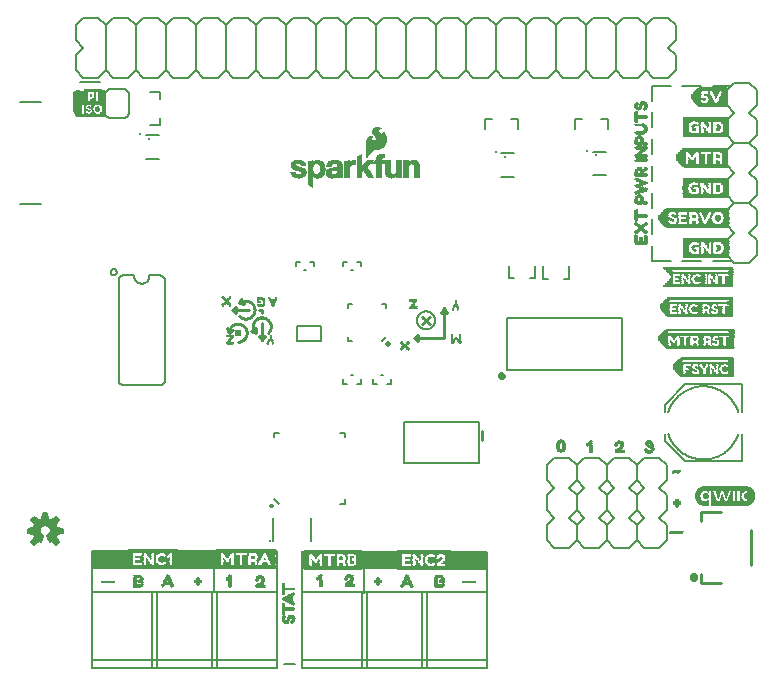
<source format=gto>
G75*
%MOIN*%
%OFA0B0*%
%FSLAX25Y25*%
%IPPOS*%
%LPD*%
%AMOC8*
5,1,8,0,0,1.08239X$1,22.5*
%
%ADD10C,0.00500*%
%ADD11R,0.01520X0.04440*%
%ADD12R,0.01750X0.04540*%
%ADD13C,0.02400*%
%ADD14C,0.01000*%
%ADD15C,0.00700*%
%ADD16C,0.00800*%
%ADD17R,0.12010X0.05890*%
%ADD18R,0.13310X0.06020*%
%ADD19R,0.13630X0.06450*%
%ADD20R,0.01780X0.06440*%
%ADD21C,0.01200*%
%ADD22C,0.00591*%
%ADD23C,0.01575*%
%ADD24C,0.00050*%
%ADD25R,0.09331X0.00118*%
%ADD26R,0.09331X0.00079*%
%ADD27R,0.09331X0.00157*%
%ADD28R,0.03189X0.00118*%
%ADD29R,0.02362X0.00118*%
%ADD30R,0.02598X0.00118*%
%ADD31R,0.01417X0.00157*%
%ADD32R,0.00827X0.00157*%
%ADD33R,0.01535X0.00157*%
%ADD34R,0.02244X0.00157*%
%ADD35R,0.01417X0.00118*%
%ADD36R,0.00709X0.00118*%
%ADD37R,0.01299X0.00118*%
%ADD38R,0.02008X0.00118*%
%ADD39R,0.00591X0.00118*%
%ADD40R,0.00945X0.00118*%
%ADD41R,0.01890X0.00118*%
%ADD42R,0.00472X0.00118*%
%ADD43R,0.00827X0.00118*%
%ADD44R,0.01772X0.00118*%
%ADD45R,0.00472X0.00157*%
%ADD46R,0.01654X0.00157*%
%ADD47R,0.00354X0.00118*%
%ADD48R,0.01535X0.00118*%
%ADD49R,0.01063X0.00118*%
%ADD50R,0.00354X0.00157*%
%ADD51R,0.01772X0.00157*%
%ADD52R,0.01299X0.00157*%
%ADD53R,0.00591X0.00157*%
%ADD54R,0.01654X0.00118*%
%ADD55R,0.00236X0.00118*%
%ADD56R,0.00236X0.00157*%
%ADD57R,0.01181X0.00118*%
%ADD58R,0.00709X0.00157*%
%ADD59R,0.02008X0.00157*%
%ADD60R,0.02244X0.00118*%
%ADD61C,0.00600*%
%ADD62C,0.01181*%
%ADD63R,0.06260X0.00118*%
%ADD64R,0.06260X0.00079*%
%ADD65R,0.06260X0.00157*%
%ADD66R,0.00945X0.00157*%
%ADD67C,0.00787*%
%ADD68R,0.00157X0.01102*%
%ADD69R,0.00157X0.03465*%
%ADD70R,0.00157X0.00157*%
%ADD71R,0.00157X0.01732*%
%ADD72R,0.00157X0.03937*%
%ADD73R,0.00157X0.00787*%
%ADD74R,0.00157X0.04094*%
%ADD75R,0.00157X0.02205*%
%ADD76R,0.00157X0.00945*%
%ADD77R,0.00157X0.02362*%
%ADD78R,0.00157X0.02677*%
%ADD79R,0.00157X0.01260*%
%ADD80R,0.00157X0.02520*%
%ADD81R,0.00157X0.03780*%
%ADD82R,0.00157X0.01417*%
%ADD83R,0.00157X0.01575*%
%ADD84R,0.00157X0.00630*%
%ADD85R,0.00157X0.01890*%
%ADD86R,0.00157X0.02047*%
%ADD87R,0.00157X0.03150*%
%ADD88R,0.00157X0.03307*%
%ADD89R,0.00157X0.00472*%
%ADD90R,0.00157X0.03622*%
%ADD91R,0.00157X0.02992*%
%ADD92R,0.00157X0.02835*%
%ADD93R,0.01063X0.00157*%
%ADD94R,0.01890X0.00157*%
%ADD95R,0.02126X0.00118*%
%ADD96R,0.02362X0.00157*%
%ADD97R,0.02480X0.00118*%
%ADD98R,0.02480X0.00157*%
%ADD99R,0.00118X0.00118*%
%ADD100R,0.02717X0.00118*%
%ADD101R,0.02953X0.00157*%
%ADD102R,0.01181X0.00157*%
%ADD103R,0.03425X0.00118*%
%ADD104R,0.00118X0.00354*%
%ADD105R,0.00157X0.00591*%
%ADD106R,0.00157X0.00709*%
%ADD107R,0.00118X0.00827*%
%ADD108R,0.00118X0.00945*%
%ADD109R,0.00118X0.01063*%
%ADD110R,0.00157X0.01063*%
%ADD111R,0.00157X0.02008*%
%ADD112R,0.00118X0.01772*%
%ADD113R,0.00118X0.01535*%
%ADD114R,0.00118X0.01299*%
%ADD115R,0.00118X0.01654*%
%ADD116R,0.00118X0.02126*%
%ADD117R,0.00118X0.00472*%
%ADD118C,0.02000*%
%ADD119C,0.00300*%
%ADD120R,0.15276X0.00157*%
%ADD121R,0.03307X0.00157*%
%ADD122R,0.11024X0.00157*%
%ADD123R,0.02992X0.00157*%
%ADD124R,0.01260X0.00157*%
%ADD125R,0.00630X0.00157*%
%ADD126R,0.02677X0.00157*%
%ADD127R,0.00787X0.00157*%
%ADD128R,0.01575X0.00157*%
%ADD129R,0.02520X0.00157*%
%ADD130R,0.02205X0.00157*%
%ADD131R,0.02047X0.00157*%
%ADD132R,0.01102X0.00157*%
%ADD133R,0.02835X0.00157*%
%ADD134R,0.01732X0.00157*%
%ADD135R,0.00315X0.00157*%
%ADD136R,0.03150X0.00157*%
%ADD137R,0.22677X0.00157*%
%ADD138R,0.22992X0.00157*%
%ADD139R,0.23150X0.00157*%
%ADD140R,0.23307X0.00157*%
%ADD141R,0.24409X0.00157*%
%ADD142R,0.24567X0.00157*%
%ADD143R,0.24724X0.00157*%
%ADD144R,0.24882X0.00157*%
%ADD145R,0.23465X0.00157*%
%ADD146R,0.17638X0.00157*%
%ADD147R,0.17795X0.00157*%
%ADD148R,0.18110X0.00157*%
%ADD149R,0.18268X0.00157*%
%ADD150R,0.19370X0.00157*%
%ADD151R,0.19528X0.00157*%
%ADD152R,0.19685X0.00157*%
%ADD153R,0.19843X0.00157*%
%ADD154R,0.03465X0.00157*%
%ADD155R,0.03780X0.00157*%
%ADD156R,0.03937X0.00157*%
%ADD157R,0.18425X0.00157*%
%ADD158R,0.21732X0.00157*%
%ADD159R,0.21890X0.00157*%
%ADD160R,0.22205X0.00157*%
%ADD161R,0.22362X0.00157*%
%ADD162R,0.23622X0.00157*%
%ADD163R,0.23780X0.00157*%
%ADD164R,0.23937X0.00157*%
%ADD165R,0.03622X0.00157*%
%ADD166R,0.22520X0.00157*%
%ADD167R,0.21575X0.00157*%
%ADD168R,0.21417X0.00157*%
%ADD169R,0.22835X0.00157*%
%ADD170R,0.00157X0.00315*%
%ADD171R,0.00157X0.04409*%
%ADD172R,0.09449X0.00157*%
%ADD173R,0.09764X0.00157*%
%ADD174R,0.09921X0.00157*%
%ADD175R,0.10079X0.00157*%
%ADD176R,0.10236X0.00157*%
%ADD177R,0.10394X0.00157*%
%ADD178R,0.10551X0.00157*%
%ADD179R,0.05354X0.00157*%
%ADD180R,0.04724X0.00157*%
%ADD181R,0.04882X0.00157*%
%ADD182R,0.14803X0.00157*%
%ADD183R,0.15118X0.00157*%
%ADD184R,0.15433X0.00157*%
%ADD185R,0.15591X0.00157*%
%ADD186R,0.15748X0.00157*%
%ADD187R,0.15906X0.00157*%
%ADD188R,0.16063X0.00157*%
%ADD189R,0.21102X0.00157*%
%ADD190R,0.22047X0.00157*%
%ADD191R,0.08976X0.00157*%
%ADD192R,0.04409X0.00157*%
%ADD193R,0.16850X0.00157*%
%ADD194R,0.14488X0.00157*%
%ADD195R,0.04567X0.00157*%
%ADD196R,0.04094X0.00157*%
%ADD197R,0.20000X0.00157*%
%ADD198R,0.00394X0.00394*%
%ADD199R,0.00787X0.00394*%
%ADD200R,0.08268X0.00394*%
%ADD201R,0.01969X0.00394*%
%ADD202R,0.01181X0.00394*%
%ADD203R,0.02362X0.00394*%
%ADD204R,0.09843X0.00394*%
%ADD205R,0.02756X0.00394*%
%ADD206R,0.03150X0.00394*%
%ADD207R,0.03543X0.00394*%
%ADD208R,0.09055X0.00394*%
%ADD209R,0.03937X0.00394*%
%ADD210R,0.04331X0.00394*%
%ADD211R,0.04724X0.00394*%
%ADD212R,0.05118X0.00394*%
%ADD213R,0.05906X0.00394*%
%ADD214R,0.05512X0.00394*%
%ADD215R,0.06299X0.00394*%
%ADD216R,0.06693X0.00394*%
%ADD217R,0.08661X0.00394*%
%ADD218R,0.07480X0.00394*%
%ADD219R,0.07087X0.00394*%
%ADD220R,0.07874X0.00394*%
%ADD221R,0.09449X0.00394*%
%ADD222R,0.01575X0.00394*%
D10*
X0215431Y0189896D02*
X0215431Y0197770D01*
X0215677Y0197770D01*
X0214732Y0201798D02*
X0214734Y0201837D01*
X0214740Y0201876D01*
X0214750Y0201914D01*
X0214763Y0201951D01*
X0214780Y0201986D01*
X0214800Y0202020D01*
X0214824Y0202051D01*
X0214851Y0202080D01*
X0214880Y0202106D01*
X0214912Y0202129D01*
X0214946Y0202149D01*
X0214982Y0202165D01*
X0215019Y0202177D01*
X0215058Y0202186D01*
X0215097Y0202191D01*
X0215136Y0202192D01*
X0215175Y0202189D01*
X0215214Y0202182D01*
X0215251Y0202171D01*
X0215288Y0202157D01*
X0215323Y0202139D01*
X0215356Y0202118D01*
X0215387Y0202093D01*
X0215415Y0202066D01*
X0215440Y0202036D01*
X0215462Y0202003D01*
X0215481Y0201969D01*
X0215496Y0201933D01*
X0215508Y0201895D01*
X0215516Y0201857D01*
X0215520Y0201818D01*
X0215520Y0201778D01*
X0215516Y0201739D01*
X0215508Y0201701D01*
X0215496Y0201663D01*
X0215481Y0201627D01*
X0215462Y0201593D01*
X0215440Y0201560D01*
X0215415Y0201530D01*
X0215387Y0201503D01*
X0215356Y0201478D01*
X0215323Y0201457D01*
X0215288Y0201439D01*
X0215251Y0201425D01*
X0215214Y0201414D01*
X0215175Y0201407D01*
X0215136Y0201404D01*
X0215097Y0201405D01*
X0215058Y0201410D01*
X0215019Y0201419D01*
X0214982Y0201431D01*
X0214946Y0201447D01*
X0214912Y0201467D01*
X0214880Y0201490D01*
X0214851Y0201516D01*
X0214824Y0201545D01*
X0214800Y0201576D01*
X0214780Y0201610D01*
X0214763Y0201645D01*
X0214750Y0201682D01*
X0214740Y0201720D01*
X0214734Y0201759D01*
X0214732Y0201798D01*
X0215984Y0204097D02*
X0217559Y0202522D01*
X0228113Y0197770D02*
X0228359Y0197770D01*
X0228359Y0189896D01*
X0228113Y0189896D01*
X0215677Y0189896D02*
X0215431Y0189896D01*
X0238031Y0202522D02*
X0239606Y0202522D01*
X0239606Y0204097D01*
X0259395Y0216081D02*
X0259395Y0229585D01*
X0284395Y0229585D01*
X0284395Y0216081D01*
X0259395Y0216081D01*
X0239606Y0224569D02*
X0239606Y0226144D01*
X0238031Y0226144D01*
X0217559Y0226144D02*
X0215984Y0226144D01*
X0215984Y0224569D01*
X0201325Y0259943D02*
X0200825Y0259943D01*
X0151175Y0331633D02*
X0151175Y0340063D01*
X0150375Y0340063D01*
X0150116Y0340029D01*
X0149875Y0339929D01*
X0149668Y0339770D01*
X0149509Y0339563D01*
X0149409Y0339322D01*
X0149375Y0339063D01*
X0149375Y0333433D01*
X0149420Y0333033D01*
X0149553Y0332652D01*
X0149768Y0332311D01*
X0150053Y0332026D01*
X0150394Y0331811D01*
X0150775Y0331678D01*
X0151175Y0331633D01*
X0151175Y0331784D02*
X0150473Y0331784D01*
X0149796Y0332282D02*
X0151175Y0332282D01*
X0151175Y0332781D02*
X0149508Y0332781D01*
X0149392Y0333279D02*
X0151175Y0333279D01*
X0151175Y0333778D02*
X0149375Y0333778D01*
X0149375Y0334276D02*
X0151175Y0334276D01*
X0151175Y0334775D02*
X0149375Y0334775D01*
X0149375Y0335273D02*
X0151175Y0335273D01*
X0151175Y0335772D02*
X0149375Y0335772D01*
X0149375Y0336270D02*
X0151175Y0336270D01*
X0151175Y0336769D02*
X0149375Y0336769D01*
X0149375Y0337267D02*
X0151175Y0337267D01*
X0151175Y0337766D02*
X0149375Y0337766D01*
X0149375Y0338264D02*
X0151175Y0338264D01*
X0151175Y0338763D02*
X0149375Y0338763D01*
X0149401Y0339261D02*
X0151175Y0339261D01*
X0151175Y0339760D02*
X0149660Y0339760D01*
D11*
X0151825Y0338113D03*
D12*
X0159050Y0338123D03*
D13*
X0203825Y0259443D03*
D14*
X0203825Y0256443D02*
X0203934Y0256445D01*
X0204042Y0256451D01*
X0204151Y0256461D01*
X0204258Y0256474D01*
X0204366Y0256492D01*
X0204472Y0256514D01*
X0204578Y0256539D01*
X0204683Y0256568D01*
X0204786Y0256601D01*
X0204889Y0256638D01*
X0204990Y0256678D01*
X0205089Y0256722D01*
X0205187Y0256770D01*
X0205283Y0256821D01*
X0205377Y0256876D01*
X0205469Y0256934D01*
X0205559Y0256995D01*
X0205646Y0257059D01*
X0205732Y0257127D01*
X0205814Y0257197D01*
X0205894Y0257271D01*
X0205972Y0257347D01*
X0206046Y0257427D01*
X0206118Y0257508D01*
X0206187Y0257593D01*
X0206252Y0257680D01*
X0206314Y0257769D01*
X0206373Y0257860D01*
X0206429Y0257953D01*
X0206481Y0258049D01*
X0206530Y0258146D01*
X0206575Y0258245D01*
X0206617Y0258345D01*
X0206655Y0258447D01*
X0206689Y0258550D01*
X0206720Y0258655D01*
X0206746Y0258760D01*
X0206769Y0258867D01*
X0206788Y0258974D01*
X0206803Y0259081D01*
X0206814Y0259190D01*
X0206821Y0259298D01*
X0206825Y0259407D01*
X0206824Y0259515D01*
X0206820Y0259624D01*
X0206811Y0259733D01*
X0206799Y0259841D01*
X0206782Y0259948D01*
X0206762Y0260055D01*
X0206738Y0260161D01*
X0206710Y0260266D01*
X0206678Y0260370D01*
X0206643Y0260473D01*
X0206604Y0260574D01*
X0206561Y0260674D01*
X0206514Y0260773D01*
X0206464Y0260869D01*
X0206411Y0260964D01*
X0206354Y0261057D01*
X0206294Y0261147D01*
X0206231Y0261236D01*
X0206164Y0261322D01*
X0206094Y0261405D01*
X0206022Y0261486D01*
X0205946Y0261564D01*
X0205868Y0261640D01*
X0205787Y0261712D01*
X0205704Y0261782D01*
X0205618Y0261849D01*
X0205529Y0261912D01*
X0205439Y0261972D01*
X0205346Y0262029D01*
X0205251Y0262082D01*
X0205155Y0262132D01*
X0205056Y0262179D01*
X0204956Y0262222D01*
X0204855Y0262261D01*
X0204752Y0262296D01*
X0204648Y0262328D01*
X0204543Y0262356D01*
X0204437Y0262380D01*
X0204330Y0262400D01*
X0204223Y0262417D01*
X0204115Y0262429D01*
X0204006Y0262438D01*
X0203897Y0262442D01*
X0203789Y0262443D01*
X0203680Y0262439D01*
X0203572Y0262432D01*
X0203463Y0262421D01*
X0203356Y0262406D01*
X0203249Y0262387D01*
X0203142Y0262364D01*
X0203037Y0262338D01*
X0202932Y0262307D01*
X0202829Y0262273D01*
X0202727Y0262235D01*
X0202627Y0262193D01*
X0202528Y0262148D01*
X0202431Y0262099D01*
X0202335Y0262047D01*
X0202242Y0261991D01*
X0202151Y0261932D01*
X0202062Y0261870D01*
X0201975Y0261805D01*
X0201890Y0261736D01*
X0201809Y0261664D01*
X0201729Y0261590D01*
X0201653Y0261512D01*
X0201579Y0261432D01*
X0201509Y0261350D01*
X0201441Y0261264D01*
X0201377Y0261177D01*
X0201316Y0261087D01*
X0201258Y0260995D01*
X0201203Y0260901D01*
X0201152Y0260805D01*
X0201104Y0260707D01*
X0201060Y0260608D01*
X0201020Y0260507D01*
X0200983Y0260404D01*
X0200950Y0260301D01*
X0200921Y0260196D01*
X0200896Y0260090D01*
X0200874Y0259984D01*
X0200856Y0259876D01*
X0200843Y0259769D01*
X0200833Y0259660D01*
X0200827Y0259552D01*
X0200825Y0259443D01*
X0200325Y0261143D01*
X0202125Y0260343D01*
X0200825Y0259443D01*
X0201225Y0260343D02*
X0200925Y0260743D01*
X0203325Y0265943D02*
X0203325Y0267943D01*
X0201825Y0266943D01*
X0203325Y0265943D01*
X0201925Y0266943D02*
X0207425Y0266943D01*
X0204375Y0264953D02*
X0204456Y0264880D01*
X0204539Y0264810D01*
X0204625Y0264743D01*
X0204713Y0264679D01*
X0204804Y0264619D01*
X0204896Y0264562D01*
X0204991Y0264508D01*
X0205087Y0264458D01*
X0205185Y0264411D01*
X0205285Y0264368D01*
X0205386Y0264328D01*
X0205489Y0264293D01*
X0205593Y0264261D01*
X0205698Y0264232D01*
X0205804Y0264208D01*
X0205911Y0264187D01*
X0206018Y0264171D01*
X0206126Y0264158D01*
X0206235Y0264149D01*
X0206343Y0264144D01*
X0206452Y0264143D01*
X0206561Y0264146D01*
X0206669Y0264153D01*
X0206777Y0264164D01*
X0206885Y0264178D01*
X0206992Y0264197D01*
X0207099Y0264220D01*
X0207204Y0264246D01*
X0207309Y0264276D01*
X0207412Y0264310D01*
X0207514Y0264348D01*
X0207615Y0264389D01*
X0207714Y0264434D01*
X0207811Y0264482D01*
X0207906Y0264534D01*
X0208000Y0264590D01*
X0208092Y0264648D01*
X0208181Y0264711D01*
X0208268Y0264776D01*
X0208352Y0264844D01*
X0208434Y0264915D01*
X0208514Y0264990D01*
X0208591Y0265067D01*
X0208664Y0265147D01*
X0208735Y0265229D01*
X0208803Y0265314D01*
X0208868Y0265402D01*
X0208929Y0265491D01*
X0208988Y0265583D01*
X0209042Y0265677D01*
X0209094Y0265773D01*
X0209142Y0265870D01*
X0209186Y0265970D01*
X0209227Y0266071D01*
X0209264Y0266173D01*
X0209297Y0266276D01*
X0209327Y0266381D01*
X0209352Y0266487D01*
X0209374Y0266593D01*
X0209392Y0266700D01*
X0209406Y0266808D01*
X0209416Y0266916D01*
X0209423Y0267025D01*
X0209425Y0267134D01*
X0209423Y0267242D01*
X0209418Y0267351D01*
X0209408Y0267459D01*
X0209395Y0267567D01*
X0209378Y0267675D01*
X0209356Y0267781D01*
X0209331Y0267887D01*
X0209302Y0267992D01*
X0209270Y0268096D01*
X0209233Y0268198D01*
X0209193Y0268299D01*
X0209150Y0268399D01*
X0209102Y0268497D01*
X0209051Y0268593D01*
X0208997Y0268687D01*
X0208939Y0268779D01*
X0208879Y0268869D01*
X0208814Y0268957D01*
X0208747Y0269043D01*
X0208677Y0269125D01*
X0208603Y0269206D01*
X0208527Y0269283D01*
X0208448Y0269358D01*
X0208367Y0269430D01*
X0208282Y0269499D01*
X0208196Y0269565D01*
X0208107Y0269627D01*
X0208016Y0269687D01*
X0207923Y0269742D01*
X0207827Y0269795D01*
X0207730Y0269844D01*
X0207632Y0269890D01*
X0207531Y0269932D01*
X0207429Y0269970D01*
X0207326Y0270004D01*
X0207222Y0270035D01*
X0207117Y0270062D01*
X0207010Y0270085D01*
X0206903Y0270105D01*
X0206796Y0270120D01*
X0206688Y0270131D01*
X0206579Y0270139D01*
X0206471Y0270143D01*
X0206362Y0270142D01*
X0206253Y0270138D01*
X0206145Y0270130D01*
X0206037Y0270118D01*
X0205929Y0270102D01*
X0205822Y0270082D01*
X0205716Y0270058D01*
X0205611Y0270030D01*
X0205507Y0269999D01*
X0205404Y0269964D01*
X0205302Y0269925D01*
X0205202Y0269882D01*
X0205104Y0269836D01*
X0205007Y0269787D01*
X0204912Y0269734D01*
X0204819Y0269677D01*
X0204728Y0269617D01*
X0204640Y0269554D01*
X0204554Y0269488D01*
X0204470Y0269418D01*
X0204389Y0269346D01*
X0204310Y0269271D01*
X0204235Y0269193D01*
X0205031Y0270776D01*
X0205799Y0268962D01*
X0204235Y0269193D01*
X0211025Y0266943D02*
X0211825Y0266943D01*
X0211825Y0266143D01*
X0211825Y0262543D02*
X0211825Y0256943D01*
X0210825Y0258443D01*
X0212825Y0258443D01*
X0211825Y0256943D01*
X0209775Y0259353D02*
X0208192Y0260149D01*
X0210006Y0260917D01*
X0209775Y0259353D01*
X0209697Y0259428D01*
X0209622Y0259507D01*
X0209550Y0259588D01*
X0209480Y0259672D01*
X0209414Y0259758D01*
X0209351Y0259846D01*
X0209291Y0259937D01*
X0209234Y0260030D01*
X0209181Y0260125D01*
X0209132Y0260222D01*
X0209086Y0260320D01*
X0209043Y0260420D01*
X0209004Y0260522D01*
X0208969Y0260625D01*
X0208938Y0260729D01*
X0208910Y0260834D01*
X0208886Y0260940D01*
X0208866Y0261047D01*
X0208850Y0261155D01*
X0208838Y0261263D01*
X0208830Y0261371D01*
X0208826Y0261480D01*
X0208825Y0261589D01*
X0208829Y0261697D01*
X0208837Y0261806D01*
X0208848Y0261914D01*
X0208863Y0262021D01*
X0208883Y0262128D01*
X0208906Y0262235D01*
X0208933Y0262340D01*
X0208964Y0262444D01*
X0208998Y0262547D01*
X0209036Y0262649D01*
X0209078Y0262750D01*
X0209124Y0262848D01*
X0209173Y0262945D01*
X0209226Y0263041D01*
X0209281Y0263134D01*
X0209341Y0263225D01*
X0209403Y0263314D01*
X0209469Y0263400D01*
X0209538Y0263485D01*
X0209610Y0263566D01*
X0209685Y0263645D01*
X0209762Y0263721D01*
X0209843Y0263795D01*
X0209925Y0263865D01*
X0210011Y0263932D01*
X0210099Y0263997D01*
X0210189Y0264057D01*
X0210281Y0264115D01*
X0210375Y0264169D01*
X0210471Y0264220D01*
X0210569Y0264268D01*
X0210669Y0264311D01*
X0210770Y0264351D01*
X0210872Y0264388D01*
X0210976Y0264420D01*
X0211081Y0264449D01*
X0211187Y0264474D01*
X0211293Y0264496D01*
X0211401Y0264513D01*
X0211509Y0264526D01*
X0211617Y0264536D01*
X0211726Y0264541D01*
X0211834Y0264543D01*
X0211943Y0264541D01*
X0212052Y0264534D01*
X0212160Y0264524D01*
X0212268Y0264510D01*
X0212375Y0264492D01*
X0212481Y0264470D01*
X0212587Y0264445D01*
X0212692Y0264415D01*
X0212795Y0264382D01*
X0212897Y0264345D01*
X0212998Y0264304D01*
X0213098Y0264260D01*
X0213195Y0264212D01*
X0213291Y0264160D01*
X0213385Y0264106D01*
X0213477Y0264047D01*
X0213566Y0263986D01*
X0213654Y0263921D01*
X0213739Y0263853D01*
X0213821Y0263782D01*
X0213901Y0263709D01*
X0213978Y0263632D01*
X0214053Y0263552D01*
X0214124Y0263470D01*
X0214192Y0263386D01*
X0214257Y0263299D01*
X0214320Y0263210D01*
X0214378Y0263118D01*
X0214434Y0263024D01*
X0214486Y0262929D01*
X0214534Y0262832D01*
X0214579Y0262733D01*
X0214620Y0262632D01*
X0214658Y0262530D01*
X0214692Y0262427D01*
X0214722Y0262322D01*
X0214748Y0262217D01*
X0214771Y0262110D01*
X0214790Y0262003D01*
X0214804Y0261895D01*
X0214815Y0261787D01*
X0214822Y0261679D01*
X0214825Y0261570D01*
X0214824Y0261461D01*
X0214819Y0261353D01*
X0214810Y0261244D01*
X0214797Y0261136D01*
X0214781Y0261029D01*
X0214760Y0260922D01*
X0214736Y0260816D01*
X0214707Y0260711D01*
X0214675Y0260607D01*
X0214640Y0260504D01*
X0214600Y0260403D01*
X0214557Y0260303D01*
X0214510Y0260205D01*
X0214460Y0260109D01*
X0214406Y0260014D01*
X0214349Y0259922D01*
X0214289Y0259831D01*
X0214225Y0259743D01*
X0214158Y0259657D01*
X0214088Y0259574D01*
X0214015Y0259493D01*
X0262564Y0257589D02*
X0264064Y0258589D01*
X0264064Y0256589D01*
X0262564Y0257589D01*
X0272564Y0257589D01*
X0272564Y0267589D01*
X0273564Y0266089D01*
X0271564Y0266089D01*
X0272564Y0267589D01*
X0267764Y0264789D02*
X0265364Y0262389D01*
X0265364Y0264789D02*
X0267864Y0262389D01*
X0285293Y0226853D02*
X0285293Y0223853D01*
X0358273Y0199644D02*
X0364769Y0199644D01*
X0358273Y0199644D02*
X0358273Y0196691D01*
X0375005Y0193739D02*
X0375005Y0181928D01*
X0364769Y0176022D02*
X0358273Y0176022D01*
X0358273Y0178975D01*
D15*
X0263565Y0263623D02*
X0263567Y0263732D01*
X0263573Y0263841D01*
X0263583Y0263949D01*
X0263597Y0264057D01*
X0263614Y0264165D01*
X0263636Y0264272D01*
X0263661Y0264378D01*
X0263691Y0264482D01*
X0263724Y0264586D01*
X0263761Y0264689D01*
X0263801Y0264790D01*
X0263845Y0264889D01*
X0263893Y0264987D01*
X0263945Y0265084D01*
X0263999Y0265178D01*
X0264057Y0265270D01*
X0264119Y0265360D01*
X0264184Y0265447D01*
X0264251Y0265533D01*
X0264322Y0265616D01*
X0264396Y0265696D01*
X0264473Y0265773D01*
X0264552Y0265848D01*
X0264634Y0265919D01*
X0264719Y0265988D01*
X0264806Y0266053D01*
X0264895Y0266116D01*
X0264987Y0266174D01*
X0265081Y0266230D01*
X0265176Y0266282D01*
X0265274Y0266331D01*
X0265373Y0266376D01*
X0265474Y0266418D01*
X0265576Y0266455D01*
X0265679Y0266489D01*
X0265784Y0266520D01*
X0265890Y0266546D01*
X0265996Y0266569D01*
X0266104Y0266587D01*
X0266212Y0266602D01*
X0266320Y0266613D01*
X0266429Y0266620D01*
X0266538Y0266623D01*
X0266647Y0266622D01*
X0266756Y0266617D01*
X0266864Y0266608D01*
X0266972Y0266595D01*
X0267080Y0266578D01*
X0267187Y0266558D01*
X0267293Y0266533D01*
X0267398Y0266505D01*
X0267502Y0266473D01*
X0267605Y0266437D01*
X0267707Y0266397D01*
X0267807Y0266354D01*
X0267905Y0266307D01*
X0268002Y0266257D01*
X0268096Y0266203D01*
X0268189Y0266145D01*
X0268280Y0266085D01*
X0268368Y0266021D01*
X0268454Y0265954D01*
X0268537Y0265884D01*
X0268618Y0265811D01*
X0268696Y0265735D01*
X0268771Y0265656D01*
X0268844Y0265574D01*
X0268913Y0265490D01*
X0268979Y0265404D01*
X0269042Y0265315D01*
X0269102Y0265224D01*
X0269159Y0265131D01*
X0269212Y0265036D01*
X0269261Y0264939D01*
X0269307Y0264840D01*
X0269349Y0264740D01*
X0269388Y0264638D01*
X0269423Y0264534D01*
X0269454Y0264430D01*
X0269482Y0264325D01*
X0269505Y0264218D01*
X0269525Y0264111D01*
X0269541Y0264003D01*
X0269553Y0263895D01*
X0269561Y0263786D01*
X0269565Y0263677D01*
X0269565Y0263569D01*
X0269561Y0263460D01*
X0269553Y0263351D01*
X0269541Y0263243D01*
X0269525Y0263135D01*
X0269505Y0263028D01*
X0269482Y0262921D01*
X0269454Y0262816D01*
X0269423Y0262712D01*
X0269388Y0262608D01*
X0269349Y0262506D01*
X0269307Y0262406D01*
X0269261Y0262307D01*
X0269212Y0262210D01*
X0269159Y0262115D01*
X0269102Y0262022D01*
X0269042Y0261931D01*
X0268979Y0261842D01*
X0268913Y0261756D01*
X0268844Y0261672D01*
X0268771Y0261590D01*
X0268696Y0261511D01*
X0268618Y0261435D01*
X0268537Y0261362D01*
X0268454Y0261292D01*
X0268368Y0261225D01*
X0268280Y0261161D01*
X0268189Y0261101D01*
X0268096Y0261043D01*
X0268002Y0260989D01*
X0267905Y0260939D01*
X0267807Y0260892D01*
X0267707Y0260849D01*
X0267605Y0260809D01*
X0267502Y0260773D01*
X0267398Y0260741D01*
X0267293Y0260713D01*
X0267187Y0260688D01*
X0267080Y0260668D01*
X0266972Y0260651D01*
X0266864Y0260638D01*
X0266756Y0260629D01*
X0266647Y0260624D01*
X0266538Y0260623D01*
X0266429Y0260626D01*
X0266320Y0260633D01*
X0266212Y0260644D01*
X0266104Y0260659D01*
X0265996Y0260677D01*
X0265890Y0260700D01*
X0265784Y0260726D01*
X0265679Y0260757D01*
X0265576Y0260791D01*
X0265474Y0260828D01*
X0265373Y0260870D01*
X0265274Y0260915D01*
X0265176Y0260964D01*
X0265081Y0261016D01*
X0264987Y0261072D01*
X0264895Y0261130D01*
X0264806Y0261193D01*
X0264719Y0261258D01*
X0264634Y0261327D01*
X0264552Y0261398D01*
X0264473Y0261473D01*
X0264396Y0261550D01*
X0264322Y0261630D01*
X0264251Y0261713D01*
X0264184Y0261799D01*
X0264119Y0261886D01*
X0264057Y0261976D01*
X0263999Y0262068D01*
X0263945Y0262162D01*
X0263893Y0262259D01*
X0263845Y0262357D01*
X0263801Y0262456D01*
X0263761Y0262557D01*
X0263724Y0262660D01*
X0263691Y0262764D01*
X0263661Y0262868D01*
X0263636Y0262974D01*
X0263614Y0263081D01*
X0263597Y0263189D01*
X0263583Y0263297D01*
X0263573Y0263405D01*
X0263567Y0263514D01*
X0263565Y0263623D01*
D16*
X0155147Y0150491D02*
X0155147Y0147538D01*
X0176801Y0147538D01*
X0176801Y0150491D01*
X0155147Y0150491D01*
X0155147Y0173128D01*
X0176801Y0173128D01*
X0176801Y0150491D01*
X0175147Y0150491D02*
X0196801Y0150491D01*
X0196801Y0147538D01*
X0175147Y0147538D01*
X0175147Y0150491D01*
X0175147Y0173128D01*
X0196801Y0173128D01*
X0196801Y0150491D01*
X0195147Y0150491D02*
X0216801Y0150491D01*
X0216801Y0147538D01*
X0195147Y0147538D01*
X0195147Y0150491D01*
X0195147Y0173128D01*
X0216801Y0173128D01*
X0216801Y0150491D01*
X0219300Y0148873D02*
X0223050Y0148873D01*
X0225147Y0147538D02*
X0225147Y0150491D01*
X0246801Y0150491D01*
X0246801Y0147538D01*
X0225147Y0147538D01*
X0225147Y0150491D02*
X0225147Y0173128D01*
X0246801Y0173128D01*
X0246801Y0150491D01*
X0245147Y0150491D02*
X0266801Y0150491D01*
X0266801Y0147538D01*
X0245147Y0147538D01*
X0245147Y0150491D01*
X0245147Y0173128D01*
X0266801Y0173128D01*
X0266801Y0150491D01*
X0265147Y0150491D02*
X0286801Y0150491D01*
X0286801Y0147538D01*
X0265147Y0147538D01*
X0265147Y0150491D01*
X0265147Y0173128D01*
X0286801Y0173128D01*
X0286801Y0150491D01*
X0286825Y0173013D02*
X0286825Y0186413D01*
X0245955Y0186463D01*
X0245955Y0172723D01*
X0225195Y0172783D02*
X0225195Y0186233D01*
X0216765Y0186633D02*
X0215165Y0186703D01*
X0216765Y0186633D02*
X0216765Y0173183D01*
X0195815Y0173153D02*
X0195815Y0186383D01*
X0196665Y0186553D01*
X0196925Y0186763D02*
X0155155Y0186733D01*
X0155155Y0172993D01*
X0165733Y0242133D02*
X0178058Y0242133D01*
X0178134Y0242135D01*
X0178209Y0242141D01*
X0178285Y0242150D01*
X0178360Y0242164D01*
X0178434Y0242181D01*
X0178507Y0242202D01*
X0178579Y0242226D01*
X0178649Y0242254D01*
X0178718Y0242286D01*
X0178786Y0242321D01*
X0178851Y0242360D01*
X0178915Y0242402D01*
X0178976Y0242447D01*
X0179035Y0242495D01*
X0179091Y0242546D01*
X0179145Y0242600D01*
X0179196Y0242656D01*
X0179244Y0242715D01*
X0179289Y0242776D01*
X0179331Y0242840D01*
X0179370Y0242905D01*
X0179405Y0242973D01*
X0179437Y0243042D01*
X0179465Y0243112D01*
X0179489Y0243184D01*
X0179510Y0243257D01*
X0179527Y0243331D01*
X0179541Y0243406D01*
X0179550Y0243482D01*
X0179556Y0243557D01*
X0179558Y0243633D01*
X0179558Y0277033D01*
X0179546Y0277114D01*
X0179531Y0277194D01*
X0179512Y0277273D01*
X0179490Y0277351D01*
X0179463Y0277428D01*
X0179434Y0277504D01*
X0179400Y0277578D01*
X0179363Y0277650D01*
X0179323Y0277721D01*
X0179279Y0277789D01*
X0179232Y0277856D01*
X0179182Y0277920D01*
X0179129Y0277981D01*
X0179073Y0278040D01*
X0179014Y0278097D01*
X0178953Y0278150D01*
X0178889Y0278201D01*
X0178823Y0278248D01*
X0178755Y0278292D01*
X0178685Y0278333D01*
X0178613Y0278371D01*
X0178539Y0278405D01*
X0178463Y0278435D01*
X0178387Y0278462D01*
X0178309Y0278485D01*
X0178230Y0278505D01*
X0178150Y0278520D01*
X0178069Y0278532D01*
X0177989Y0278540D01*
X0177907Y0278544D01*
X0177826Y0278545D01*
X0177745Y0278541D01*
X0177664Y0278534D01*
X0177614Y0278533D02*
X0174295Y0278533D01*
X0174295Y0278333D02*
X0174293Y0278235D01*
X0174287Y0278137D01*
X0174278Y0278039D01*
X0174264Y0277942D01*
X0174247Y0277845D01*
X0174226Y0277749D01*
X0174201Y0277654D01*
X0174173Y0277560D01*
X0174140Y0277468D01*
X0174105Y0277376D01*
X0174065Y0277286D01*
X0174023Y0277198D01*
X0173976Y0277111D01*
X0173927Y0277027D01*
X0173874Y0276944D01*
X0173818Y0276864D01*
X0173758Y0276785D01*
X0173696Y0276709D01*
X0173631Y0276636D01*
X0173563Y0276565D01*
X0173492Y0276497D01*
X0173419Y0276432D01*
X0173343Y0276370D01*
X0173264Y0276310D01*
X0173184Y0276254D01*
X0173101Y0276201D01*
X0173017Y0276152D01*
X0172930Y0276105D01*
X0172842Y0276063D01*
X0172752Y0276023D01*
X0172660Y0275988D01*
X0172568Y0275955D01*
X0172474Y0275927D01*
X0172379Y0275902D01*
X0172283Y0275881D01*
X0172186Y0275864D01*
X0172089Y0275850D01*
X0171991Y0275841D01*
X0171893Y0275835D01*
X0171795Y0275833D01*
X0171697Y0275835D01*
X0171599Y0275841D01*
X0171501Y0275850D01*
X0171404Y0275864D01*
X0171307Y0275881D01*
X0171211Y0275902D01*
X0171116Y0275927D01*
X0171022Y0275955D01*
X0170930Y0275988D01*
X0170838Y0276023D01*
X0170748Y0276063D01*
X0170660Y0276105D01*
X0170573Y0276152D01*
X0170489Y0276201D01*
X0170406Y0276254D01*
X0170326Y0276310D01*
X0170247Y0276370D01*
X0170171Y0276432D01*
X0170098Y0276497D01*
X0170027Y0276565D01*
X0169959Y0276636D01*
X0169894Y0276709D01*
X0169832Y0276785D01*
X0169772Y0276864D01*
X0169716Y0276944D01*
X0169663Y0277027D01*
X0169614Y0277111D01*
X0169567Y0277198D01*
X0169525Y0277286D01*
X0169485Y0277376D01*
X0169450Y0277468D01*
X0169417Y0277560D01*
X0169389Y0277654D01*
X0169364Y0277749D01*
X0169343Y0277845D01*
X0169326Y0277942D01*
X0169312Y0278039D01*
X0169303Y0278137D01*
X0169297Y0278235D01*
X0169295Y0278333D01*
X0169295Y0278533D02*
X0165339Y0278533D01*
X0165339Y0278532D02*
X0165269Y0278520D01*
X0165199Y0278503D01*
X0165131Y0278483D01*
X0165063Y0278460D01*
X0164997Y0278432D01*
X0164933Y0278401D01*
X0164871Y0278367D01*
X0164810Y0278329D01*
X0164751Y0278289D01*
X0164695Y0278245D01*
X0164642Y0278198D01*
X0164590Y0278148D01*
X0164542Y0278095D01*
X0164497Y0278040D01*
X0164454Y0277983D01*
X0164415Y0277923D01*
X0164379Y0277861D01*
X0164347Y0277798D01*
X0164318Y0277733D01*
X0164292Y0277666D01*
X0164270Y0277598D01*
X0164252Y0277529D01*
X0164238Y0277459D01*
X0164228Y0277388D01*
X0164221Y0277317D01*
X0164218Y0277246D01*
X0164219Y0277175D01*
X0164224Y0277103D01*
X0164233Y0277033D01*
X0164233Y0243239D01*
X0164245Y0243169D01*
X0164262Y0243099D01*
X0164282Y0243031D01*
X0164306Y0242964D01*
X0164333Y0242898D01*
X0164364Y0242833D01*
X0164398Y0242771D01*
X0164436Y0242710D01*
X0164477Y0242652D01*
X0164521Y0242595D01*
X0164568Y0242542D01*
X0164618Y0242491D01*
X0164670Y0242442D01*
X0164725Y0242397D01*
X0164783Y0242354D01*
X0164842Y0242315D01*
X0164904Y0242279D01*
X0164968Y0242247D01*
X0165033Y0242218D01*
X0165099Y0242192D01*
X0165167Y0242171D01*
X0165237Y0242152D01*
X0165306Y0242138D01*
X0165377Y0242128D01*
X0165448Y0242121D01*
X0165519Y0242118D01*
X0165591Y0242119D01*
X0165662Y0242124D01*
X0165733Y0242133D01*
X0161520Y0279708D02*
X0161522Y0279771D01*
X0161528Y0279833D01*
X0161538Y0279895D01*
X0161551Y0279957D01*
X0161569Y0280017D01*
X0161590Y0280076D01*
X0161615Y0280134D01*
X0161644Y0280190D01*
X0161676Y0280244D01*
X0161711Y0280296D01*
X0161749Y0280345D01*
X0161791Y0280393D01*
X0161835Y0280437D01*
X0161883Y0280479D01*
X0161932Y0280517D01*
X0161984Y0280552D01*
X0162038Y0280584D01*
X0162094Y0280613D01*
X0162152Y0280638D01*
X0162211Y0280659D01*
X0162271Y0280677D01*
X0162333Y0280690D01*
X0162395Y0280700D01*
X0162457Y0280706D01*
X0162520Y0280708D01*
X0162583Y0280706D01*
X0162645Y0280700D01*
X0162707Y0280690D01*
X0162769Y0280677D01*
X0162829Y0280659D01*
X0162888Y0280638D01*
X0162946Y0280613D01*
X0163002Y0280584D01*
X0163056Y0280552D01*
X0163108Y0280517D01*
X0163157Y0280479D01*
X0163205Y0280437D01*
X0163249Y0280393D01*
X0163291Y0280345D01*
X0163329Y0280296D01*
X0163364Y0280244D01*
X0163396Y0280190D01*
X0163425Y0280134D01*
X0163450Y0280076D01*
X0163471Y0280017D01*
X0163489Y0279957D01*
X0163502Y0279895D01*
X0163512Y0279833D01*
X0163518Y0279771D01*
X0163520Y0279708D01*
X0163518Y0279645D01*
X0163512Y0279583D01*
X0163502Y0279521D01*
X0163489Y0279459D01*
X0163471Y0279399D01*
X0163450Y0279340D01*
X0163425Y0279282D01*
X0163396Y0279226D01*
X0163364Y0279172D01*
X0163329Y0279120D01*
X0163291Y0279071D01*
X0163249Y0279023D01*
X0163205Y0278979D01*
X0163157Y0278937D01*
X0163108Y0278899D01*
X0163056Y0278864D01*
X0163002Y0278832D01*
X0162946Y0278803D01*
X0162888Y0278778D01*
X0162829Y0278757D01*
X0162769Y0278739D01*
X0162707Y0278726D01*
X0162645Y0278716D01*
X0162583Y0278710D01*
X0162520Y0278708D01*
X0162457Y0278710D01*
X0162395Y0278716D01*
X0162333Y0278726D01*
X0162271Y0278739D01*
X0162211Y0278757D01*
X0162152Y0278778D01*
X0162094Y0278803D01*
X0162038Y0278832D01*
X0161984Y0278864D01*
X0161932Y0278899D01*
X0161883Y0278937D01*
X0161835Y0278979D01*
X0161791Y0279023D01*
X0161749Y0279071D01*
X0161711Y0279120D01*
X0161676Y0279172D01*
X0161644Y0279226D01*
X0161615Y0279282D01*
X0161590Y0279340D01*
X0161569Y0279399D01*
X0161551Y0279459D01*
X0161538Y0279521D01*
X0161528Y0279583D01*
X0161522Y0279645D01*
X0161520Y0279708D01*
X0138234Y0302325D02*
X0131147Y0302325D01*
X0173160Y0317436D02*
X0177491Y0317436D01*
X0177491Y0325310D02*
X0173160Y0325310D01*
X0174641Y0328551D02*
X0177791Y0328551D01*
X0177791Y0330913D01*
X0177791Y0337213D02*
X0177791Y0339575D01*
X0174641Y0339575D01*
X0172356Y0344471D02*
X0169856Y0346971D01*
X0169856Y0361971D01*
X0167356Y0364471D01*
X0162356Y0364471D01*
X0159856Y0361971D01*
X0159856Y0346971D01*
X0162356Y0344471D01*
X0167356Y0344471D01*
X0169856Y0346971D01*
X0172356Y0344471D02*
X0177356Y0344471D01*
X0179856Y0346971D01*
X0179856Y0361971D01*
X0182356Y0364471D01*
X0187356Y0364471D01*
X0189856Y0361971D01*
X0189856Y0346971D01*
X0192356Y0344471D01*
X0197356Y0344471D01*
X0199856Y0346971D01*
X0199856Y0361971D01*
X0197356Y0364471D01*
X0192356Y0364471D01*
X0189856Y0361971D01*
X0199856Y0361971D02*
X0202356Y0364471D01*
X0207356Y0364471D01*
X0209856Y0361971D01*
X0209856Y0346971D01*
X0212356Y0344471D01*
X0217356Y0344471D01*
X0219856Y0346971D01*
X0219856Y0361971D01*
X0222356Y0364471D01*
X0227356Y0364471D01*
X0229856Y0361971D01*
X0229856Y0346971D01*
X0232356Y0344471D01*
X0237356Y0344471D01*
X0239856Y0346971D01*
X0239856Y0361971D01*
X0237356Y0364471D01*
X0232356Y0364471D01*
X0229856Y0361971D01*
X0239856Y0361971D02*
X0242356Y0364471D01*
X0247356Y0364471D01*
X0249856Y0361971D01*
X0249856Y0346971D01*
X0252356Y0344471D01*
X0257356Y0344471D01*
X0259856Y0346971D01*
X0259856Y0361971D01*
X0262356Y0364471D01*
X0267356Y0364471D01*
X0269856Y0361971D01*
X0269856Y0346971D01*
X0267356Y0344471D01*
X0262356Y0344471D01*
X0259856Y0346971D01*
X0269856Y0346971D02*
X0272356Y0344471D01*
X0277356Y0344471D01*
X0279856Y0346971D01*
X0282356Y0344471D01*
X0287356Y0344471D01*
X0289856Y0346971D01*
X0292356Y0344471D01*
X0297356Y0344471D01*
X0299856Y0346971D01*
X0302356Y0344471D01*
X0307356Y0344471D01*
X0309856Y0346971D01*
X0312356Y0344471D01*
X0317356Y0344471D01*
X0319856Y0346971D01*
X0322356Y0344471D01*
X0327356Y0344471D01*
X0329856Y0346971D01*
X0332356Y0344471D01*
X0337356Y0344471D01*
X0339856Y0346971D01*
X0342356Y0344471D01*
X0347356Y0344471D01*
X0349856Y0346971D01*
X0349856Y0351971D01*
X0347356Y0354471D01*
X0349856Y0356971D01*
X0349856Y0361971D01*
X0347356Y0364471D01*
X0342356Y0364471D01*
X0339856Y0361971D01*
X0339856Y0346971D01*
X0341895Y0341833D02*
X0341895Y0336851D01*
X0341895Y0332913D02*
X0341895Y0327931D01*
X0341895Y0323994D02*
X0341895Y0319011D01*
X0341895Y0315074D02*
X0341895Y0310092D01*
X0341895Y0306155D02*
X0341895Y0301172D01*
X0341895Y0297235D02*
X0341895Y0292253D01*
X0341895Y0288316D02*
X0341895Y0283333D01*
X0348104Y0283333D01*
X0352041Y0283333D02*
X0358249Y0283333D01*
X0362186Y0283333D02*
X0368395Y0283333D01*
X0369395Y0282833D02*
X0366895Y0285333D01*
X0366895Y0290333D01*
X0369395Y0292833D01*
X0366895Y0295333D01*
X0366895Y0300333D01*
X0369395Y0302833D01*
X0374395Y0302833D01*
X0376895Y0300333D01*
X0376895Y0295333D01*
X0374395Y0292833D01*
X0376895Y0290333D01*
X0376895Y0285333D01*
X0374395Y0282833D01*
X0369395Y0282833D01*
X0369395Y0302833D02*
X0366895Y0305333D01*
X0366895Y0310333D01*
X0369395Y0312833D01*
X0366895Y0315333D01*
X0366895Y0320333D01*
X0369395Y0322833D01*
X0366895Y0325333D01*
X0366895Y0330333D01*
X0369395Y0332833D01*
X0366895Y0335333D01*
X0366895Y0340333D01*
X0369395Y0342833D01*
X0374395Y0342833D01*
X0376895Y0340333D01*
X0376895Y0335333D01*
X0374395Y0332833D01*
X0376895Y0330333D01*
X0376895Y0325333D01*
X0374395Y0322833D01*
X0369395Y0322833D01*
X0374395Y0322833D01*
X0376895Y0320333D01*
X0376895Y0315333D01*
X0374395Y0312833D01*
X0376895Y0310333D01*
X0376895Y0305333D01*
X0374395Y0302833D01*
X0369395Y0302833D01*
X0326560Y0311896D02*
X0322230Y0311896D01*
X0322230Y0319770D02*
X0326560Y0319770D01*
X0327407Y0327439D02*
X0327407Y0330589D01*
X0325045Y0330589D01*
X0318746Y0330589D02*
X0316383Y0330589D01*
X0316383Y0327439D01*
X0297407Y0327439D02*
X0297407Y0330589D01*
X0295045Y0330589D01*
X0288746Y0330589D02*
X0286383Y0330589D01*
X0286383Y0327439D01*
X0291730Y0319270D02*
X0296060Y0319270D01*
X0296060Y0311396D02*
X0291730Y0311396D01*
X0294284Y0281757D02*
X0294284Y0277607D01*
X0295966Y0277607D01*
X0301265Y0277607D02*
X0302946Y0277607D01*
X0302946Y0281757D01*
X0305534Y0281667D02*
X0305534Y0277517D01*
X0307216Y0277517D01*
X0312515Y0277517D02*
X0314196Y0277517D01*
X0314196Y0281667D01*
X0331777Y0264447D02*
X0293588Y0264447D01*
X0293588Y0247124D01*
X0331777Y0247124D01*
X0331777Y0264447D01*
X0352913Y0242208D02*
X0371810Y0242208D01*
X0371810Y0233153D01*
X0371810Y0225673D02*
X0371810Y0216618D01*
X0352913Y0216618D01*
X0346220Y0223311D01*
X0346220Y0225673D01*
X0346220Y0233153D02*
X0346220Y0235515D01*
X0352913Y0242208D01*
X0347400Y0225673D02*
X0347495Y0225390D01*
X0347597Y0225109D01*
X0347706Y0224832D01*
X0347821Y0224556D01*
X0347943Y0224284D01*
X0348072Y0224015D01*
X0348207Y0223749D01*
X0348349Y0223487D01*
X0348497Y0223228D01*
X0348651Y0222972D01*
X0348812Y0222721D01*
X0348979Y0222473D01*
X0349151Y0222230D01*
X0349330Y0221991D01*
X0349514Y0221756D01*
X0349704Y0221526D01*
X0349900Y0221301D01*
X0350101Y0221081D01*
X0350307Y0220865D01*
X0350519Y0220655D01*
X0350735Y0220450D01*
X0350957Y0220250D01*
X0351184Y0220056D01*
X0351415Y0219867D01*
X0351650Y0219684D01*
X0351890Y0219507D01*
X0352135Y0219336D01*
X0352383Y0219171D01*
X0352636Y0219012D01*
X0352892Y0218859D01*
X0353152Y0218712D01*
X0353415Y0218572D01*
X0353682Y0218438D01*
X0353952Y0218311D01*
X0354225Y0218191D01*
X0354500Y0218077D01*
X0354779Y0217970D01*
X0355060Y0217870D01*
X0355343Y0217777D01*
X0355629Y0217690D01*
X0355917Y0217611D01*
X0356206Y0217539D01*
X0356497Y0217474D01*
X0356790Y0217416D01*
X0357084Y0217365D01*
X0357379Y0217321D01*
X0357675Y0217285D01*
X0357972Y0217256D01*
X0358270Y0217234D01*
X0358568Y0217219D01*
X0358866Y0217212D01*
X0359164Y0217212D01*
X0359462Y0217219D01*
X0359760Y0217234D01*
X0360058Y0217256D01*
X0360355Y0217285D01*
X0360651Y0217321D01*
X0360946Y0217365D01*
X0361240Y0217416D01*
X0361533Y0217474D01*
X0361824Y0217539D01*
X0362113Y0217611D01*
X0362401Y0217690D01*
X0362687Y0217777D01*
X0362970Y0217870D01*
X0363251Y0217970D01*
X0363530Y0218077D01*
X0363805Y0218191D01*
X0364078Y0218311D01*
X0364348Y0218438D01*
X0364615Y0218572D01*
X0364878Y0218712D01*
X0365138Y0218859D01*
X0365394Y0219012D01*
X0365647Y0219171D01*
X0365895Y0219336D01*
X0366140Y0219507D01*
X0366380Y0219684D01*
X0366615Y0219867D01*
X0366846Y0220056D01*
X0367073Y0220250D01*
X0367295Y0220450D01*
X0367511Y0220655D01*
X0367723Y0220865D01*
X0367929Y0221081D01*
X0368130Y0221301D01*
X0368326Y0221526D01*
X0368516Y0221756D01*
X0368700Y0221991D01*
X0368879Y0222230D01*
X0369051Y0222473D01*
X0369218Y0222721D01*
X0369379Y0222972D01*
X0369533Y0223228D01*
X0369681Y0223487D01*
X0369823Y0223749D01*
X0369958Y0224015D01*
X0370087Y0224284D01*
X0370209Y0224556D01*
X0370324Y0224832D01*
X0370433Y0225109D01*
X0370535Y0225390D01*
X0370630Y0225673D01*
X0370630Y0233153D02*
X0370535Y0233436D01*
X0370433Y0233717D01*
X0370324Y0233994D01*
X0370209Y0234270D01*
X0370087Y0234542D01*
X0369958Y0234811D01*
X0369823Y0235077D01*
X0369681Y0235339D01*
X0369533Y0235598D01*
X0369379Y0235854D01*
X0369218Y0236105D01*
X0369051Y0236353D01*
X0368879Y0236596D01*
X0368700Y0236835D01*
X0368516Y0237070D01*
X0368326Y0237300D01*
X0368130Y0237525D01*
X0367929Y0237745D01*
X0367723Y0237961D01*
X0367511Y0238171D01*
X0367295Y0238376D01*
X0367073Y0238576D01*
X0366846Y0238770D01*
X0366615Y0238959D01*
X0366380Y0239142D01*
X0366140Y0239319D01*
X0365895Y0239490D01*
X0365647Y0239655D01*
X0365394Y0239814D01*
X0365138Y0239967D01*
X0364878Y0240114D01*
X0364615Y0240254D01*
X0364348Y0240388D01*
X0364078Y0240515D01*
X0363805Y0240635D01*
X0363530Y0240749D01*
X0363251Y0240856D01*
X0362970Y0240956D01*
X0362687Y0241049D01*
X0362401Y0241136D01*
X0362113Y0241215D01*
X0361824Y0241287D01*
X0361533Y0241352D01*
X0361240Y0241410D01*
X0360946Y0241461D01*
X0360651Y0241505D01*
X0360355Y0241541D01*
X0360058Y0241570D01*
X0359760Y0241592D01*
X0359462Y0241607D01*
X0359164Y0241614D01*
X0358866Y0241614D01*
X0358568Y0241607D01*
X0358270Y0241592D01*
X0357972Y0241570D01*
X0357675Y0241541D01*
X0357379Y0241505D01*
X0357084Y0241461D01*
X0356790Y0241410D01*
X0356497Y0241352D01*
X0356206Y0241287D01*
X0355917Y0241215D01*
X0355629Y0241136D01*
X0355343Y0241049D01*
X0355060Y0240956D01*
X0354779Y0240856D01*
X0354500Y0240749D01*
X0354225Y0240635D01*
X0353952Y0240515D01*
X0353682Y0240388D01*
X0353415Y0240254D01*
X0353152Y0240114D01*
X0352892Y0239967D01*
X0352636Y0239814D01*
X0352383Y0239655D01*
X0352135Y0239490D01*
X0351890Y0239319D01*
X0351650Y0239142D01*
X0351415Y0238959D01*
X0351184Y0238770D01*
X0350957Y0238576D01*
X0350735Y0238376D01*
X0350519Y0238171D01*
X0350307Y0237961D01*
X0350101Y0237745D01*
X0349900Y0237525D01*
X0349704Y0237300D01*
X0349514Y0237070D01*
X0349330Y0236835D01*
X0349151Y0236596D01*
X0348979Y0236353D01*
X0348812Y0236105D01*
X0348651Y0235854D01*
X0348497Y0235598D01*
X0348349Y0235339D01*
X0348207Y0235077D01*
X0348072Y0234811D01*
X0347943Y0234542D01*
X0347821Y0234270D01*
X0347706Y0233994D01*
X0347597Y0233717D01*
X0347495Y0233436D01*
X0347400Y0233153D01*
X0344395Y0217833D02*
X0339395Y0217833D01*
X0336895Y0215333D01*
X0336895Y0210333D01*
X0339395Y0207833D01*
X0336895Y0205333D01*
X0336895Y0200333D01*
X0339395Y0197833D01*
X0336895Y0195333D01*
X0336895Y0190333D01*
X0339395Y0187833D01*
X0344395Y0187833D01*
X0346895Y0190333D01*
X0346895Y0195333D01*
X0344395Y0197833D01*
X0346895Y0200333D01*
X0346895Y0205333D01*
X0344395Y0207833D01*
X0346895Y0210333D01*
X0346895Y0215333D01*
X0344395Y0217833D01*
X0336895Y0215333D02*
X0336895Y0210333D01*
X0334395Y0207833D01*
X0336895Y0205333D01*
X0336895Y0200333D01*
X0334395Y0197833D01*
X0336895Y0195333D01*
X0336895Y0190333D01*
X0334395Y0187833D01*
X0329395Y0187833D01*
X0326895Y0190333D01*
X0326895Y0195333D01*
X0329395Y0197833D01*
X0326895Y0200333D01*
X0326895Y0205333D01*
X0329395Y0207833D01*
X0326895Y0210333D01*
X0326895Y0215333D01*
X0329395Y0217833D01*
X0334395Y0217833D01*
X0336895Y0215333D01*
X0326895Y0215333D02*
X0326895Y0210333D01*
X0324395Y0207833D01*
X0326895Y0205333D01*
X0326895Y0200333D01*
X0324395Y0197833D01*
X0326895Y0195333D01*
X0326895Y0190333D01*
X0324395Y0187833D01*
X0319395Y0187833D01*
X0316895Y0190333D01*
X0316895Y0195333D01*
X0319395Y0197833D01*
X0316895Y0200333D01*
X0316895Y0205333D01*
X0319395Y0207833D01*
X0316895Y0210333D01*
X0316895Y0215333D01*
X0319395Y0217833D01*
X0324395Y0217833D01*
X0326895Y0215333D01*
X0316895Y0215333D02*
X0316895Y0210333D01*
X0314395Y0207833D01*
X0316895Y0205333D01*
X0316895Y0200333D01*
X0314395Y0197833D01*
X0316895Y0195333D01*
X0316895Y0190333D01*
X0314395Y0187833D01*
X0309395Y0187833D01*
X0306895Y0190333D01*
X0306895Y0195333D01*
X0309395Y0197833D01*
X0306895Y0200333D01*
X0306895Y0205333D01*
X0309395Y0207833D01*
X0306895Y0210333D01*
X0306895Y0215333D01*
X0309395Y0217833D01*
X0314395Y0217833D01*
X0316895Y0215333D01*
X0254749Y0242522D02*
X0253568Y0242522D01*
X0254749Y0242522D02*
X0254749Y0243900D01*
X0252190Y0245278D02*
X0251600Y0245278D01*
X0249041Y0243900D02*
X0249041Y0242522D01*
X0250222Y0242522D01*
X0244749Y0242522D02*
X0243568Y0242522D01*
X0244749Y0242522D02*
X0244749Y0243900D01*
X0242190Y0245278D02*
X0241600Y0245278D01*
X0239041Y0243900D02*
X0239041Y0242522D01*
X0240222Y0242522D01*
X0240596Y0256534D02*
X0240596Y0257912D01*
X0240596Y0256534D02*
X0241974Y0256534D01*
X0251816Y0256534D02*
X0253194Y0257912D01*
X0253194Y0267754D02*
X0253194Y0269132D01*
X0251816Y0269132D01*
X0241974Y0269132D02*
X0240596Y0269132D01*
X0240596Y0267754D01*
X0231592Y0261624D02*
X0231592Y0256702D01*
X0223718Y0256702D01*
X0223718Y0261624D01*
X0231592Y0261624D01*
X0226550Y0280418D02*
X0225960Y0280418D01*
X0223401Y0281796D02*
X0223401Y0283174D01*
X0224582Y0283174D01*
X0227928Y0283174D02*
X0229109Y0283174D01*
X0229109Y0281796D01*
X0239041Y0281766D02*
X0239041Y0283144D01*
X0240222Y0283144D01*
X0241600Y0280388D02*
X0242190Y0280388D01*
X0244749Y0281766D02*
X0244749Y0283144D01*
X0243568Y0283144D01*
X0242356Y0344471D02*
X0239856Y0346971D01*
X0242356Y0344471D02*
X0247356Y0344471D01*
X0249856Y0346971D01*
X0229856Y0346971D02*
X0227356Y0344471D01*
X0222356Y0344471D01*
X0219856Y0346971D01*
X0209856Y0346971D02*
X0207356Y0344471D01*
X0202356Y0344471D01*
X0199856Y0346971D01*
X0189856Y0346971D02*
X0187356Y0344471D01*
X0182356Y0344471D01*
X0179856Y0346971D01*
X0159856Y0346971D02*
X0157356Y0344471D01*
X0152356Y0344471D01*
X0149856Y0346971D01*
X0149856Y0351971D01*
X0152356Y0354471D01*
X0149856Y0356971D01*
X0149856Y0361971D01*
X0152356Y0364471D01*
X0157356Y0364471D01*
X0159856Y0361971D01*
X0169856Y0361971D02*
X0172356Y0364471D01*
X0177356Y0364471D01*
X0179856Y0361971D01*
X0157856Y0342971D02*
X0151356Y0342971D01*
X0138234Y0336341D02*
X0131147Y0336341D01*
X0209856Y0361971D02*
X0212356Y0364471D01*
X0217356Y0364471D01*
X0219856Y0361971D01*
X0249856Y0361971D02*
X0252356Y0364471D01*
X0257356Y0364471D01*
X0259856Y0361971D01*
X0269856Y0361971D02*
X0272356Y0364471D01*
X0277356Y0364471D01*
X0279856Y0361971D01*
X0279856Y0346971D01*
X0289856Y0346971D02*
X0289856Y0361971D01*
X0292356Y0364471D01*
X0297356Y0364471D01*
X0299856Y0361971D01*
X0299856Y0346971D01*
X0309856Y0346971D02*
X0309856Y0361971D01*
X0307356Y0364471D01*
X0302356Y0364471D01*
X0299856Y0361971D01*
X0289856Y0361971D02*
X0287356Y0364471D01*
X0282356Y0364471D01*
X0279856Y0361971D01*
X0309856Y0361971D02*
X0312356Y0364471D01*
X0317356Y0364471D01*
X0319856Y0361971D01*
X0319856Y0346971D01*
X0329856Y0346971D02*
X0329856Y0361971D01*
X0332356Y0364471D01*
X0337356Y0364471D01*
X0339856Y0361971D01*
X0329856Y0361971D02*
X0327356Y0364471D01*
X0322356Y0364471D01*
X0319856Y0361971D01*
X0341895Y0341833D02*
X0348104Y0341833D01*
X0352041Y0341833D02*
X0358249Y0341833D01*
X0362186Y0341833D02*
X0368395Y0341833D01*
D17*
X0280430Y0183328D03*
X0161450Y0183588D03*
D18*
X0190180Y0183673D03*
D19*
X0250730Y0183598D03*
D20*
X0225705Y0183603D03*
D21*
X0291244Y0244987D02*
X0291246Y0245036D01*
X0291252Y0245084D01*
X0291262Y0245132D01*
X0291276Y0245179D01*
X0291293Y0245225D01*
X0291314Y0245269D01*
X0291339Y0245311D01*
X0291367Y0245351D01*
X0291399Y0245389D01*
X0291433Y0245424D01*
X0291470Y0245456D01*
X0291509Y0245485D01*
X0291551Y0245511D01*
X0291595Y0245533D01*
X0291640Y0245551D01*
X0291687Y0245566D01*
X0291734Y0245577D01*
X0291783Y0245584D01*
X0291832Y0245587D01*
X0291881Y0245586D01*
X0291929Y0245581D01*
X0291978Y0245572D01*
X0292025Y0245559D01*
X0292071Y0245542D01*
X0292115Y0245522D01*
X0292158Y0245498D01*
X0292199Y0245471D01*
X0292237Y0245440D01*
X0292273Y0245407D01*
X0292305Y0245371D01*
X0292335Y0245332D01*
X0292362Y0245291D01*
X0292385Y0245247D01*
X0292404Y0245202D01*
X0292420Y0245156D01*
X0292432Y0245109D01*
X0292440Y0245060D01*
X0292444Y0245011D01*
X0292444Y0244963D01*
X0292440Y0244914D01*
X0292432Y0244865D01*
X0292420Y0244818D01*
X0292404Y0244772D01*
X0292385Y0244727D01*
X0292362Y0244683D01*
X0292335Y0244642D01*
X0292305Y0244603D01*
X0292273Y0244567D01*
X0292237Y0244534D01*
X0292199Y0244503D01*
X0292158Y0244476D01*
X0292115Y0244452D01*
X0292071Y0244432D01*
X0292025Y0244415D01*
X0291978Y0244402D01*
X0291929Y0244393D01*
X0291881Y0244388D01*
X0291832Y0244387D01*
X0291783Y0244390D01*
X0291734Y0244397D01*
X0291687Y0244408D01*
X0291640Y0244423D01*
X0291595Y0244441D01*
X0291551Y0244463D01*
X0291509Y0244489D01*
X0291470Y0244518D01*
X0291433Y0244550D01*
X0291399Y0244585D01*
X0291367Y0244623D01*
X0291339Y0244663D01*
X0291314Y0244705D01*
X0291293Y0244749D01*
X0291276Y0244795D01*
X0291262Y0244842D01*
X0291252Y0244890D01*
X0291246Y0244938D01*
X0291244Y0244987D01*
D22*
X0145507Y0194153D02*
X0143601Y0194346D01*
X0143396Y0194987D01*
X0143088Y0195585D01*
X0144299Y0197069D01*
X0143281Y0198087D01*
X0141797Y0196876D01*
X0141199Y0197184D01*
X0140559Y0197389D01*
X0140365Y0199294D01*
X0138925Y0199294D01*
X0138732Y0197389D01*
X0138091Y0197184D01*
X0137494Y0196876D01*
X0136009Y0198087D01*
X0134992Y0197069D01*
X0136202Y0195585D01*
X0135894Y0194987D01*
X0135689Y0194346D01*
X0133784Y0194153D01*
X0133784Y0192713D01*
X0135689Y0192520D01*
X0135894Y0191879D01*
X0136202Y0191281D01*
X0134992Y0189797D01*
X0136009Y0188780D01*
X0137494Y0189990D01*
X0138091Y0189682D01*
X0138939Y0191728D01*
X0138560Y0191940D01*
X0138242Y0192234D01*
X0138001Y0192595D01*
X0137850Y0193002D01*
X0137799Y0193433D01*
X0137852Y0193872D01*
X0138008Y0194285D01*
X0138258Y0194650D01*
X0138587Y0194944D01*
X0138976Y0195153D01*
X0139404Y0195262D01*
X0139846Y0195267D01*
X0140276Y0195167D01*
X0140670Y0194967D01*
X0141005Y0194679D01*
X0141263Y0194320D01*
X0141427Y0193910D01*
X0141490Y0193473D01*
X0141447Y0193034D01*
X0141300Y0192617D01*
X0141059Y0192247D01*
X0140736Y0191945D01*
X0140351Y0191728D01*
X0141199Y0189682D01*
X0141797Y0189990D01*
X0143281Y0188780D01*
X0144299Y0189797D01*
X0143088Y0191281D01*
X0143396Y0191879D01*
X0143601Y0192520D01*
X0145507Y0192713D01*
X0145507Y0194153D01*
X0145507Y0193780D02*
X0141446Y0193780D01*
X0141462Y0193191D02*
X0145507Y0193191D01*
X0144409Y0192602D02*
X0141290Y0192602D01*
X0140809Y0192013D02*
X0143439Y0192013D01*
X0143162Y0191424D02*
X0140477Y0191424D01*
X0140722Y0190835D02*
X0143453Y0190835D01*
X0143933Y0190246D02*
X0140966Y0190246D01*
X0142205Y0189657D02*
X0144158Y0189657D01*
X0143569Y0189067D02*
X0142928Y0189067D01*
X0138569Y0190835D02*
X0135837Y0190835D01*
X0136129Y0191424D02*
X0138813Y0191424D01*
X0138481Y0192013D02*
X0135851Y0192013D01*
X0134881Y0192602D02*
X0137998Y0192602D01*
X0137828Y0193191D02*
X0133784Y0193191D01*
X0133784Y0193780D02*
X0137841Y0193780D01*
X0138066Y0194369D02*
X0135696Y0194369D01*
X0135885Y0194958D02*
X0138612Y0194958D01*
X0140681Y0194958D02*
X0143406Y0194958D01*
X0143594Y0194369D02*
X0141228Y0194369D01*
X0143108Y0195547D02*
X0136183Y0195547D01*
X0135752Y0196136D02*
X0143538Y0196136D01*
X0144018Y0196725D02*
X0135272Y0196725D01*
X0135237Y0197314D02*
X0136956Y0197314D01*
X0136234Y0197903D02*
X0135826Y0197903D01*
X0138497Y0197314D02*
X0140793Y0197314D01*
X0140506Y0197903D02*
X0138784Y0197903D01*
X0138844Y0198492D02*
X0140446Y0198492D01*
X0140386Y0199082D02*
X0138904Y0199082D01*
X0142334Y0197314D02*
X0144053Y0197314D01*
X0143464Y0197903D02*
X0143056Y0197903D01*
X0138325Y0190246D02*
X0135357Y0190246D01*
X0135132Y0189657D02*
X0137085Y0189657D01*
X0136362Y0189067D02*
X0135721Y0189067D01*
D23*
X0355157Y0177991D02*
X0355159Y0178038D01*
X0355165Y0178084D01*
X0355174Y0178130D01*
X0355188Y0178174D01*
X0355205Y0178218D01*
X0355226Y0178259D01*
X0355250Y0178299D01*
X0355277Y0178337D01*
X0355308Y0178372D01*
X0355341Y0178405D01*
X0355377Y0178435D01*
X0355416Y0178461D01*
X0355456Y0178485D01*
X0355498Y0178504D01*
X0355542Y0178521D01*
X0355587Y0178533D01*
X0355633Y0178542D01*
X0355679Y0178547D01*
X0355726Y0178548D01*
X0355772Y0178545D01*
X0355818Y0178538D01*
X0355864Y0178527D01*
X0355908Y0178513D01*
X0355951Y0178495D01*
X0355992Y0178473D01*
X0356032Y0178448D01*
X0356069Y0178420D01*
X0356104Y0178389D01*
X0356136Y0178355D01*
X0356165Y0178318D01*
X0356190Y0178280D01*
X0356213Y0178239D01*
X0356232Y0178196D01*
X0356247Y0178152D01*
X0356259Y0178107D01*
X0356267Y0178061D01*
X0356271Y0178014D01*
X0356271Y0177968D01*
X0356267Y0177921D01*
X0356259Y0177875D01*
X0356247Y0177830D01*
X0356232Y0177786D01*
X0356213Y0177743D01*
X0356190Y0177702D01*
X0356165Y0177664D01*
X0356136Y0177627D01*
X0356104Y0177593D01*
X0356069Y0177562D01*
X0356032Y0177534D01*
X0355993Y0177509D01*
X0355951Y0177487D01*
X0355908Y0177469D01*
X0355864Y0177455D01*
X0355818Y0177444D01*
X0355772Y0177437D01*
X0355726Y0177434D01*
X0355679Y0177435D01*
X0355633Y0177440D01*
X0355587Y0177449D01*
X0355542Y0177461D01*
X0355498Y0177478D01*
X0355456Y0177497D01*
X0355416Y0177521D01*
X0355377Y0177547D01*
X0355341Y0177577D01*
X0355308Y0177610D01*
X0355277Y0177645D01*
X0355250Y0177683D01*
X0355226Y0177723D01*
X0355205Y0177764D01*
X0355188Y0177808D01*
X0355174Y0177852D01*
X0355165Y0177898D01*
X0355159Y0177944D01*
X0355157Y0177991D01*
D24*
X0358871Y0202041D02*
X0359492Y0201979D01*
X0360475Y0201979D01*
X0360474Y0202038D01*
X0360474Y0203764D01*
X0360387Y0203669D01*
X0360234Y0203528D01*
X0360060Y0203414D01*
X0359871Y0203328D01*
X0359669Y0203277D01*
X0359463Y0203255D01*
X0359255Y0203263D01*
X0359048Y0203283D01*
X0358848Y0203337D01*
X0358651Y0203405D01*
X0358470Y0203507D01*
X0358303Y0203630D01*
X0358148Y0203769D01*
X0358025Y0203936D01*
X0357915Y0204112D01*
X0357829Y0204301D01*
X0357765Y0204499D01*
X0357715Y0204701D01*
X0357676Y0205115D01*
X0357702Y0205530D01*
X0357747Y0205733D01*
X0357800Y0205934D01*
X0357887Y0206123D01*
X0357988Y0206304D01*
X0358110Y0206472D01*
X0358259Y0206617D01*
X0358421Y0206747D01*
X0358603Y0206848D01*
X0358795Y0206923D01*
X0358995Y0206984D01*
X0359409Y0207016D01*
X0359616Y0206996D01*
X0359819Y0206950D01*
X0360012Y0206874D01*
X0360190Y0206766D01*
X0360350Y0206633D01*
X0360474Y0206517D01*
X0360474Y0206933D01*
X0360478Y0206977D01*
X0361679Y0206977D01*
X0361704Y0206974D01*
X0361834Y0206976D01*
X0361958Y0206977D01*
X0363109Y0206977D01*
X0363135Y0206881D01*
X0363842Y0204493D01*
X0364537Y0206892D01*
X0364561Y0206977D01*
X0365719Y0206973D01*
X0366440Y0204505D01*
X0366478Y0204602D01*
X0367127Y0206798D01*
X0367181Y0206977D01*
X0368242Y0206977D01*
X0368316Y0206978D01*
X0368407Y0206979D01*
X0368530Y0206977D01*
X0369691Y0206977D01*
X0369770Y0206975D01*
X0369892Y0206977D01*
X0369998Y0206977D01*
X0371139Y0206977D01*
X0371213Y0206913D01*
X0371831Y0206397D01*
X0371927Y0206520D01*
X0372453Y0206857D01*
X0372651Y0206910D01*
X0373267Y0207017D01*
X0373505Y0207009D01*
X0373507Y0206831D01*
X0373507Y0206009D01*
X0373343Y0206018D01*
X0373139Y0205979D01*
X0372953Y0205900D01*
X0372789Y0205771D01*
X0372691Y0205588D01*
X0372624Y0205394D01*
X0372594Y0205188D01*
X0372607Y0204982D01*
X0372637Y0204776D01*
X0372730Y0204591D01*
X0375918Y0204591D01*
X0375910Y0204543D02*
X0372768Y0204543D01*
X0372730Y0204591D02*
X0372855Y0204430D01*
X0373020Y0204302D01*
X0373223Y0204258D01*
X0373509Y0204243D01*
X0373507Y0204126D01*
X0373507Y0203264D01*
X0373324Y0203259D01*
X0373117Y0203282D01*
X0372502Y0203388D01*
X0372323Y0203492D01*
X0371972Y0203715D01*
X0371828Y0203859D01*
X0371600Y0204208D01*
X0371498Y0204387D01*
X0371389Y0205002D01*
X0371383Y0205207D01*
X0371491Y0205822D01*
X0371575Y0206008D01*
X0371835Y0206397D01*
X0371151Y0206971D01*
X0371151Y0203341D01*
X0371145Y0203299D01*
X0369944Y0203299D01*
X0369947Y0203489D01*
X0369957Y0206971D01*
X0369702Y0206981D01*
X0369702Y0203361D01*
X0369707Y0203299D01*
X0368496Y0203299D01*
X0368499Y0203469D01*
X0368499Y0206981D01*
X0368366Y0206979D01*
X0367045Y0203376D01*
X0367013Y0203299D01*
X0365822Y0203299D01*
X0365771Y0203456D01*
X0365157Y0205446D01*
X0365116Y0205555D01*
X0364415Y0203298D01*
X0364214Y0203299D01*
X0363211Y0203299D01*
X0363201Y0203338D01*
X0361885Y0206973D01*
X0361685Y0206976D01*
X0361685Y0201977D01*
X0361886Y0201979D01*
X0372712Y0201979D01*
X0372920Y0201992D01*
X0373334Y0202034D01*
X0373537Y0202076D01*
X0373934Y0202199D01*
X0374125Y0202280D01*
X0374491Y0202479D01*
X0374662Y0202596D01*
X0374983Y0202861D01*
X0375127Y0203010D01*
X0375392Y0203332D01*
X0375502Y0203507D01*
X0375701Y0203873D01*
X0375774Y0204067D01*
X0375898Y0204465D01*
X0375931Y0204669D01*
X0375973Y0205083D01*
X0375970Y0205291D01*
X0375928Y0205705D01*
X0375888Y0205908D01*
X0375764Y0206306D01*
X0375685Y0206497D01*
X0375486Y0206863D01*
X0375370Y0207035D01*
X0375105Y0207356D01*
X0374957Y0207501D01*
X0374636Y0207766D01*
X0374461Y0207878D01*
X0374095Y0208076D01*
X0373902Y0208151D01*
X0373504Y0208274D01*
X0373300Y0208310D01*
X0372886Y0208352D01*
X0372791Y0208361D01*
X0359675Y0208361D01*
X0359467Y0208359D01*
X0358845Y0208296D01*
X0358249Y0208111D01*
X0357700Y0207813D01*
X0357221Y0207413D01*
X0356828Y0206928D01*
X0356629Y0206562D01*
X0356536Y0206377D01*
X0356413Y0205979D01*
X0356358Y0205779D01*
X0356298Y0205157D01*
X0356361Y0204536D01*
X0356544Y0203939D01*
X0356840Y0203389D01*
X0357238Y0202908D01*
X0357722Y0202514D01*
X0358273Y0202221D01*
X0358871Y0202041D01*
X0358780Y0202069D02*
X0360474Y0202069D01*
X0360474Y0202117D02*
X0358619Y0202117D01*
X0358458Y0202166D02*
X0360474Y0202166D01*
X0360474Y0202214D02*
X0358297Y0202214D01*
X0358196Y0202263D02*
X0360474Y0202263D01*
X0360474Y0202311D02*
X0358104Y0202311D01*
X0358013Y0202360D02*
X0360474Y0202360D01*
X0360474Y0202408D02*
X0357922Y0202408D01*
X0357830Y0202457D02*
X0360474Y0202457D01*
X0360474Y0202505D02*
X0357739Y0202505D01*
X0357673Y0202554D02*
X0360474Y0202554D01*
X0360474Y0202602D02*
X0357614Y0202602D01*
X0357554Y0202651D02*
X0360474Y0202651D01*
X0360474Y0202699D02*
X0357495Y0202699D01*
X0357435Y0202748D02*
X0360474Y0202748D01*
X0360474Y0202796D02*
X0357376Y0202796D01*
X0357316Y0202845D02*
X0360474Y0202845D01*
X0360474Y0202893D02*
X0357256Y0202893D01*
X0357210Y0202942D02*
X0360474Y0202942D01*
X0360474Y0202990D02*
X0357170Y0202990D01*
X0357130Y0203039D02*
X0360474Y0203039D01*
X0360474Y0203087D02*
X0357090Y0203087D01*
X0357050Y0203136D02*
X0360474Y0203136D01*
X0360474Y0203184D02*
X0357010Y0203184D01*
X0356969Y0203233D02*
X0360474Y0203233D01*
X0360474Y0203282D02*
X0359685Y0203282D01*
X0359875Y0203330D02*
X0360474Y0203330D01*
X0360474Y0203379D02*
X0359982Y0203379D01*
X0360081Y0203427D02*
X0360474Y0203427D01*
X0360474Y0203476D02*
X0360155Y0203476D01*
X0360229Y0203524D02*
X0360474Y0203524D01*
X0360474Y0203573D02*
X0360283Y0203573D01*
X0360335Y0203621D02*
X0360474Y0203621D01*
X0360474Y0203670D02*
X0360387Y0203670D01*
X0360432Y0203718D02*
X0360474Y0203718D01*
X0360047Y0204300D02*
X0359344Y0204300D01*
X0359415Y0204259D02*
X0359619Y0204217D01*
X0359823Y0204232D01*
X0360023Y0204282D01*
X0360189Y0204408D01*
X0360316Y0204567D01*
X0360417Y0204749D01*
X0360449Y0204954D01*
X0360469Y0205160D01*
X0360437Y0205366D01*
X0360380Y0205563D01*
X0360279Y0205745D01*
X0360128Y0205883D01*
X0359951Y0205985D01*
X0359747Y0206026D01*
X0359543Y0206010D01*
X0359343Y0205959D01*
X0359177Y0205834D01*
X0359049Y0205676D01*
X0358947Y0205494D01*
X0358916Y0205288D01*
X0358896Y0205083D01*
X0358928Y0204877D01*
X0358985Y0204680D01*
X0359087Y0204498D01*
X0359239Y0204361D01*
X0359415Y0204259D01*
X0359449Y0204252D02*
X0359903Y0204252D01*
X0360111Y0204349D02*
X0359260Y0204349D01*
X0359199Y0204397D02*
X0360176Y0204397D01*
X0360220Y0204446D02*
X0359145Y0204446D01*
X0359091Y0204494D02*
X0360259Y0204494D01*
X0360297Y0204543D02*
X0359062Y0204543D01*
X0359035Y0204591D02*
X0360330Y0204591D01*
X0360357Y0204640D02*
X0359008Y0204640D01*
X0358983Y0204688D02*
X0360384Y0204688D01*
X0360411Y0204737D02*
X0358969Y0204737D01*
X0358954Y0204785D02*
X0360423Y0204785D01*
X0360430Y0204834D02*
X0358940Y0204834D01*
X0358927Y0204882D02*
X0360438Y0204882D01*
X0360445Y0204931D02*
X0358919Y0204931D01*
X0358912Y0204979D02*
X0360451Y0204979D01*
X0360456Y0205028D02*
X0358904Y0205028D01*
X0358897Y0205076D02*
X0360461Y0205076D01*
X0360465Y0205125D02*
X0358900Y0205125D01*
X0358905Y0205173D02*
X0360467Y0205173D01*
X0360459Y0205222D02*
X0358909Y0205222D01*
X0358914Y0205270D02*
X0360452Y0205270D01*
X0360444Y0205319D02*
X0358920Y0205319D01*
X0358928Y0205367D02*
X0360437Y0205367D01*
X0360423Y0205416D02*
X0358935Y0205416D01*
X0358943Y0205465D02*
X0360409Y0205465D01*
X0360395Y0205513D02*
X0358958Y0205513D01*
X0358985Y0205562D02*
X0360381Y0205562D01*
X0360354Y0205610D02*
X0359012Y0205610D01*
X0359039Y0205659D02*
X0360327Y0205659D01*
X0360300Y0205707D02*
X0359074Y0205707D01*
X0359113Y0205756D02*
X0360267Y0205756D01*
X0360214Y0205804D02*
X0359152Y0205804D01*
X0359201Y0205853D02*
X0360161Y0205853D01*
X0360096Y0205901D02*
X0359266Y0205901D01*
X0359330Y0205950D02*
X0360011Y0205950D01*
X0359885Y0205998D02*
X0359497Y0205998D01*
X0359738Y0206968D02*
X0360477Y0206968D01*
X0360474Y0206920D02*
X0359895Y0206920D01*
X0360016Y0206871D02*
X0360474Y0206871D01*
X0360474Y0206823D02*
X0360096Y0206823D01*
X0360176Y0206774D02*
X0360474Y0206774D01*
X0360474Y0206726D02*
X0360238Y0206726D01*
X0360297Y0206677D02*
X0360474Y0206677D01*
X0360474Y0206629D02*
X0360354Y0206629D01*
X0360406Y0206580D02*
X0360474Y0206580D01*
X0360474Y0206532D02*
X0360458Y0206532D01*
X0361685Y0206532D02*
X0362045Y0206532D01*
X0362027Y0206580D02*
X0361685Y0206580D01*
X0361685Y0206629D02*
X0362010Y0206629D01*
X0361992Y0206677D02*
X0361685Y0206677D01*
X0361685Y0206726D02*
X0361975Y0206726D01*
X0361957Y0206774D02*
X0361685Y0206774D01*
X0361685Y0206823D02*
X0361939Y0206823D01*
X0361922Y0206871D02*
X0361685Y0206871D01*
X0361685Y0206920D02*
X0361904Y0206920D01*
X0361887Y0206968D02*
X0361685Y0206968D01*
X0361685Y0206483D02*
X0362062Y0206483D01*
X0362080Y0206435D02*
X0361685Y0206435D01*
X0361685Y0206386D02*
X0362097Y0206386D01*
X0362115Y0206338D02*
X0361685Y0206338D01*
X0361685Y0206289D02*
X0362133Y0206289D01*
X0362150Y0206241D02*
X0361685Y0206241D01*
X0361685Y0206192D02*
X0362168Y0206192D01*
X0362185Y0206144D02*
X0361685Y0206144D01*
X0361685Y0206095D02*
X0362203Y0206095D01*
X0362220Y0206047D02*
X0361685Y0206047D01*
X0361685Y0205998D02*
X0362238Y0205998D01*
X0362255Y0205950D02*
X0361685Y0205950D01*
X0361685Y0205901D02*
X0362273Y0205901D01*
X0362291Y0205853D02*
X0361685Y0205853D01*
X0361685Y0205804D02*
X0362308Y0205804D01*
X0362326Y0205756D02*
X0361685Y0205756D01*
X0361685Y0205707D02*
X0362343Y0205707D01*
X0362361Y0205659D02*
X0361685Y0205659D01*
X0361685Y0205610D02*
X0362378Y0205610D01*
X0362396Y0205562D02*
X0361685Y0205562D01*
X0361685Y0205513D02*
X0362413Y0205513D01*
X0362431Y0205465D02*
X0361685Y0205465D01*
X0361685Y0205416D02*
X0362449Y0205416D01*
X0362466Y0205367D02*
X0361685Y0205367D01*
X0361685Y0205319D02*
X0362484Y0205319D01*
X0362501Y0205270D02*
X0361685Y0205270D01*
X0361685Y0205222D02*
X0362519Y0205222D01*
X0362536Y0205173D02*
X0361685Y0205173D01*
X0361685Y0205125D02*
X0362554Y0205125D01*
X0362571Y0205076D02*
X0361685Y0205076D01*
X0361685Y0205028D02*
X0362589Y0205028D01*
X0362607Y0204979D02*
X0361685Y0204979D01*
X0361685Y0204931D02*
X0362624Y0204931D01*
X0362642Y0204882D02*
X0361685Y0204882D01*
X0361685Y0204834D02*
X0362659Y0204834D01*
X0362677Y0204785D02*
X0361685Y0204785D01*
X0361685Y0204737D02*
X0362694Y0204737D01*
X0362712Y0204688D02*
X0361685Y0204688D01*
X0361685Y0204640D02*
X0362729Y0204640D01*
X0362747Y0204591D02*
X0361685Y0204591D01*
X0361685Y0204543D02*
X0362765Y0204543D01*
X0362782Y0204494D02*
X0361685Y0204494D01*
X0361685Y0204446D02*
X0362800Y0204446D01*
X0362817Y0204397D02*
X0361685Y0204397D01*
X0361685Y0204349D02*
X0362835Y0204349D01*
X0362852Y0204300D02*
X0361685Y0204300D01*
X0361685Y0204252D02*
X0362870Y0204252D01*
X0362887Y0204203D02*
X0361685Y0204203D01*
X0361685Y0204155D02*
X0362905Y0204155D01*
X0362923Y0204106D02*
X0361685Y0204106D01*
X0361685Y0204058D02*
X0362940Y0204058D01*
X0362958Y0204009D02*
X0361685Y0204009D01*
X0361685Y0203961D02*
X0362975Y0203961D01*
X0362993Y0203912D02*
X0361685Y0203912D01*
X0361685Y0203864D02*
X0363010Y0203864D01*
X0363028Y0203815D02*
X0361685Y0203815D01*
X0361685Y0203767D02*
X0363045Y0203767D01*
X0363063Y0203718D02*
X0361685Y0203718D01*
X0361685Y0203670D02*
X0363081Y0203670D01*
X0363098Y0203621D02*
X0361685Y0203621D01*
X0361685Y0203573D02*
X0363116Y0203573D01*
X0363133Y0203524D02*
X0361685Y0203524D01*
X0361685Y0203476D02*
X0363151Y0203476D01*
X0363168Y0203427D02*
X0361685Y0203427D01*
X0361685Y0203379D02*
X0363186Y0203379D01*
X0363203Y0203330D02*
X0361685Y0203330D01*
X0361685Y0203282D02*
X0373120Y0203282D01*
X0372837Y0203330D02*
X0371149Y0203330D01*
X0371151Y0203379D02*
X0372556Y0203379D01*
X0372435Y0203427D02*
X0371151Y0203427D01*
X0371151Y0203476D02*
X0372352Y0203476D01*
X0372274Y0203524D02*
X0371151Y0203524D01*
X0371151Y0203573D02*
X0372197Y0203573D01*
X0372120Y0203621D02*
X0371151Y0203621D01*
X0371151Y0203670D02*
X0372044Y0203670D01*
X0371969Y0203718D02*
X0371151Y0203718D01*
X0371151Y0203767D02*
X0371920Y0203767D01*
X0371872Y0203815D02*
X0371151Y0203815D01*
X0371151Y0203864D02*
X0371825Y0203864D01*
X0371794Y0203912D02*
X0371151Y0203912D01*
X0371151Y0203961D02*
X0371762Y0203961D01*
X0371730Y0204009D02*
X0371151Y0204009D01*
X0371151Y0204058D02*
X0371699Y0204058D01*
X0371667Y0204106D02*
X0371151Y0204106D01*
X0371151Y0204155D02*
X0371635Y0204155D01*
X0371604Y0204203D02*
X0371151Y0204203D01*
X0371151Y0204252D02*
X0371576Y0204252D01*
X0371548Y0204300D02*
X0371151Y0204300D01*
X0371151Y0204349D02*
X0371520Y0204349D01*
X0371496Y0204397D02*
X0371151Y0204397D01*
X0371151Y0204446D02*
X0371488Y0204446D01*
X0371479Y0204494D02*
X0371151Y0204494D01*
X0371151Y0204543D02*
X0371471Y0204543D01*
X0371462Y0204591D02*
X0371151Y0204591D01*
X0371151Y0204640D02*
X0371453Y0204640D01*
X0371445Y0204688D02*
X0371151Y0204688D01*
X0371151Y0204737D02*
X0371436Y0204737D01*
X0371428Y0204785D02*
X0371151Y0204785D01*
X0371151Y0204834D02*
X0371419Y0204834D01*
X0371410Y0204882D02*
X0371151Y0204882D01*
X0371151Y0204931D02*
X0371402Y0204931D01*
X0371393Y0204979D02*
X0371151Y0204979D01*
X0371151Y0205028D02*
X0371388Y0205028D01*
X0371387Y0205076D02*
X0371151Y0205076D01*
X0371151Y0205125D02*
X0371386Y0205125D01*
X0371384Y0205173D02*
X0371151Y0205173D01*
X0371151Y0205222D02*
X0371386Y0205222D01*
X0371394Y0205270D02*
X0371151Y0205270D01*
X0371151Y0205319D02*
X0371403Y0205319D01*
X0371411Y0205367D02*
X0371151Y0205367D01*
X0371151Y0205416D02*
X0371420Y0205416D01*
X0371428Y0205465D02*
X0371151Y0205465D01*
X0371151Y0205513D02*
X0371437Y0205513D01*
X0371446Y0205562D02*
X0371151Y0205562D01*
X0371151Y0205610D02*
X0371454Y0205610D01*
X0371463Y0205659D02*
X0371151Y0205659D01*
X0371151Y0205707D02*
X0371471Y0205707D01*
X0371480Y0205756D02*
X0371151Y0205756D01*
X0371151Y0205804D02*
X0371488Y0205804D01*
X0371505Y0205853D02*
X0371151Y0205853D01*
X0371151Y0205901D02*
X0371527Y0205901D01*
X0371549Y0205950D02*
X0371151Y0205950D01*
X0371151Y0205998D02*
X0371571Y0205998D01*
X0371601Y0206047D02*
X0371151Y0206047D01*
X0371151Y0206095D02*
X0371633Y0206095D01*
X0371666Y0206144D02*
X0371151Y0206144D01*
X0371151Y0206192D02*
X0371698Y0206192D01*
X0371730Y0206241D02*
X0371151Y0206241D01*
X0371151Y0206289D02*
X0371763Y0206289D01*
X0371795Y0206338D02*
X0371151Y0206338D01*
X0371151Y0206386D02*
X0371828Y0206386D01*
X0371861Y0206435D02*
X0371789Y0206435D01*
X0371786Y0206435D02*
X0371151Y0206435D01*
X0371151Y0206483D02*
X0371728Y0206483D01*
X0371732Y0206483D02*
X0371898Y0206483D01*
X0371945Y0206532D02*
X0371674Y0206532D01*
X0371670Y0206532D02*
X0371151Y0206532D01*
X0371151Y0206580D02*
X0371612Y0206580D01*
X0371616Y0206580D02*
X0372021Y0206580D01*
X0372096Y0206629D02*
X0371558Y0206629D01*
X0371554Y0206629D02*
X0371151Y0206629D01*
X0371151Y0206677D02*
X0371496Y0206677D01*
X0371501Y0206677D02*
X0372172Y0206677D01*
X0372248Y0206726D02*
X0371443Y0206726D01*
X0371438Y0206726D02*
X0371151Y0206726D01*
X0371151Y0206774D02*
X0371379Y0206774D01*
X0371385Y0206774D02*
X0372324Y0206774D01*
X0372400Y0206823D02*
X0371327Y0206823D01*
X0371321Y0206823D02*
X0371151Y0206823D01*
X0371151Y0206871D02*
X0371263Y0206871D01*
X0371270Y0206871D02*
X0372507Y0206871D01*
X0372708Y0206920D02*
X0371212Y0206920D01*
X0371205Y0206920D02*
X0371151Y0206920D01*
X0371150Y0206968D02*
X0371151Y0206968D01*
X0371154Y0206968D02*
X0372987Y0206968D01*
X0373265Y0207017D02*
X0356899Y0207017D01*
X0356860Y0206968D02*
X0358944Y0206968D01*
X0358786Y0206920D02*
X0356823Y0206920D01*
X0356797Y0206871D02*
X0358662Y0206871D01*
X0358557Y0206823D02*
X0356770Y0206823D01*
X0356744Y0206774D02*
X0358470Y0206774D01*
X0358394Y0206726D02*
X0356718Y0206726D01*
X0356691Y0206677D02*
X0358334Y0206677D01*
X0358274Y0206629D02*
X0356665Y0206629D01*
X0356639Y0206580D02*
X0358221Y0206580D01*
X0358172Y0206532D02*
X0356614Y0206532D01*
X0356590Y0206483D02*
X0358122Y0206483D01*
X0358083Y0206435D02*
X0356565Y0206435D01*
X0356541Y0206386D02*
X0358048Y0206386D01*
X0358012Y0206338D02*
X0356524Y0206338D01*
X0356509Y0206289D02*
X0357979Y0206289D01*
X0357952Y0206241D02*
X0356494Y0206241D01*
X0356479Y0206192D02*
X0357925Y0206192D01*
X0357898Y0206144D02*
X0356464Y0206144D01*
X0356449Y0206095D02*
X0357874Y0206095D01*
X0357852Y0206047D02*
X0356434Y0206047D01*
X0356419Y0205998D02*
X0357830Y0205998D01*
X0357808Y0205950D02*
X0356405Y0205950D01*
X0356392Y0205901D02*
X0357792Y0205901D01*
X0357779Y0205853D02*
X0356378Y0205853D01*
X0356365Y0205804D02*
X0357766Y0205804D01*
X0357753Y0205756D02*
X0356356Y0205756D01*
X0356351Y0205707D02*
X0357742Y0205707D01*
X0357731Y0205659D02*
X0356347Y0205659D01*
X0356342Y0205610D02*
X0357720Y0205610D01*
X0357709Y0205562D02*
X0356337Y0205562D01*
X0356332Y0205513D02*
X0357700Y0205513D01*
X0357697Y0205465D02*
X0356328Y0205465D01*
X0356323Y0205416D02*
X0357694Y0205416D01*
X0357691Y0205367D02*
X0356318Y0205367D01*
X0356314Y0205319D02*
X0357688Y0205319D01*
X0357685Y0205270D02*
X0356309Y0205270D01*
X0356304Y0205222D02*
X0357682Y0205222D01*
X0357679Y0205173D02*
X0356300Y0205173D01*
X0356301Y0205125D02*
X0357676Y0205125D01*
X0357679Y0205076D02*
X0356306Y0205076D01*
X0356311Y0205028D02*
X0357684Y0205028D01*
X0357689Y0204979D02*
X0356316Y0204979D01*
X0356321Y0204931D02*
X0357693Y0204931D01*
X0357698Y0204882D02*
X0356326Y0204882D01*
X0356331Y0204834D02*
X0357702Y0204834D01*
X0357707Y0204785D02*
X0356336Y0204785D01*
X0356340Y0204737D02*
X0357712Y0204737D01*
X0357718Y0204688D02*
X0356345Y0204688D01*
X0356350Y0204640D02*
X0357730Y0204640D01*
X0357742Y0204591D02*
X0356355Y0204591D01*
X0356360Y0204543D02*
X0357754Y0204543D01*
X0357766Y0204494D02*
X0356374Y0204494D01*
X0356388Y0204446D02*
X0357782Y0204446D01*
X0357798Y0204397D02*
X0356403Y0204397D01*
X0356418Y0204349D02*
X0357813Y0204349D01*
X0357829Y0204300D02*
X0356433Y0204300D01*
X0356448Y0204252D02*
X0357851Y0204252D01*
X0357873Y0204203D02*
X0356463Y0204203D01*
X0356478Y0204155D02*
X0357895Y0204155D01*
X0357918Y0204106D02*
X0356493Y0204106D01*
X0356508Y0204058D02*
X0357949Y0204058D01*
X0357979Y0204009D02*
X0356523Y0204009D01*
X0356538Y0203961D02*
X0358010Y0203961D01*
X0358043Y0203912D02*
X0356559Y0203912D01*
X0356585Y0203864D02*
X0358078Y0203864D01*
X0358114Y0203815D02*
X0356611Y0203815D01*
X0356637Y0203767D02*
X0358151Y0203767D01*
X0358205Y0203718D02*
X0356663Y0203718D01*
X0356689Y0203670D02*
X0358259Y0203670D01*
X0358315Y0203621D02*
X0356715Y0203621D01*
X0356741Y0203573D02*
X0358381Y0203573D01*
X0358447Y0203524D02*
X0356767Y0203524D01*
X0356794Y0203476D02*
X0358526Y0203476D01*
X0358613Y0203427D02*
X0356820Y0203427D01*
X0356849Y0203379D02*
X0358729Y0203379D01*
X0358874Y0203330D02*
X0356889Y0203330D01*
X0356929Y0203282D02*
X0359061Y0203282D01*
X0359083Y0202020D02*
X0360475Y0202020D01*
X0361685Y0202020D02*
X0373197Y0202020D01*
X0373501Y0202069D02*
X0361685Y0202069D01*
X0361685Y0202117D02*
X0373669Y0202117D01*
X0373826Y0202166D02*
X0361685Y0202166D01*
X0361685Y0202214D02*
X0373969Y0202214D01*
X0374084Y0202263D02*
X0361685Y0202263D01*
X0361685Y0202311D02*
X0374183Y0202311D01*
X0374272Y0202360D02*
X0361685Y0202360D01*
X0361685Y0202408D02*
X0374361Y0202408D01*
X0374451Y0202457D02*
X0361685Y0202457D01*
X0361685Y0202505D02*
X0374530Y0202505D01*
X0374600Y0202554D02*
X0361685Y0202554D01*
X0361685Y0202602D02*
X0374670Y0202602D01*
X0374728Y0202651D02*
X0361685Y0202651D01*
X0361685Y0202699D02*
X0374787Y0202699D01*
X0374846Y0202748D02*
X0361685Y0202748D01*
X0361685Y0202796D02*
X0374905Y0202796D01*
X0374964Y0202845D02*
X0361685Y0202845D01*
X0361685Y0202893D02*
X0375014Y0202893D01*
X0375061Y0202942D02*
X0361685Y0202942D01*
X0361685Y0202990D02*
X0375108Y0202990D01*
X0375150Y0203039D02*
X0361685Y0203039D01*
X0361685Y0203087D02*
X0375190Y0203087D01*
X0375230Y0203136D02*
X0361685Y0203136D01*
X0361685Y0203184D02*
X0375270Y0203184D01*
X0375310Y0203233D02*
X0361685Y0203233D01*
X0363841Y0204494D02*
X0363842Y0204494D01*
X0363856Y0204543D02*
X0363827Y0204543D01*
X0363812Y0204591D02*
X0363870Y0204591D01*
X0363884Y0204640D02*
X0363798Y0204640D01*
X0363784Y0204688D02*
X0363898Y0204688D01*
X0363912Y0204737D02*
X0363769Y0204737D01*
X0363755Y0204785D02*
X0363926Y0204785D01*
X0363940Y0204834D02*
X0363741Y0204834D01*
X0363726Y0204882D02*
X0363955Y0204882D01*
X0363969Y0204931D02*
X0363712Y0204931D01*
X0363698Y0204979D02*
X0363983Y0204979D01*
X0363997Y0205028D02*
X0363683Y0205028D01*
X0363669Y0205076D02*
X0364011Y0205076D01*
X0364025Y0205125D02*
X0363654Y0205125D01*
X0363640Y0205173D02*
X0364039Y0205173D01*
X0364053Y0205222D02*
X0363626Y0205222D01*
X0363611Y0205270D02*
X0364067Y0205270D01*
X0364081Y0205319D02*
X0363597Y0205319D01*
X0363583Y0205367D02*
X0364095Y0205367D01*
X0364109Y0205416D02*
X0363568Y0205416D01*
X0363554Y0205465D02*
X0364123Y0205465D01*
X0364137Y0205513D02*
X0363540Y0205513D01*
X0363525Y0205562D02*
X0364151Y0205562D01*
X0364165Y0205610D02*
X0363511Y0205610D01*
X0363496Y0205659D02*
X0364179Y0205659D01*
X0364193Y0205707D02*
X0363482Y0205707D01*
X0363468Y0205756D02*
X0364207Y0205756D01*
X0364221Y0205804D02*
X0363453Y0205804D01*
X0363439Y0205853D02*
X0364236Y0205853D01*
X0364250Y0205901D02*
X0363425Y0205901D01*
X0363410Y0205950D02*
X0364264Y0205950D01*
X0364278Y0205998D02*
X0363396Y0205998D01*
X0363382Y0206047D02*
X0364292Y0206047D01*
X0364306Y0206095D02*
X0363367Y0206095D01*
X0363353Y0206144D02*
X0364320Y0206144D01*
X0364334Y0206192D02*
X0363338Y0206192D01*
X0363324Y0206241D02*
X0364348Y0206241D01*
X0364362Y0206289D02*
X0363310Y0206289D01*
X0363295Y0206338D02*
X0364376Y0206338D01*
X0364390Y0206386D02*
X0363281Y0206386D01*
X0363267Y0206435D02*
X0364404Y0206435D01*
X0364418Y0206483D02*
X0363252Y0206483D01*
X0363238Y0206532D02*
X0364432Y0206532D01*
X0364446Y0206580D02*
X0363224Y0206580D01*
X0363209Y0206629D02*
X0364460Y0206629D01*
X0364474Y0206677D02*
X0363195Y0206677D01*
X0363180Y0206726D02*
X0364488Y0206726D01*
X0364502Y0206774D02*
X0363166Y0206774D01*
X0363152Y0206823D02*
X0364517Y0206823D01*
X0364531Y0206871D02*
X0363137Y0206871D01*
X0363124Y0206920D02*
X0364544Y0206920D01*
X0364558Y0206968D02*
X0363111Y0206968D01*
X0365103Y0205513D02*
X0365132Y0205513D01*
X0365150Y0205465D02*
X0365088Y0205465D01*
X0365073Y0205416D02*
X0365166Y0205416D01*
X0365181Y0205367D02*
X0365057Y0205367D01*
X0365042Y0205319D02*
X0365196Y0205319D01*
X0365211Y0205270D02*
X0365027Y0205270D01*
X0365012Y0205222D02*
X0365226Y0205222D01*
X0365241Y0205173D02*
X0364997Y0205173D01*
X0364982Y0205125D02*
X0365256Y0205125D01*
X0365271Y0205076D02*
X0364967Y0205076D01*
X0364952Y0205028D02*
X0365286Y0205028D01*
X0365301Y0204979D02*
X0364937Y0204979D01*
X0364922Y0204931D02*
X0365316Y0204931D01*
X0365331Y0204882D02*
X0364907Y0204882D01*
X0364892Y0204834D02*
X0365346Y0204834D01*
X0365361Y0204785D02*
X0364877Y0204785D01*
X0364862Y0204737D02*
X0365376Y0204737D01*
X0365391Y0204688D02*
X0364846Y0204688D01*
X0364831Y0204640D02*
X0365406Y0204640D01*
X0365421Y0204591D02*
X0364816Y0204591D01*
X0364801Y0204543D02*
X0365436Y0204543D01*
X0365451Y0204494D02*
X0364786Y0204494D01*
X0364771Y0204446D02*
X0365466Y0204446D01*
X0365481Y0204397D02*
X0364756Y0204397D01*
X0364741Y0204349D02*
X0365496Y0204349D01*
X0365510Y0204300D02*
X0364726Y0204300D01*
X0364711Y0204252D02*
X0365525Y0204252D01*
X0365540Y0204203D02*
X0364696Y0204203D01*
X0364681Y0204155D02*
X0365555Y0204155D01*
X0365570Y0204106D02*
X0364666Y0204106D01*
X0364651Y0204058D02*
X0365585Y0204058D01*
X0365600Y0204009D02*
X0364636Y0204009D01*
X0364620Y0203961D02*
X0365615Y0203961D01*
X0365630Y0203912D02*
X0364605Y0203912D01*
X0364590Y0203864D02*
X0365645Y0203864D01*
X0365660Y0203815D02*
X0364575Y0203815D01*
X0364560Y0203767D02*
X0365675Y0203767D01*
X0365690Y0203718D02*
X0364545Y0203718D01*
X0364530Y0203670D02*
X0365705Y0203670D01*
X0365720Y0203621D02*
X0364515Y0203621D01*
X0364500Y0203573D02*
X0365735Y0203573D01*
X0365750Y0203524D02*
X0364485Y0203524D01*
X0364470Y0203476D02*
X0365765Y0203476D01*
X0365780Y0203427D02*
X0364455Y0203427D01*
X0364440Y0203379D02*
X0365796Y0203379D01*
X0365812Y0203330D02*
X0364425Y0203330D01*
X0366429Y0204543D02*
X0366455Y0204543D01*
X0366474Y0204591D02*
X0366414Y0204591D01*
X0366400Y0204640D02*
X0366490Y0204640D01*
X0366504Y0204688D02*
X0366386Y0204688D01*
X0366372Y0204737D02*
X0366518Y0204737D01*
X0366533Y0204785D02*
X0366358Y0204785D01*
X0366344Y0204834D02*
X0366547Y0204834D01*
X0366561Y0204882D02*
X0366329Y0204882D01*
X0366315Y0204931D02*
X0366575Y0204931D01*
X0366590Y0204979D02*
X0366301Y0204979D01*
X0366287Y0205028D02*
X0366604Y0205028D01*
X0366618Y0205076D02*
X0366273Y0205076D01*
X0366259Y0205125D02*
X0366633Y0205125D01*
X0366647Y0205173D02*
X0366244Y0205173D01*
X0366230Y0205222D02*
X0366661Y0205222D01*
X0366676Y0205270D02*
X0366216Y0205270D01*
X0366202Y0205319D02*
X0366690Y0205319D01*
X0366704Y0205367D02*
X0366188Y0205367D01*
X0366174Y0205416D02*
X0366719Y0205416D01*
X0366733Y0205465D02*
X0366159Y0205465D01*
X0366145Y0205513D02*
X0366747Y0205513D01*
X0366762Y0205562D02*
X0366131Y0205562D01*
X0366117Y0205610D02*
X0366776Y0205610D01*
X0366790Y0205659D02*
X0366103Y0205659D01*
X0366089Y0205707D02*
X0366805Y0205707D01*
X0366819Y0205756D02*
X0366074Y0205756D01*
X0366060Y0205804D02*
X0366833Y0205804D01*
X0366847Y0205853D02*
X0366046Y0205853D01*
X0366032Y0205901D02*
X0366862Y0205901D01*
X0366876Y0205950D02*
X0366018Y0205950D01*
X0366003Y0205998D02*
X0366890Y0205998D01*
X0366905Y0206047D02*
X0365989Y0206047D01*
X0365975Y0206095D02*
X0366919Y0206095D01*
X0366933Y0206144D02*
X0365961Y0206144D01*
X0365947Y0206192D02*
X0366948Y0206192D01*
X0366962Y0206241D02*
X0365933Y0206241D01*
X0365918Y0206289D02*
X0366976Y0206289D01*
X0366991Y0206338D02*
X0365904Y0206338D01*
X0365890Y0206386D02*
X0367005Y0206386D01*
X0367019Y0206435D02*
X0365876Y0206435D01*
X0365862Y0206483D02*
X0367034Y0206483D01*
X0367048Y0206532D02*
X0365848Y0206532D01*
X0365833Y0206580D02*
X0367062Y0206580D01*
X0367077Y0206629D02*
X0365819Y0206629D01*
X0365805Y0206677D02*
X0367091Y0206677D01*
X0367105Y0206726D02*
X0365791Y0206726D01*
X0365777Y0206774D02*
X0367119Y0206774D01*
X0367134Y0206823D02*
X0365763Y0206823D01*
X0365748Y0206871D02*
X0367149Y0206871D01*
X0367163Y0206920D02*
X0365734Y0206920D01*
X0365720Y0206968D02*
X0367178Y0206968D01*
X0368219Y0206580D02*
X0368499Y0206580D01*
X0368499Y0206532D02*
X0368202Y0206532D01*
X0368184Y0206483D02*
X0368499Y0206483D01*
X0368499Y0206435D02*
X0368166Y0206435D01*
X0368148Y0206386D02*
X0368499Y0206386D01*
X0368499Y0206338D02*
X0368130Y0206338D01*
X0368113Y0206289D02*
X0368499Y0206289D01*
X0368499Y0206241D02*
X0368095Y0206241D01*
X0368077Y0206192D02*
X0368499Y0206192D01*
X0368499Y0206144D02*
X0368059Y0206144D01*
X0368042Y0206095D02*
X0368499Y0206095D01*
X0368499Y0206047D02*
X0368024Y0206047D01*
X0368006Y0205998D02*
X0368499Y0205998D01*
X0368499Y0205950D02*
X0367988Y0205950D01*
X0367970Y0205901D02*
X0368499Y0205901D01*
X0368499Y0205853D02*
X0367953Y0205853D01*
X0367935Y0205804D02*
X0368499Y0205804D01*
X0368499Y0205756D02*
X0367917Y0205756D01*
X0367899Y0205707D02*
X0368499Y0205707D01*
X0368499Y0205659D02*
X0367881Y0205659D01*
X0367864Y0205610D02*
X0368499Y0205610D01*
X0368499Y0205562D02*
X0367846Y0205562D01*
X0367828Y0205513D02*
X0368499Y0205513D01*
X0368499Y0205465D02*
X0367810Y0205465D01*
X0367793Y0205416D02*
X0368499Y0205416D01*
X0368499Y0205367D02*
X0367775Y0205367D01*
X0367757Y0205319D02*
X0368499Y0205319D01*
X0368499Y0205270D02*
X0367739Y0205270D01*
X0367721Y0205222D02*
X0368499Y0205222D01*
X0368499Y0205173D02*
X0367704Y0205173D01*
X0367686Y0205125D02*
X0368499Y0205125D01*
X0368499Y0205076D02*
X0367668Y0205076D01*
X0367650Y0205028D02*
X0368499Y0205028D01*
X0368499Y0204979D02*
X0367632Y0204979D01*
X0367615Y0204931D02*
X0368499Y0204931D01*
X0368499Y0204882D02*
X0367597Y0204882D01*
X0367579Y0204834D02*
X0368499Y0204834D01*
X0368499Y0204785D02*
X0367561Y0204785D01*
X0367544Y0204737D02*
X0368499Y0204737D01*
X0368499Y0204688D02*
X0367526Y0204688D01*
X0367508Y0204640D02*
X0368499Y0204640D01*
X0368499Y0204591D02*
X0367490Y0204591D01*
X0367472Y0204543D02*
X0368499Y0204543D01*
X0368499Y0204494D02*
X0367455Y0204494D01*
X0367437Y0204446D02*
X0368499Y0204446D01*
X0368499Y0204397D02*
X0367419Y0204397D01*
X0367401Y0204349D02*
X0368499Y0204349D01*
X0368499Y0204300D02*
X0367383Y0204300D01*
X0367366Y0204252D02*
X0368499Y0204252D01*
X0368499Y0204203D02*
X0367348Y0204203D01*
X0367330Y0204155D02*
X0368499Y0204155D01*
X0368499Y0204106D02*
X0367312Y0204106D01*
X0367295Y0204058D02*
X0368499Y0204058D01*
X0368499Y0204009D02*
X0367277Y0204009D01*
X0367259Y0203961D02*
X0368499Y0203961D01*
X0368499Y0203912D02*
X0367241Y0203912D01*
X0367223Y0203864D02*
X0368499Y0203864D01*
X0368499Y0203815D02*
X0367206Y0203815D01*
X0367188Y0203767D02*
X0368499Y0203767D01*
X0368499Y0203718D02*
X0367170Y0203718D01*
X0367152Y0203670D02*
X0368499Y0203670D01*
X0368499Y0203621D02*
X0367134Y0203621D01*
X0367117Y0203573D02*
X0368499Y0203573D01*
X0368499Y0203524D02*
X0367099Y0203524D01*
X0367081Y0203476D02*
X0368499Y0203476D01*
X0368498Y0203427D02*
X0367063Y0203427D01*
X0367046Y0203379D02*
X0368497Y0203379D01*
X0368496Y0203330D02*
X0367026Y0203330D01*
X0369702Y0203379D02*
X0369945Y0203379D01*
X0369946Y0203427D02*
X0369702Y0203427D01*
X0369702Y0203476D02*
X0369947Y0203476D01*
X0369947Y0203524D02*
X0369702Y0203524D01*
X0369702Y0203573D02*
X0369947Y0203573D01*
X0369947Y0203621D02*
X0369702Y0203621D01*
X0369702Y0203670D02*
X0369947Y0203670D01*
X0369948Y0203718D02*
X0369702Y0203718D01*
X0369702Y0203767D02*
X0369948Y0203767D01*
X0369948Y0203815D02*
X0369702Y0203815D01*
X0369702Y0203864D02*
X0369948Y0203864D01*
X0369948Y0203912D02*
X0369702Y0203912D01*
X0369702Y0203961D02*
X0369948Y0203961D01*
X0369948Y0204009D02*
X0369702Y0204009D01*
X0369702Y0204058D02*
X0369948Y0204058D01*
X0369949Y0204106D02*
X0369702Y0204106D01*
X0369702Y0204155D02*
X0369949Y0204155D01*
X0369949Y0204203D02*
X0369702Y0204203D01*
X0369702Y0204252D02*
X0369949Y0204252D01*
X0369949Y0204300D02*
X0369702Y0204300D01*
X0369702Y0204349D02*
X0369949Y0204349D01*
X0369949Y0204397D02*
X0369702Y0204397D01*
X0369702Y0204446D02*
X0369950Y0204446D01*
X0369950Y0204494D02*
X0369702Y0204494D01*
X0369702Y0204543D02*
X0369950Y0204543D01*
X0369950Y0204591D02*
X0369702Y0204591D01*
X0369702Y0204640D02*
X0369950Y0204640D01*
X0369950Y0204688D02*
X0369702Y0204688D01*
X0369702Y0204737D02*
X0369950Y0204737D01*
X0369951Y0204785D02*
X0369702Y0204785D01*
X0369702Y0204834D02*
X0369951Y0204834D01*
X0369951Y0204882D02*
X0369702Y0204882D01*
X0369702Y0204931D02*
X0369951Y0204931D01*
X0369951Y0204979D02*
X0369702Y0204979D01*
X0369702Y0205028D02*
X0369951Y0205028D01*
X0369951Y0205076D02*
X0369702Y0205076D01*
X0369702Y0205125D02*
X0369952Y0205125D01*
X0369952Y0205173D02*
X0369702Y0205173D01*
X0369702Y0205222D02*
X0369952Y0205222D01*
X0369952Y0205270D02*
X0369702Y0205270D01*
X0369702Y0205319D02*
X0369952Y0205319D01*
X0369952Y0205367D02*
X0369702Y0205367D01*
X0369702Y0205416D02*
X0369952Y0205416D01*
X0369953Y0205465D02*
X0369702Y0205465D01*
X0369702Y0205513D02*
X0369953Y0205513D01*
X0369953Y0205562D02*
X0369702Y0205562D01*
X0369702Y0205610D02*
X0369953Y0205610D01*
X0369953Y0205659D02*
X0369702Y0205659D01*
X0369702Y0205707D02*
X0369953Y0205707D01*
X0369953Y0205756D02*
X0369702Y0205756D01*
X0369702Y0205804D02*
X0369953Y0205804D01*
X0369954Y0205853D02*
X0369702Y0205853D01*
X0369702Y0205901D02*
X0369954Y0205901D01*
X0369954Y0205950D02*
X0369702Y0205950D01*
X0369702Y0205998D02*
X0369954Y0205998D01*
X0369954Y0206047D02*
X0369702Y0206047D01*
X0369702Y0206095D02*
X0369954Y0206095D01*
X0369954Y0206144D02*
X0369702Y0206144D01*
X0369702Y0206192D02*
X0369955Y0206192D01*
X0369955Y0206241D02*
X0369702Y0206241D01*
X0369702Y0206289D02*
X0369955Y0206289D01*
X0369955Y0206338D02*
X0369702Y0206338D01*
X0369702Y0206386D02*
X0369955Y0206386D01*
X0369955Y0206435D02*
X0369702Y0206435D01*
X0369702Y0206483D02*
X0369955Y0206483D01*
X0369956Y0206532D02*
X0369702Y0206532D01*
X0369702Y0206580D02*
X0369956Y0206580D01*
X0369956Y0206629D02*
X0369702Y0206629D01*
X0369702Y0206677D02*
X0369956Y0206677D01*
X0369956Y0206726D02*
X0369702Y0206726D01*
X0369702Y0206774D02*
X0369956Y0206774D01*
X0369956Y0206823D02*
X0369702Y0206823D01*
X0369702Y0206871D02*
X0369957Y0206871D01*
X0369957Y0206920D02*
X0369702Y0206920D01*
X0369702Y0206968D02*
X0369957Y0206968D01*
X0368499Y0206968D02*
X0368362Y0206968D01*
X0368344Y0206920D02*
X0368499Y0206920D01*
X0368499Y0206871D02*
X0368326Y0206871D01*
X0368308Y0206823D02*
X0368499Y0206823D01*
X0368499Y0206774D02*
X0368291Y0206774D01*
X0368273Y0206726D02*
X0368499Y0206726D01*
X0368499Y0206677D02*
X0368255Y0206677D01*
X0368237Y0206629D02*
X0368499Y0206629D01*
X0369704Y0203330D02*
X0369945Y0203330D01*
X0372681Y0204688D02*
X0375933Y0204688D01*
X0375926Y0204640D02*
X0372706Y0204640D01*
X0372656Y0204737D02*
X0375938Y0204737D01*
X0375943Y0204785D02*
X0372635Y0204785D01*
X0372628Y0204834D02*
X0375948Y0204834D01*
X0375953Y0204882D02*
X0372621Y0204882D01*
X0372614Y0204931D02*
X0375958Y0204931D01*
X0375963Y0204979D02*
X0372607Y0204979D01*
X0372604Y0205028D02*
X0375967Y0205028D01*
X0375972Y0205076D02*
X0372601Y0205076D01*
X0372598Y0205125D02*
X0375972Y0205125D01*
X0375972Y0205173D02*
X0372595Y0205173D01*
X0372599Y0205222D02*
X0375971Y0205222D01*
X0375970Y0205270D02*
X0372606Y0205270D01*
X0372613Y0205319D02*
X0375967Y0205319D01*
X0375962Y0205367D02*
X0372621Y0205367D01*
X0372632Y0205416D02*
X0375957Y0205416D01*
X0375952Y0205465D02*
X0372649Y0205465D01*
X0372665Y0205513D02*
X0375947Y0205513D01*
X0375942Y0205562D02*
X0372682Y0205562D01*
X0372703Y0205610D02*
X0375937Y0205610D01*
X0375933Y0205659D02*
X0372729Y0205659D01*
X0372755Y0205707D02*
X0375927Y0205707D01*
X0375918Y0205756D02*
X0372780Y0205756D01*
X0372831Y0205804D02*
X0375908Y0205804D01*
X0375899Y0205853D02*
X0372892Y0205853D01*
X0372955Y0205901D02*
X0375889Y0205901D01*
X0375875Y0205950D02*
X0373069Y0205950D01*
X0373238Y0205998D02*
X0375860Y0205998D01*
X0375845Y0206047D02*
X0373507Y0206047D01*
X0373507Y0206095D02*
X0375829Y0206095D01*
X0375814Y0206144D02*
X0373507Y0206144D01*
X0373507Y0206192D02*
X0375799Y0206192D01*
X0375784Y0206241D02*
X0373507Y0206241D01*
X0373507Y0206289D02*
X0375769Y0206289D01*
X0375751Y0206338D02*
X0373507Y0206338D01*
X0373507Y0206386D02*
X0375731Y0206386D01*
X0375711Y0206435D02*
X0373507Y0206435D01*
X0373507Y0206483D02*
X0375691Y0206483D01*
X0375666Y0206532D02*
X0373507Y0206532D01*
X0373507Y0206580D02*
X0375640Y0206580D01*
X0375614Y0206629D02*
X0373507Y0206629D01*
X0373507Y0206677D02*
X0375587Y0206677D01*
X0375561Y0206726D02*
X0373507Y0206726D01*
X0373507Y0206774D02*
X0375535Y0206774D01*
X0375508Y0206823D02*
X0373507Y0206823D01*
X0373507Y0206871D02*
X0375481Y0206871D01*
X0375448Y0206920D02*
X0373506Y0206920D01*
X0373505Y0206968D02*
X0375415Y0206968D01*
X0375382Y0207017D02*
X0373273Y0207017D01*
X0373649Y0208230D02*
X0358630Y0208230D01*
X0358474Y0208181D02*
X0373805Y0208181D01*
X0373950Y0208133D02*
X0358317Y0208133D01*
X0358199Y0208084D02*
X0374075Y0208084D01*
X0374171Y0208036D02*
X0358109Y0208036D01*
X0358020Y0207987D02*
X0374260Y0207987D01*
X0374349Y0207939D02*
X0357931Y0207939D01*
X0357842Y0207890D02*
X0374439Y0207890D01*
X0374518Y0207842D02*
X0357752Y0207842D01*
X0357676Y0207793D02*
X0374594Y0207793D01*
X0374662Y0207745D02*
X0357618Y0207745D01*
X0357560Y0207696D02*
X0374721Y0207696D01*
X0374779Y0207648D02*
X0357501Y0207648D01*
X0357443Y0207599D02*
X0374838Y0207599D01*
X0374897Y0207551D02*
X0357385Y0207551D01*
X0357327Y0207502D02*
X0374956Y0207502D01*
X0375006Y0207453D02*
X0357269Y0207453D01*
X0357214Y0207405D02*
X0375055Y0207405D01*
X0375105Y0207356D02*
X0357174Y0207356D01*
X0357135Y0207308D02*
X0375145Y0207308D01*
X0375185Y0207259D02*
X0357096Y0207259D01*
X0357057Y0207211D02*
X0375225Y0207211D01*
X0375265Y0207162D02*
X0357017Y0207162D01*
X0356978Y0207114D02*
X0375305Y0207114D01*
X0375345Y0207065D02*
X0356939Y0207065D01*
X0358787Y0208278D02*
X0373483Y0208278D01*
X0373132Y0208327D02*
X0359146Y0208327D01*
X0372805Y0204494D02*
X0375902Y0204494D01*
X0375892Y0204446D02*
X0372843Y0204446D01*
X0372897Y0204397D02*
X0375877Y0204397D01*
X0375862Y0204349D02*
X0372959Y0204349D01*
X0373027Y0204300D02*
X0375847Y0204300D01*
X0375831Y0204252D02*
X0373339Y0204252D01*
X0373508Y0204203D02*
X0375816Y0204203D01*
X0375801Y0204155D02*
X0373508Y0204155D01*
X0373507Y0204106D02*
X0375786Y0204106D01*
X0375771Y0204058D02*
X0373507Y0204058D01*
X0373507Y0204009D02*
X0375752Y0204009D01*
X0375734Y0203961D02*
X0373507Y0203961D01*
X0373507Y0203912D02*
X0375716Y0203912D01*
X0375696Y0203864D02*
X0373507Y0203864D01*
X0373507Y0203815D02*
X0375670Y0203815D01*
X0375643Y0203767D02*
X0373507Y0203767D01*
X0373507Y0203718D02*
X0375617Y0203718D01*
X0375591Y0203670D02*
X0373507Y0203670D01*
X0373507Y0203621D02*
X0375564Y0203621D01*
X0375538Y0203573D02*
X0373507Y0203573D01*
X0373507Y0203524D02*
X0375512Y0203524D01*
X0375483Y0203476D02*
X0373507Y0203476D01*
X0373507Y0203427D02*
X0375452Y0203427D01*
X0375421Y0203379D02*
X0373507Y0203379D01*
X0373507Y0203330D02*
X0375391Y0203330D01*
X0375351Y0203282D02*
X0373507Y0203282D01*
D25*
X0155268Y0331491D03*
X0155268Y0331609D03*
X0155268Y0331727D03*
X0155268Y0331845D03*
X0155268Y0331924D03*
X0155268Y0332042D03*
X0155268Y0332160D03*
X0155268Y0335585D03*
X0155268Y0335703D03*
X0155268Y0336057D03*
X0155268Y0336176D03*
D26*
X0155268Y0335959D03*
X0155268Y0335487D03*
D27*
X0155268Y0335841D03*
D28*
X0152197Y0335388D03*
D29*
X0155681Y0335388D03*
X0211455Y0270526D03*
X0201191Y0258498D03*
X0262433Y0267267D03*
D30*
X0158634Y0335388D03*
D31*
X0159225Y0334306D03*
X0159225Y0333361D03*
X0157099Y0333361D03*
X0155563Y0332416D03*
X0151311Y0332416D03*
X0151311Y0332888D03*
X0151311Y0333361D03*
X0151311Y0333833D03*
X0151311Y0334306D03*
X0151311Y0334778D03*
X0151311Y0335250D03*
X0153131Y0336566D03*
X0153131Y0337038D03*
X0153131Y0337511D03*
X0153131Y0337983D03*
X0153131Y0338456D03*
X0153131Y0338928D03*
X0153131Y0339400D03*
X0157974Y0339400D03*
X0157974Y0338928D03*
X0157974Y0338456D03*
X0157974Y0337983D03*
X0157974Y0337511D03*
X0157974Y0337038D03*
X0157974Y0336566D03*
X0210983Y0269443D03*
X0211455Y0268026D03*
X0311631Y0219526D03*
X0321386Y0222780D03*
X0331741Y0221096D03*
X0358210Y0245786D03*
X0358210Y0245943D03*
X0360415Y0245943D03*
X0360415Y0245786D03*
X0360415Y0245628D03*
X0360415Y0246101D03*
X0360415Y0246258D03*
X0360415Y0246416D03*
X0360415Y0246573D03*
X0360415Y0246731D03*
X0359312Y0248620D03*
X0362620Y0245628D03*
X0366242Y0246416D03*
X0364864Y0256703D03*
X0364864Y0257648D03*
X0354155Y0257648D03*
X0351793Y0257648D03*
X0351793Y0257491D03*
X0351793Y0257333D03*
X0351793Y0257176D03*
X0351793Y0257018D03*
X0351793Y0256861D03*
X0351793Y0256703D03*
X0351793Y0256546D03*
X0351793Y0256388D03*
X0351793Y0256231D03*
X0351793Y0256073D03*
X0351793Y0255916D03*
X0351793Y0255758D03*
X0351793Y0255601D03*
X0351793Y0255443D03*
X0351793Y0255286D03*
X0351438Y0250353D03*
X0351281Y0250195D03*
X0346438Y0259695D03*
X0346596Y0259853D03*
X0352293Y0265628D03*
X0355915Y0266416D03*
X0364576Y0265943D03*
X0364576Y0265786D03*
X0364576Y0267046D03*
X0364419Y0268148D03*
X0362269Y0275628D03*
X0356915Y0276416D03*
X0353293Y0275628D03*
X0348096Y0276573D03*
X0347096Y0270353D03*
X0346938Y0270195D03*
X0356086Y0286746D03*
X0360023Y0285801D03*
X0360180Y0288950D03*
X0360180Y0289108D03*
X0364117Y0288006D03*
X0364117Y0287061D03*
X0364117Y0286903D03*
X0361312Y0296588D03*
X0361312Y0296746D03*
X0359737Y0298320D03*
X0357847Y0297061D03*
X0357847Y0296903D03*
X0358005Y0296588D03*
X0362257Y0299423D03*
X0363831Y0298320D03*
X0359823Y0305701D03*
X0359980Y0308850D03*
X0359980Y0309008D03*
X0363917Y0307906D03*
X0363917Y0306961D03*
X0363917Y0306803D03*
X0355886Y0306646D03*
X0350131Y0295486D03*
X0355301Y0318735D03*
X0355986Y0326946D03*
X0359923Y0326001D03*
X0360080Y0329150D03*
X0360080Y0329308D03*
X0364017Y0328206D03*
X0364017Y0327261D03*
X0364017Y0327103D03*
X0361560Y0336888D03*
X0361560Y0337046D03*
X0360931Y0338148D03*
X0363293Y0338620D03*
X0266427Y0185295D03*
X0264065Y0185138D03*
X0264065Y0184980D03*
X0263908Y0181988D03*
X0268317Y0182618D03*
X0271916Y0176906D03*
X0260243Y0177793D03*
X0260243Y0177950D03*
X0241721Y0176536D03*
X0231316Y0178110D03*
X0229848Y0184715D03*
X0211177Y0184680D03*
X0211177Y0184523D03*
X0212031Y0176156D03*
X0201236Y0177960D03*
X0200468Y0184995D03*
X0180477Y0182791D03*
X0180477Y0182633D03*
X0180477Y0182161D03*
X0180443Y0178050D03*
X0180443Y0177893D03*
X0174020Y0182318D03*
X0174335Y0185310D03*
X0176697Y0185625D03*
X0171516Y0176906D03*
D32*
X0214750Y0257416D03*
X0214750Y0257888D03*
X0214750Y0258360D03*
X0214924Y0269443D03*
X0214333Y0270860D03*
X0212577Y0269916D03*
X0212695Y0269443D03*
X0210687Y0269916D03*
X0275385Y0258541D03*
X0275385Y0258069D03*
X0275385Y0257596D03*
X0275385Y0257124D03*
X0276684Y0257596D03*
X0277983Y0257596D03*
X0277983Y0257124D03*
X0277983Y0258069D03*
X0277983Y0258541D03*
X0276456Y0268796D03*
X0276456Y0269269D03*
X0276456Y0269741D03*
X0155504Y0334778D03*
X0153142Y0335250D03*
D33*
X0155622Y0335250D03*
X0159165Y0332888D03*
X0215514Y0268971D03*
X0275739Y0256651D03*
X0276684Y0257124D03*
X0277629Y0256651D03*
D34*
X0158811Y0335250D03*
D35*
X0159225Y0334443D03*
X0159225Y0334168D03*
X0159225Y0333223D03*
X0159225Y0333105D03*
X0157099Y0334168D03*
X0154854Y0334168D03*
X0153437Y0333498D03*
X0151311Y0333498D03*
X0151311Y0333617D03*
X0151311Y0333695D03*
X0151311Y0333971D03*
X0151311Y0334050D03*
X0151311Y0334168D03*
X0151311Y0334443D03*
X0151311Y0334561D03*
X0151311Y0334640D03*
X0151311Y0334916D03*
X0151311Y0335034D03*
X0151311Y0335113D03*
X0151311Y0333223D03*
X0151311Y0333105D03*
X0151311Y0333026D03*
X0151311Y0332750D03*
X0151311Y0332672D03*
X0151311Y0332554D03*
X0153131Y0336704D03*
X0153131Y0336822D03*
X0153131Y0336900D03*
X0153131Y0337176D03*
X0153131Y0337255D03*
X0153131Y0337373D03*
X0153131Y0337648D03*
X0153131Y0337767D03*
X0153131Y0337845D03*
X0153131Y0338121D03*
X0153131Y0338200D03*
X0153131Y0338318D03*
X0153131Y0338593D03*
X0153131Y0338711D03*
X0153131Y0338790D03*
X0153131Y0339066D03*
X0153131Y0339184D03*
X0153131Y0339263D03*
X0157974Y0339263D03*
X0157974Y0339184D03*
X0157974Y0339066D03*
X0157974Y0338790D03*
X0157974Y0338711D03*
X0157974Y0338593D03*
X0157974Y0338318D03*
X0157974Y0338200D03*
X0157974Y0338121D03*
X0157974Y0337845D03*
X0157974Y0337767D03*
X0157974Y0337648D03*
X0157974Y0337373D03*
X0157974Y0337255D03*
X0157974Y0337176D03*
X0157974Y0336900D03*
X0157974Y0336822D03*
X0157974Y0336704D03*
X0210983Y0269581D03*
X0210983Y0269305D03*
X0215455Y0268833D03*
X0275680Y0256514D03*
X0276743Y0257262D03*
X0277688Y0256514D03*
D36*
X0275453Y0267044D03*
X0215455Y0268164D03*
X0212636Y0269305D03*
X0212636Y0269581D03*
X0213746Y0255664D03*
X0155563Y0332750D03*
X0157099Y0334561D03*
X0153083Y0335113D03*
D37*
X0155622Y0335113D03*
X0159284Y0334050D03*
X0159284Y0333971D03*
X0159284Y0333695D03*
X0159284Y0333617D03*
X0159284Y0333498D03*
X0200132Y0269881D03*
X0200132Y0269605D03*
X0210924Y0269660D03*
X0211396Y0270998D03*
X0215514Y0268715D03*
X0275621Y0256396D03*
X0276684Y0257340D03*
X0277747Y0256396D03*
D38*
X0211396Y0270723D03*
X0158929Y0335113D03*
X0155552Y0336704D03*
X0155552Y0336822D03*
X0155552Y0336900D03*
X0155552Y0337176D03*
D39*
X0156261Y0337648D03*
X0156261Y0339066D03*
X0156261Y0339184D03*
X0154205Y0334561D03*
X0155268Y0333971D03*
X0154205Y0333026D03*
X0153024Y0333223D03*
X0153024Y0332554D03*
X0153024Y0333971D03*
X0153024Y0335034D03*
X0157039Y0333026D03*
X0210805Y0268715D03*
X0214750Y0258498D03*
X0275385Y0258679D03*
X0276684Y0257852D03*
X0277983Y0258679D03*
X0276456Y0269879D03*
D40*
X0275807Y0267714D03*
X0275689Y0267517D03*
X0275571Y0267241D03*
X0275453Y0267123D03*
X0277106Y0267596D03*
X0277224Y0267517D03*
X0277342Y0267241D03*
X0277924Y0255923D03*
X0275444Y0255923D03*
X0261960Y0268212D03*
X0261842Y0268094D03*
X0262197Y0268606D03*
X0262315Y0268684D03*
X0262433Y0268960D03*
X0262551Y0269039D03*
X0262669Y0269157D03*
X0262787Y0269433D03*
X0262905Y0269551D03*
X0216636Y0270604D03*
X0216164Y0269660D03*
X0214983Y0269305D03*
X0215455Y0268360D03*
X0214392Y0270604D03*
X0212518Y0270053D03*
X0212400Y0270171D03*
X0212518Y0268833D03*
X0201136Y0268542D03*
X0200782Y0269015D03*
X0199128Y0268660D03*
X0199365Y0270550D03*
X0199010Y0271023D03*
X0201136Y0270904D03*
X0201782Y0257671D03*
X0201664Y0257553D03*
X0201428Y0257160D03*
X0201309Y0257081D03*
X0201191Y0256805D03*
X0201073Y0256727D03*
X0200955Y0256608D03*
X0200837Y0256333D03*
X0200719Y0256215D03*
X0213746Y0255742D03*
X0213865Y0255860D03*
X0213983Y0256136D03*
X0214101Y0256333D03*
X0215400Y0256215D03*
X0215518Y0256136D03*
X0215636Y0255860D03*
X0157099Y0333105D03*
X0155563Y0332672D03*
X0155091Y0334050D03*
X0155563Y0335034D03*
X0156084Y0337373D03*
X0155021Y0338200D03*
X0155021Y0338318D03*
X0155021Y0338593D03*
D41*
X0154736Y0334443D03*
X0155563Y0332278D03*
X0158988Y0332554D03*
X0158988Y0335034D03*
X0211455Y0268164D03*
X0201309Y0255388D03*
X0262315Y0270377D03*
D42*
X0216636Y0270998D03*
X0214392Y0270998D03*
X0199010Y0271298D03*
X0152965Y0332672D03*
X0152965Y0333105D03*
X0152965Y0334050D03*
X0152965Y0334168D03*
X0152965Y0334916D03*
X0154146Y0334640D03*
X0156320Y0337767D03*
X0156320Y0337845D03*
D43*
X0154962Y0338121D03*
X0154962Y0338711D03*
X0156143Y0339263D03*
X0155504Y0334916D03*
X0155386Y0334640D03*
X0155268Y0334561D03*
X0154205Y0333105D03*
X0153142Y0333695D03*
X0201195Y0271023D03*
X0201195Y0268464D03*
X0199069Y0268464D03*
X0210687Y0270053D03*
X0210687Y0270171D03*
X0210687Y0270250D03*
X0212577Y0269778D03*
X0212577Y0269660D03*
X0212577Y0269227D03*
X0212577Y0269108D03*
X0211396Y0267888D03*
X0214805Y0269660D03*
X0214924Y0269581D03*
X0214451Y0270526D03*
X0214333Y0270723D03*
X0216105Y0269581D03*
X0215987Y0269305D03*
X0215514Y0268242D03*
X0216577Y0270526D03*
X0216695Y0270723D03*
X0214750Y0258223D03*
X0214750Y0258104D03*
X0214750Y0258026D03*
X0214750Y0257750D03*
X0214750Y0257671D03*
X0214750Y0257553D03*
X0214750Y0257278D03*
X0215341Y0256333D03*
X0215695Y0255742D03*
X0215695Y0255664D03*
X0214042Y0256215D03*
X0275385Y0255844D03*
X0275385Y0257262D03*
X0275385Y0257340D03*
X0275385Y0257459D03*
X0275385Y0257734D03*
X0275385Y0257852D03*
X0275385Y0257931D03*
X0275385Y0258207D03*
X0275385Y0258285D03*
X0275385Y0258403D03*
X0276684Y0257734D03*
X0277983Y0257734D03*
X0277983Y0257852D03*
X0277983Y0257931D03*
X0277983Y0258207D03*
X0277983Y0258285D03*
X0277983Y0258403D03*
X0277983Y0257459D03*
X0277983Y0257340D03*
X0277983Y0257262D03*
X0277983Y0255844D03*
X0277401Y0267044D03*
X0277401Y0267123D03*
X0277047Y0267714D03*
X0276456Y0268659D03*
X0276456Y0268934D03*
X0276456Y0269052D03*
X0276456Y0269131D03*
X0276456Y0269407D03*
X0276456Y0269485D03*
X0276456Y0269603D03*
X0275748Y0267596D03*
D44*
X0276456Y0267989D03*
X0215514Y0269227D03*
X0200132Y0269408D03*
X0214750Y0256608D03*
X0159047Y0332672D03*
X0159047Y0334916D03*
D45*
X0155327Y0333833D03*
X0152965Y0334778D03*
X0156320Y0338928D03*
X0311631Y0219368D03*
X0341071Y0218998D03*
X0349616Y0213523D03*
X0350276Y0203850D03*
X0362147Y0246731D03*
X0362147Y0246888D03*
X0363092Y0247361D03*
X0363092Y0247518D03*
X0364352Y0247676D03*
X0364352Y0247833D03*
X0364352Y0247991D03*
X0364352Y0246573D03*
X0364352Y0246416D03*
X0360887Y0248148D03*
X0359312Y0247833D03*
X0357580Y0248620D03*
X0355218Y0248463D03*
X0355060Y0248148D03*
X0350060Y0256388D03*
X0348328Y0256388D03*
X0351163Y0258278D03*
X0354785Y0258278D03*
X0361872Y0257648D03*
X0361872Y0257491D03*
X0354025Y0266416D03*
X0354025Y0266573D03*
X0354025Y0266731D03*
X0354025Y0267518D03*
X0354025Y0267676D03*
X0354025Y0267833D03*
X0352765Y0267518D03*
X0351820Y0266888D03*
X0350718Y0265471D03*
X0350718Y0268778D03*
X0351560Y0276101D03*
X0352820Y0276731D03*
X0352820Y0276888D03*
X0353765Y0277361D03*
X0353765Y0277518D03*
X0355025Y0277676D03*
X0355025Y0277833D03*
X0355025Y0277991D03*
X0355025Y0276573D03*
X0355025Y0276416D03*
X0351560Y0278148D03*
X0357975Y0285958D03*
X0357975Y0286116D03*
X0357975Y0286273D03*
X0357975Y0286431D03*
X0357975Y0286588D03*
X0357975Y0286746D03*
X0357975Y0286903D03*
X0357975Y0287061D03*
X0357975Y0287218D03*
X0357975Y0287376D03*
X0357975Y0287533D03*
X0357975Y0287691D03*
X0359550Y0287061D03*
X0360653Y0287691D03*
X0360653Y0287848D03*
X0362070Y0287848D03*
X0362070Y0287691D03*
X0362070Y0287533D03*
X0362070Y0287376D03*
X0362070Y0287218D03*
X0362070Y0287061D03*
X0362070Y0286903D03*
X0362070Y0286746D03*
X0362070Y0286588D03*
X0362070Y0286431D03*
X0362070Y0286273D03*
X0362070Y0286116D03*
X0362070Y0285958D03*
X0362070Y0285801D03*
X0362070Y0288006D03*
X0362070Y0288163D03*
X0362070Y0288320D03*
X0362070Y0288478D03*
X0362070Y0288635D03*
X0362070Y0288793D03*
X0362070Y0288950D03*
X0362070Y0289108D03*
X0362070Y0289265D03*
X0357690Y0298163D03*
X0357690Y0298320D03*
X0357532Y0298635D03*
X0357375Y0298950D03*
X0354068Y0298950D03*
X0354068Y0298793D03*
X0354068Y0299108D03*
X0354068Y0299265D03*
X0354068Y0299423D03*
X0354068Y0296273D03*
X0354068Y0296116D03*
X0354068Y0295958D03*
X0354068Y0295801D03*
X0354068Y0295643D03*
X0350446Y0296116D03*
X0350446Y0296273D03*
X0350446Y0296431D03*
X0350446Y0296588D03*
X0350446Y0296903D03*
X0350446Y0297061D03*
X0350446Y0297218D03*
X0350446Y0297376D03*
X0357775Y0305858D03*
X0357775Y0306016D03*
X0357775Y0306173D03*
X0357775Y0306331D03*
X0357775Y0306488D03*
X0357775Y0306646D03*
X0357775Y0306803D03*
X0357775Y0306961D03*
X0357775Y0307118D03*
X0357775Y0307276D03*
X0357775Y0307433D03*
X0357775Y0307591D03*
X0359350Y0306961D03*
X0360453Y0307591D03*
X0360453Y0307748D03*
X0361870Y0307748D03*
X0361870Y0307591D03*
X0361870Y0307433D03*
X0361870Y0307276D03*
X0361870Y0307118D03*
X0361870Y0306961D03*
X0361870Y0306803D03*
X0361870Y0306646D03*
X0361870Y0306488D03*
X0361870Y0306331D03*
X0361870Y0306173D03*
X0361870Y0306016D03*
X0361870Y0305858D03*
X0361870Y0305701D03*
X0361870Y0307906D03*
X0361870Y0308063D03*
X0361870Y0308220D03*
X0361870Y0308378D03*
X0361870Y0308535D03*
X0361870Y0308693D03*
X0361870Y0308850D03*
X0361870Y0309008D03*
X0361870Y0309165D03*
X0362072Y0318893D03*
X0362072Y0319050D03*
X0362072Y0319523D03*
X0357820Y0319523D03*
X0357820Y0319050D03*
X0357820Y0318893D03*
X0356403Y0317318D03*
X0355301Y0318106D03*
X0354356Y0317318D03*
X0357875Y0326158D03*
X0357875Y0326316D03*
X0357875Y0326473D03*
X0357875Y0326631D03*
X0357875Y0326788D03*
X0357875Y0326946D03*
X0357875Y0327103D03*
X0357875Y0327261D03*
X0357875Y0327418D03*
X0357875Y0327576D03*
X0357875Y0327733D03*
X0357875Y0327891D03*
X0359450Y0327261D03*
X0360553Y0327891D03*
X0360553Y0328048D03*
X0361970Y0328048D03*
X0361970Y0327891D03*
X0361970Y0327733D03*
X0361970Y0327576D03*
X0361970Y0327418D03*
X0361970Y0327261D03*
X0361970Y0327103D03*
X0361970Y0326946D03*
X0361970Y0326788D03*
X0361970Y0326631D03*
X0361970Y0326473D03*
X0361970Y0326316D03*
X0361970Y0326158D03*
X0361970Y0326001D03*
X0361970Y0328206D03*
X0361970Y0328363D03*
X0361970Y0328520D03*
X0361970Y0328678D03*
X0361970Y0328835D03*
X0361970Y0328993D03*
X0361970Y0329150D03*
X0361970Y0329308D03*
X0361970Y0329465D03*
X0360931Y0339093D03*
X0360931Y0339250D03*
X0360931Y0339408D03*
X0360931Y0339565D03*
X0361784Y0298478D03*
X0362742Y0277518D03*
X0361797Y0276888D03*
X0361427Y0268148D03*
X0361427Y0267991D03*
X0269892Y0184823D03*
X0269892Y0184665D03*
X0269892Y0182303D03*
X0269892Y0182146D03*
X0265955Y0182933D03*
X0265955Y0183091D03*
X0265955Y0183248D03*
X0265955Y0183406D03*
X0265955Y0183563D03*
X0265955Y0183721D03*
X0265955Y0183878D03*
X0265955Y0184036D03*
X0265955Y0184193D03*
X0264538Y0183721D03*
X0263435Y0183248D03*
X0263435Y0183091D03*
X0261860Y0182303D03*
X0262018Y0181673D03*
X0261860Y0184665D03*
X0262018Y0185295D03*
X0250456Y0177620D03*
X0240084Y0181723D03*
X0240084Y0181881D03*
X0240084Y0182038D03*
X0240084Y0182196D03*
X0240084Y0183613D03*
X0240084Y0183771D03*
X0240084Y0183928D03*
X0240084Y0184086D03*
X0240084Y0184243D03*
X0240084Y0184400D03*
X0240084Y0184558D03*
X0241502Y0183928D03*
X0241502Y0183771D03*
X0241502Y0183613D03*
X0241502Y0183456D03*
X0236462Y0184873D03*
X0236462Y0185503D03*
X0232368Y0184873D03*
X0232210Y0185503D03*
X0230793Y0183298D03*
X0230793Y0183141D03*
X0229848Y0184086D03*
X0228903Y0183141D03*
X0212752Y0183736D03*
X0207082Y0185153D03*
X0207082Y0185310D03*
X0207082Y0185783D03*
X0202830Y0185783D03*
X0202830Y0185310D03*
X0202830Y0185153D03*
X0201413Y0183578D03*
X0200468Y0184366D03*
X0199366Y0183578D03*
X0190556Y0177720D03*
X0176225Y0183106D03*
X0176225Y0183263D03*
X0176225Y0183421D03*
X0176225Y0183578D03*
X0176225Y0183736D03*
X0176225Y0184051D03*
X0176225Y0184208D03*
X0176225Y0184366D03*
X0176225Y0184523D03*
X0174808Y0184051D03*
X0173548Y0183578D03*
X0172130Y0182633D03*
X0172130Y0182476D03*
X0172130Y0182318D03*
X0172130Y0182161D03*
X0172130Y0182003D03*
X0172130Y0185153D03*
X0172130Y0185310D03*
X0172130Y0185468D03*
X0172130Y0185625D03*
D46*
X0157099Y0333833D03*
X0159106Y0334778D03*
D47*
X0155386Y0333695D03*
X0155386Y0333617D03*
X0155504Y0333223D03*
X0155504Y0333105D03*
X0155504Y0333026D03*
X0152906Y0333026D03*
X0152906Y0332750D03*
X0152906Y0334443D03*
X0152906Y0334561D03*
X0152906Y0334640D03*
X0156379Y0338121D03*
X0156379Y0338200D03*
X0156379Y0338318D03*
X0156379Y0338593D03*
X0156379Y0338711D03*
X0156379Y0338790D03*
X0201195Y0271298D03*
X0201195Y0268188D03*
X0199069Y0268188D03*
X0213805Y0255388D03*
X0275512Y0266769D03*
D48*
X0276456Y0268186D03*
X0275739Y0256789D03*
X0277629Y0256789D03*
X0214750Y0256805D03*
X0200132Y0269527D03*
X0200132Y0269960D03*
X0159165Y0333026D03*
X0159165Y0334561D03*
X0159165Y0334640D03*
X0157915Y0336428D03*
X0157039Y0334050D03*
X0157039Y0333971D03*
X0157039Y0333617D03*
X0157039Y0333498D03*
X0153190Y0336428D03*
X0151370Y0332278D03*
D49*
X0153142Y0332278D03*
X0154087Y0333223D03*
X0153260Y0333617D03*
X0155622Y0332554D03*
X0157039Y0334443D03*
X0199069Y0270904D03*
X0199187Y0270826D03*
X0199424Y0270471D03*
X0200723Y0270471D03*
X0200841Y0270550D03*
X0201077Y0270826D03*
X0200723Y0269133D03*
X0200841Y0268936D03*
X0201077Y0268660D03*
X0199542Y0269133D03*
X0199424Y0269015D03*
X0199305Y0268936D03*
X0199069Y0268542D03*
X0212341Y0268715D03*
X0214750Y0257160D03*
X0201841Y0257750D03*
X0201487Y0257278D03*
X0261783Y0268015D03*
X0262138Y0268488D03*
X0276456Y0268540D03*
X0276684Y0257459D03*
X0275503Y0256041D03*
X0277865Y0256041D03*
D50*
X0156379Y0337983D03*
X0156379Y0338456D03*
X0152906Y0334306D03*
X0152906Y0332888D03*
D51*
X0153614Y0333361D03*
X0154795Y0334306D03*
X0211396Y0270860D03*
D52*
X0214750Y0256943D03*
X0276456Y0268324D03*
X0159284Y0333833D03*
X0157039Y0334306D03*
D53*
X0155504Y0332888D03*
X0153024Y0333833D03*
X0201195Y0268326D03*
X0215514Y0268026D03*
X0215695Y0255526D03*
X0213805Y0255526D03*
X0275512Y0266907D03*
X0277401Y0266907D03*
X0277983Y0255707D03*
D54*
X0277570Y0256907D03*
X0275798Y0256907D03*
X0276397Y0268107D03*
X0215455Y0269108D03*
X0200073Y0270078D03*
X0214691Y0256727D03*
X0159106Y0332750D03*
X0157099Y0333695D03*
D55*
X0155445Y0333498D03*
X0211455Y0271116D03*
X0215636Y0255388D03*
X0277342Y0266769D03*
D56*
X0155445Y0333361D03*
D57*
X0157099Y0333223D03*
X0155966Y0337255D03*
X0210865Y0269778D03*
X0210983Y0269227D03*
X0212282Y0270250D03*
X0215455Y0268636D03*
X0214691Y0257081D03*
X0275562Y0256317D03*
X0277806Y0256317D03*
X0276397Y0268462D03*
D58*
X0275444Y0255707D03*
X0216636Y0270860D03*
X0201254Y0271160D03*
X0199010Y0271160D03*
X0199010Y0268326D03*
X0153083Y0332416D03*
X0156202Y0337511D03*
D59*
X0155552Y0337038D03*
X0155552Y0336566D03*
X0158929Y0332416D03*
X0200132Y0269271D03*
D60*
X0211396Y0270604D03*
X0211514Y0268360D03*
X0215514Y0269778D03*
X0201250Y0256136D03*
X0262374Y0269629D03*
X0158811Y0332278D03*
X0155552Y0336428D03*
D61*
X0159555Y0338903D02*
X0159555Y0332903D01*
X0159557Y0332820D01*
X0159563Y0332737D01*
X0159572Y0332654D01*
X0159586Y0332572D01*
X0159603Y0332491D01*
X0159624Y0332410D01*
X0159648Y0332331D01*
X0159677Y0332253D01*
X0159708Y0332176D01*
X0159744Y0332101D01*
X0159782Y0332027D01*
X0159825Y0331955D01*
X0159870Y0331886D01*
X0159919Y0331818D01*
X0159970Y0331753D01*
X0160025Y0331690D01*
X0160082Y0331630D01*
X0160142Y0331573D01*
X0160205Y0331518D01*
X0160270Y0331467D01*
X0160338Y0331418D01*
X0160407Y0331373D01*
X0160479Y0331330D01*
X0160553Y0331292D01*
X0160628Y0331256D01*
X0160705Y0331225D01*
X0160783Y0331196D01*
X0160862Y0331172D01*
X0160943Y0331151D01*
X0161024Y0331134D01*
X0161106Y0331120D01*
X0161189Y0331111D01*
X0161272Y0331105D01*
X0161355Y0331103D01*
X0165755Y0331103D01*
X0165838Y0331105D01*
X0165921Y0331111D01*
X0166004Y0331120D01*
X0166086Y0331134D01*
X0166167Y0331151D01*
X0166248Y0331172D01*
X0166327Y0331196D01*
X0166405Y0331225D01*
X0166482Y0331256D01*
X0166557Y0331292D01*
X0166631Y0331330D01*
X0166703Y0331373D01*
X0166772Y0331418D01*
X0166840Y0331467D01*
X0166905Y0331518D01*
X0166968Y0331573D01*
X0167028Y0331630D01*
X0167085Y0331690D01*
X0167140Y0331753D01*
X0167191Y0331818D01*
X0167240Y0331886D01*
X0167285Y0331955D01*
X0167328Y0332027D01*
X0167366Y0332101D01*
X0167402Y0332176D01*
X0167433Y0332253D01*
X0167462Y0332331D01*
X0167486Y0332410D01*
X0167507Y0332491D01*
X0167524Y0332572D01*
X0167538Y0332654D01*
X0167547Y0332737D01*
X0167553Y0332820D01*
X0167555Y0332903D01*
X0167555Y0338903D01*
X0167553Y0338986D01*
X0167547Y0339069D01*
X0167538Y0339152D01*
X0167524Y0339234D01*
X0167507Y0339315D01*
X0167486Y0339396D01*
X0167462Y0339475D01*
X0167433Y0339553D01*
X0167402Y0339630D01*
X0167366Y0339705D01*
X0167328Y0339779D01*
X0167285Y0339851D01*
X0167240Y0339920D01*
X0167191Y0339988D01*
X0167140Y0340053D01*
X0167085Y0340116D01*
X0167028Y0340176D01*
X0166968Y0340233D01*
X0166905Y0340288D01*
X0166840Y0340339D01*
X0166772Y0340388D01*
X0166703Y0340433D01*
X0166631Y0340476D01*
X0166557Y0340514D01*
X0166482Y0340550D01*
X0166405Y0340581D01*
X0166327Y0340610D01*
X0166248Y0340634D01*
X0166167Y0340655D01*
X0166086Y0340672D01*
X0166004Y0340686D01*
X0165921Y0340695D01*
X0165838Y0340701D01*
X0165755Y0340703D01*
X0161355Y0340703D01*
X0161272Y0340701D01*
X0161189Y0340695D01*
X0161106Y0340686D01*
X0161024Y0340672D01*
X0160943Y0340655D01*
X0160862Y0340634D01*
X0160783Y0340610D01*
X0160705Y0340581D01*
X0160628Y0340550D01*
X0160553Y0340514D01*
X0160479Y0340476D01*
X0160407Y0340433D01*
X0160338Y0340388D01*
X0160270Y0340339D01*
X0160205Y0340288D01*
X0160142Y0340233D01*
X0160082Y0340176D01*
X0160025Y0340116D01*
X0159970Y0340053D01*
X0159919Y0339988D01*
X0159870Y0339920D01*
X0159825Y0339851D01*
X0159782Y0339779D01*
X0159744Y0339705D01*
X0159708Y0339630D01*
X0159677Y0339553D01*
X0159648Y0339475D01*
X0159624Y0339396D01*
X0159603Y0339315D01*
X0159586Y0339234D01*
X0159572Y0339152D01*
X0159563Y0339069D01*
X0159557Y0338986D01*
X0159555Y0338903D01*
D62*
X0171341Y0325729D03*
X0174341Y0324129D03*
X0289911Y0319689D03*
X0292911Y0318089D03*
X0320411Y0320189D03*
X0323411Y0318589D03*
D63*
X0155552Y0335641D03*
X0155552Y0335759D03*
X0155552Y0335877D03*
X0155552Y0335995D03*
X0155552Y0336074D03*
X0155552Y0336192D03*
X0155552Y0336310D03*
X0155552Y0339538D03*
X0155552Y0339735D03*
X0155552Y0339853D03*
X0155552Y0340207D03*
X0155552Y0340326D03*
D64*
X0155552Y0340109D03*
X0155552Y0339637D03*
D65*
X0155552Y0339991D03*
D66*
X0156084Y0339400D03*
X0155021Y0338456D03*
X0212518Y0268971D03*
X0216046Y0269443D03*
X0215282Y0256471D03*
X0215518Y0255998D03*
X0214219Y0256471D03*
X0213865Y0255998D03*
X0201546Y0257416D03*
X0262079Y0268350D03*
X0275571Y0267379D03*
X0275925Y0267851D03*
X0276988Y0267851D03*
X0277224Y0267379D03*
X0331032Y0223300D03*
X0340205Y0221990D03*
X0350482Y0212421D03*
X0312654Y0220943D03*
X0312654Y0222046D03*
X0310607Y0222203D03*
X0354824Y0247361D03*
X0355297Y0248778D03*
X0357501Y0248778D03*
X0356399Y0246416D03*
X0360651Y0247361D03*
X0360651Y0247518D03*
X0362383Y0246258D03*
X0362383Y0246101D03*
X0362856Y0247991D03*
X0362856Y0248148D03*
X0364588Y0248463D03*
X0364588Y0245786D03*
X0362108Y0254971D03*
X0363210Y0255916D03*
X0360375Y0255443D03*
X0360375Y0255286D03*
X0360375Y0256861D03*
X0360375Y0257333D03*
X0356123Y0255758D03*
X0356123Y0255601D03*
X0356123Y0255443D03*
X0349194Y0257333D03*
X0349194Y0257491D03*
X0352057Y0266258D03*
X0350324Y0266731D03*
X0350324Y0267518D03*
X0352529Y0268148D03*
X0354261Y0268463D03*
X0354261Y0265786D03*
X0359931Y0265786D03*
X0359931Y0265943D03*
X0359931Y0267361D03*
X0359931Y0267833D03*
X0361663Y0265471D03*
X0362765Y0266416D03*
X0355261Y0275786D03*
X0353057Y0276101D03*
X0353057Y0276258D03*
X0353529Y0277991D03*
X0353529Y0278148D03*
X0355261Y0278463D03*
X0351324Y0277361D03*
X0351324Y0277203D03*
X0351324Y0277046D03*
X0351324Y0276888D03*
X0348332Y0277046D03*
X0348332Y0278620D03*
X0355535Y0287218D03*
X0355535Y0287376D03*
X0355535Y0287533D03*
X0355535Y0287691D03*
X0357897Y0285643D03*
X0359786Y0286431D03*
X0360416Y0288320D03*
X0360416Y0288478D03*
X0363881Y0288478D03*
X0361390Y0297218D03*
X0361390Y0297376D03*
X0359658Y0297691D03*
X0359658Y0297848D03*
X0355721Y0298478D03*
X0355721Y0296431D03*
X0350209Y0295643D03*
X0348792Y0296431D03*
X0348792Y0298478D03*
X0350209Y0298478D03*
X0355335Y0307118D03*
X0355335Y0307276D03*
X0355335Y0307433D03*
X0355335Y0307591D03*
X0357697Y0305543D03*
X0359586Y0306331D03*
X0360216Y0308220D03*
X0360216Y0308378D03*
X0363681Y0308378D03*
X0363726Y0316373D03*
X0363726Y0316531D03*
X0363726Y0318578D03*
X0356167Y0316688D03*
X0354592Y0316688D03*
X0355379Y0318420D03*
X0357797Y0325843D03*
X0359686Y0326631D03*
X0360316Y0328520D03*
X0360316Y0328678D03*
X0363781Y0328678D03*
X0355435Y0327891D03*
X0355435Y0327733D03*
X0355435Y0327576D03*
X0355435Y0327418D03*
X0363214Y0337991D03*
X0363214Y0338148D03*
X0363910Y0298478D03*
X0362505Y0278148D03*
X0362033Y0276258D03*
X0271546Y0184508D03*
X0271546Y0184350D03*
X0271546Y0184193D03*
X0271388Y0183721D03*
X0269813Y0182618D03*
X0268238Y0182461D03*
X0266191Y0182146D03*
X0263672Y0182461D03*
X0263672Y0182618D03*
X0264301Y0184350D03*
X0266191Y0184823D03*
X0261624Y0183721D03*
X0261624Y0183563D03*
X0261624Y0183406D03*
X0261624Y0183248D03*
X0258747Y0174643D03*
X0272309Y0175646D03*
X0272309Y0175803D03*
X0241012Y0178740D03*
X0238116Y0182511D03*
X0238116Y0184558D03*
X0239848Y0185188D03*
X0241738Y0184086D03*
X0230557Y0182668D03*
X0229139Y0182668D03*
X0229769Y0184400D03*
X0210626Y0183106D03*
X0208736Y0182791D03*
X0208736Y0184838D03*
X0211322Y0178360D03*
X0201177Y0182948D03*
X0199602Y0182948D03*
X0200389Y0184680D03*
X0180398Y0185310D03*
X0178508Y0182791D03*
X0176461Y0182476D03*
X0173784Y0182948D03*
X0174571Y0184680D03*
X0176461Y0185310D03*
X0171909Y0175803D03*
X0171909Y0175646D03*
X0178947Y0174743D03*
D67*
X0214447Y0189896D03*
D68*
X0222490Y0172245D03*
X0222647Y0172245D03*
X0221230Y0171615D03*
X0220915Y0171458D03*
X0220758Y0170040D03*
X0221073Y0169883D03*
X0222332Y0169253D03*
X0222490Y0169253D03*
X0222647Y0169096D03*
X0222490Y0167363D03*
X0222332Y0167363D03*
X0222175Y0167363D03*
X0222017Y0167363D03*
X0221860Y0167363D03*
X0221703Y0167363D03*
X0221545Y0167363D03*
X0221388Y0167363D03*
X0221230Y0167363D03*
X0221073Y0167363D03*
X0220915Y0167363D03*
X0220758Y0167363D03*
X0220600Y0167363D03*
X0220443Y0167363D03*
X0220285Y0167363D03*
X0220128Y0167363D03*
X0219970Y0167363D03*
X0219813Y0167363D03*
X0221545Y0164844D03*
X0221703Y0164844D03*
X0221860Y0164844D03*
X0222017Y0164844D03*
X0222017Y0162954D03*
X0220128Y0162954D03*
X0219970Y0162954D03*
X0218868Y0163899D03*
X0219340Y0170670D03*
X0337450Y0289364D03*
X0337608Y0289364D03*
X0337765Y0289364D03*
X0339025Y0289364D03*
X0339183Y0289364D03*
X0339340Y0289364D03*
X0340127Y0295820D03*
X0340127Y0298498D03*
X0339970Y0298498D03*
X0339812Y0298498D03*
X0339655Y0298498D03*
X0339498Y0298498D03*
X0339340Y0298498D03*
X0339183Y0298498D03*
X0339025Y0298498D03*
X0338868Y0298498D03*
X0338710Y0298498D03*
X0338553Y0298498D03*
X0338395Y0298498D03*
X0338238Y0298498D03*
X0338080Y0298498D03*
X0337923Y0298498D03*
X0337765Y0298498D03*
X0337608Y0298498D03*
X0337450Y0298498D03*
X0337293Y0298498D03*
X0336663Y0295820D03*
X0337450Y0302750D03*
X0337608Y0302750D03*
X0337765Y0302750D03*
X0337923Y0302750D03*
X0338080Y0302750D03*
X0338238Y0302750D03*
X0339498Y0302750D03*
X0339655Y0302750D03*
X0339812Y0302750D03*
X0339970Y0302750D03*
X0340127Y0302750D03*
X0340285Y0302750D03*
X0338080Y0304954D03*
X0337923Y0304954D03*
X0337765Y0304954D03*
X0337608Y0304954D03*
X0337293Y0306214D03*
X0337135Y0306214D03*
X0336820Y0306057D03*
X0336663Y0306057D03*
X0337450Y0306372D03*
X0337608Y0306372D03*
X0337765Y0306372D03*
X0337923Y0306529D03*
X0338080Y0306529D03*
X0338238Y0306529D03*
X0339970Y0307159D03*
X0340127Y0307159D03*
X0338238Y0309994D03*
X0338080Y0310151D03*
X0337923Y0310151D03*
X0337765Y0310151D03*
X0337608Y0310309D03*
X0337450Y0310309D03*
X0337293Y0310309D03*
X0337135Y0310466D03*
X0336978Y0310466D03*
X0336820Y0310466D03*
X0337450Y0311883D03*
X0337608Y0311883D03*
X0337765Y0311883D03*
X0337923Y0311883D03*
X0338080Y0311883D03*
X0338238Y0311883D03*
X0339498Y0311883D03*
X0339655Y0311883D03*
X0339812Y0311883D03*
X0339970Y0311883D03*
X0340127Y0311883D03*
X0340285Y0311883D03*
X0339655Y0313931D03*
X0339970Y0314088D03*
X0340127Y0314088D03*
X0338080Y0314088D03*
X0337923Y0314088D03*
X0337765Y0314088D03*
X0337608Y0314088D03*
X0337608Y0316923D03*
X0337765Y0316923D03*
X0337923Y0316923D03*
X0338080Y0316923D03*
X0338238Y0316923D03*
X0338395Y0316923D03*
X0338553Y0316923D03*
X0338710Y0316923D03*
X0338868Y0316923D03*
X0339025Y0316923D03*
X0339183Y0316923D03*
X0339340Y0316923D03*
X0339498Y0316923D03*
X0339655Y0316923D03*
X0339812Y0316923D03*
X0339970Y0316923D03*
X0340127Y0316923D03*
X0340127Y0318340D03*
X0339970Y0318340D03*
X0339812Y0318340D03*
X0339655Y0318340D03*
X0339498Y0318340D03*
X0339340Y0318340D03*
X0339183Y0318340D03*
X0339025Y0318340D03*
X0338868Y0318340D03*
X0338710Y0318340D03*
X0338553Y0318340D03*
X0338395Y0318340D03*
X0338395Y0319600D03*
X0338395Y0321017D03*
X0338238Y0321017D03*
X0338080Y0321017D03*
X0337923Y0321017D03*
X0337765Y0321017D03*
X0337608Y0321017D03*
X0337450Y0321017D03*
X0337293Y0321017D03*
X0337135Y0321017D03*
X0336978Y0321017D03*
X0336820Y0321017D03*
X0337450Y0322435D03*
X0337608Y0322435D03*
X0337765Y0322435D03*
X0337923Y0322435D03*
X0338080Y0322435D03*
X0338238Y0322435D03*
X0339498Y0322435D03*
X0339655Y0322435D03*
X0339812Y0322435D03*
X0339970Y0322435D03*
X0340127Y0322435D03*
X0340285Y0322435D03*
X0338553Y0321017D03*
X0340285Y0318340D03*
X0337450Y0316923D03*
X0337293Y0316923D03*
X0337135Y0316923D03*
X0336978Y0316923D03*
X0336820Y0316923D03*
X0336663Y0318340D03*
X0337608Y0324639D03*
X0337765Y0324639D03*
X0337923Y0324639D03*
X0338080Y0324639D03*
X0338080Y0326057D03*
X0337923Y0326057D03*
X0337765Y0326057D03*
X0337608Y0326057D03*
X0337450Y0326057D03*
X0337293Y0326057D03*
X0337135Y0326057D03*
X0336978Y0326057D03*
X0336820Y0326057D03*
X0338238Y0326057D03*
X0338395Y0326057D03*
X0338553Y0326057D03*
X0338710Y0326057D03*
X0338868Y0326057D03*
X0339025Y0326057D03*
X0339183Y0326057D03*
X0339340Y0326214D03*
X0339183Y0328576D03*
X0339025Y0328576D03*
X0338868Y0328576D03*
X0338868Y0331411D03*
X0339025Y0331411D03*
X0339183Y0331411D03*
X0339340Y0331411D03*
X0339498Y0331411D03*
X0339655Y0331411D03*
X0339812Y0331411D03*
X0339970Y0331411D03*
X0340127Y0331411D03*
X0338710Y0331411D03*
X0338553Y0331411D03*
X0338395Y0331411D03*
X0338238Y0331411D03*
X0338080Y0331411D03*
X0337923Y0331411D03*
X0337765Y0331411D03*
X0337608Y0331411D03*
X0337450Y0331411D03*
X0337293Y0331411D03*
X0337608Y0334088D03*
X0337765Y0334246D03*
X0337293Y0334246D03*
X0336348Y0335033D03*
X0339183Y0336135D03*
X0339340Y0336135D03*
X0339498Y0335978D03*
X0336820Y0308261D03*
D69*
X0336348Y0298576D03*
X0336348Y0331490D03*
X0218868Y0173899D03*
X0221703Y0170749D03*
X0218868Y0167284D03*
D70*
X0218868Y0170670D03*
X0223120Y0163899D03*
X0230528Y0176851D03*
X0231473Y0178740D03*
X0230951Y0183613D03*
X0229848Y0183928D03*
X0228746Y0183613D03*
X0201570Y0183893D03*
X0201570Y0184051D03*
X0201393Y0178590D03*
X0200448Y0176701D03*
X0181860Y0174428D03*
X0179026Y0174428D03*
X0180443Y0178680D03*
X0181107Y0184208D03*
X0258826Y0174328D03*
X0261660Y0174328D03*
X0260243Y0178580D03*
X0263278Y0183563D03*
X0264695Y0183406D03*
X0320598Y0221521D03*
X0321543Y0223410D03*
X0359312Y0247676D03*
X0361990Y0247203D03*
X0363249Y0247046D03*
X0364391Y0257806D03*
X0364391Y0257963D03*
X0350218Y0256703D03*
X0348171Y0256703D03*
X0351663Y0267203D03*
X0352923Y0267046D03*
X0363946Y0268306D03*
X0363946Y0268463D03*
X0362899Y0277046D03*
X0361639Y0277203D03*
X0353923Y0277046D03*
X0352663Y0277203D03*
X0359393Y0287533D03*
X0360810Y0287376D03*
X0360610Y0307276D03*
X0359193Y0307433D03*
X0356560Y0317791D03*
X0359293Y0327733D03*
X0360710Y0327576D03*
X0336348Y0321017D03*
X0336348Y0318340D03*
X0336348Y0308261D03*
D71*
X0337765Y0308261D03*
X0339025Y0307159D03*
X0339183Y0307159D03*
X0338553Y0294403D03*
X0338238Y0294403D03*
X0337450Y0318655D03*
X0339498Y0320702D03*
X0219970Y0170670D03*
X0219025Y0163899D03*
D72*
X0219025Y0167363D03*
X0219498Y0167363D03*
X0222175Y0170670D03*
X0336505Y0298498D03*
X0336663Y0298498D03*
X0336978Y0298498D03*
X0336978Y0331411D03*
X0336663Y0331411D03*
X0336505Y0331411D03*
D73*
X0339340Y0334088D03*
X0340442Y0331411D03*
X0340442Y0322435D03*
X0340442Y0321017D03*
X0340442Y0318340D03*
X0340442Y0316923D03*
X0340442Y0314088D03*
X0340442Y0311883D03*
X0336505Y0308261D03*
X0336505Y0306057D03*
X0340442Y0302750D03*
X0340442Y0298498D03*
X0336505Y0295820D03*
X0336505Y0318340D03*
X0222962Y0172245D03*
X0219025Y0170670D03*
X0222962Y0167363D03*
X0221860Y0162954D03*
D74*
X0219340Y0167284D03*
X0219183Y0167284D03*
X0219183Y0173899D03*
X0219340Y0173899D03*
X0219498Y0173899D03*
X0219025Y0173899D03*
X0336820Y0298576D03*
X0336820Y0331490D03*
D75*
X0336663Y0335112D03*
X0336505Y0323143D03*
X0339340Y0322986D03*
X0338868Y0320466D03*
X0338080Y0318891D03*
X0336505Y0312592D03*
X0338553Y0309443D03*
X0339340Y0303301D03*
X0336505Y0303458D03*
X0338868Y0294324D03*
X0220443Y0170749D03*
X0221073Y0164135D03*
X0219183Y0163977D03*
D76*
X0219813Y0164607D03*
X0222647Y0167284D03*
X0222805Y0167284D03*
X0222805Y0169174D03*
X0222805Y0172324D03*
X0222805Y0173899D03*
X0222647Y0173899D03*
X0222490Y0173899D03*
X0222332Y0173899D03*
X0222175Y0173899D03*
X0222017Y0173899D03*
X0221860Y0173899D03*
X0221703Y0173899D03*
X0221545Y0173899D03*
X0221388Y0173899D03*
X0221230Y0173899D03*
X0221073Y0173899D03*
X0220915Y0173899D03*
X0220758Y0173899D03*
X0220600Y0173899D03*
X0220443Y0173899D03*
X0220285Y0173899D03*
X0220128Y0173899D03*
X0219970Y0173899D03*
X0219813Y0173899D03*
X0219183Y0170749D03*
X0336505Y0292907D03*
X0340285Y0292907D03*
X0340285Y0295742D03*
X0340285Y0298576D03*
X0340285Y0307238D03*
X0340285Y0309443D03*
X0340127Y0309443D03*
X0336663Y0310545D03*
X0336505Y0310545D03*
X0336663Y0308340D03*
X0340285Y0314167D03*
X0340285Y0316844D03*
X0336663Y0316844D03*
X0336505Y0316844D03*
X0336505Y0320939D03*
X0336663Y0320939D03*
X0340285Y0320939D03*
X0336663Y0325978D03*
X0336505Y0325978D03*
X0336505Y0328655D03*
X0336663Y0328655D03*
X0336820Y0328655D03*
X0336978Y0328655D03*
X0337135Y0328655D03*
X0337293Y0328655D03*
X0337450Y0328655D03*
X0337608Y0328655D03*
X0337765Y0328655D03*
X0337923Y0328655D03*
X0338080Y0328655D03*
X0338238Y0328655D03*
X0338395Y0328655D03*
X0338553Y0328655D03*
X0338710Y0328655D03*
X0340285Y0331490D03*
X0337450Y0334167D03*
X0337293Y0335742D03*
D77*
X0338238Y0335033D03*
X0338395Y0335191D03*
X0338553Y0335348D03*
X0340127Y0335033D03*
X0340127Y0327317D03*
X0338710Y0320387D03*
X0338238Y0318970D03*
X0337923Y0294403D03*
X0337923Y0289994D03*
X0220600Y0170670D03*
X0219340Y0163899D03*
X0220758Y0163741D03*
X0222647Y0163899D03*
D78*
X0222490Y0163899D03*
X0219498Y0163899D03*
X0338080Y0290151D03*
X0338238Y0290151D03*
X0338395Y0290151D03*
X0338553Y0290151D03*
X0338710Y0290151D03*
X0337765Y0294403D03*
X0336663Y0303537D03*
X0336663Y0312671D03*
X0336663Y0323222D03*
X0339025Y0323222D03*
X0339970Y0327317D03*
X0339970Y0335033D03*
X0337135Y0335033D03*
X0336978Y0335033D03*
D79*
X0339025Y0336057D03*
X0339498Y0334167D03*
X0339340Y0328498D03*
X0339498Y0328340D03*
X0338238Y0324561D03*
X0337450Y0324561D03*
X0340127Y0320939D03*
X0338553Y0319679D03*
X0336820Y0318419D03*
X0337450Y0314009D03*
X0338238Y0314009D03*
X0339498Y0313852D03*
X0339812Y0314009D03*
X0339812Y0309443D03*
X0339655Y0309443D03*
X0339970Y0309443D03*
X0339812Y0307238D03*
X0338238Y0304876D03*
X0337450Y0304876D03*
X0336978Y0306135D03*
X0336978Y0308340D03*
X0337135Y0308340D03*
X0336820Y0295742D03*
X0337608Y0295112D03*
X0336978Y0293065D03*
X0336820Y0292907D03*
X0336663Y0292907D03*
X0340127Y0292907D03*
X0339970Y0295742D03*
X0222332Y0172166D03*
X0221073Y0171536D03*
X0220758Y0171379D03*
X0219498Y0170749D03*
X0220915Y0169962D03*
X0221230Y0169804D03*
X0220285Y0163033D03*
X0219813Y0163033D03*
D80*
X0219655Y0163820D03*
X0220915Y0163977D03*
X0336348Y0290545D03*
X0338868Y0290072D03*
X0339025Y0294324D03*
X0339183Y0303458D03*
X0339183Y0323143D03*
X0336820Y0335112D03*
D81*
X0337135Y0331490D03*
X0337135Y0298576D03*
X0219655Y0173899D03*
X0222017Y0170749D03*
X0219655Y0167284D03*
D82*
X0219655Y0170670D03*
X0222962Y0163899D03*
X0337135Y0293143D03*
X0337293Y0293301D03*
X0337450Y0293458D03*
X0337608Y0293616D03*
X0337450Y0295191D03*
X0337293Y0295348D03*
X0337135Y0295506D03*
X0336978Y0295663D03*
X0339340Y0295191D03*
X0339498Y0295348D03*
X0339655Y0295506D03*
X0339812Y0295663D03*
X0339340Y0293458D03*
X0339498Y0293301D03*
X0339655Y0293143D03*
X0339812Y0293143D03*
X0339970Y0292986D03*
X0336348Y0303380D03*
X0339498Y0307159D03*
X0339655Y0307159D03*
X0337293Y0308261D03*
X0336348Y0312513D03*
X0336978Y0318498D03*
X0337135Y0318498D03*
X0339970Y0320860D03*
X0336348Y0323065D03*
X0339498Y0326372D03*
X0340442Y0327317D03*
X0337923Y0334403D03*
X0340442Y0335033D03*
D83*
X0338868Y0335742D03*
X0339655Y0320781D03*
X0339812Y0320781D03*
X0337293Y0318576D03*
X0339183Y0309443D03*
X0339340Y0309443D03*
X0339498Y0309443D03*
X0337608Y0308340D03*
X0337450Y0308340D03*
X0339340Y0307238D03*
X0338395Y0294324D03*
X0219813Y0170749D03*
X0221388Y0164607D03*
X0220443Y0163190D03*
D84*
X0219970Y0164607D03*
X0222962Y0169174D03*
X0222962Y0173899D03*
X0336348Y0292907D03*
X0340442Y0292907D03*
X0340442Y0295742D03*
X0340442Y0307238D03*
X0340442Y0309443D03*
D85*
X0339025Y0309443D03*
X0338868Y0309443D03*
X0338710Y0309443D03*
X0338080Y0308340D03*
X0337923Y0308340D03*
X0338868Y0307238D03*
X0338710Y0294324D03*
X0337765Y0318734D03*
X0337608Y0318734D03*
X0339340Y0320624D03*
X0336505Y0335112D03*
X0260138Y0255109D03*
X0220128Y0170749D03*
D86*
X0220285Y0170670D03*
X0221230Y0164371D03*
X0220600Y0163584D03*
X0222805Y0163899D03*
X0338080Y0294403D03*
X0338553Y0307159D03*
X0338710Y0307159D03*
X0338238Y0308261D03*
X0337923Y0318813D03*
X0339025Y0320545D03*
X0339183Y0320545D03*
X0340285Y0327317D03*
X0340285Y0335033D03*
X0338710Y0335506D03*
X0338080Y0334718D03*
D87*
X0339655Y0327395D03*
X0338553Y0323458D03*
X0338395Y0323458D03*
X0337293Y0323458D03*
X0337135Y0323458D03*
X0337135Y0312907D03*
X0337293Y0312907D03*
X0338395Y0312907D03*
X0338553Y0312907D03*
X0338553Y0303773D03*
X0338710Y0303773D03*
X0338395Y0303773D03*
X0337293Y0303773D03*
X0337135Y0303773D03*
X0336505Y0290545D03*
X0337293Y0290387D03*
X0221388Y0170749D03*
D88*
X0221545Y0170670D03*
X0336663Y0290466D03*
X0336820Y0290466D03*
X0336978Y0290466D03*
X0337135Y0290466D03*
X0339655Y0290466D03*
X0339812Y0290466D03*
X0339970Y0290466D03*
X0340127Y0290466D03*
X0340285Y0290466D03*
D89*
X0336348Y0295820D03*
X0340600Y0327317D03*
X0339183Y0334088D03*
X0337450Y0335820D03*
X0221703Y0162954D03*
D90*
X0221860Y0170670D03*
D91*
X0222175Y0163899D03*
X0339498Y0290309D03*
X0340442Y0290466D03*
X0338868Y0303694D03*
X0336978Y0303694D03*
X0336978Y0312828D03*
X0338710Y0312828D03*
X0338868Y0312828D03*
X0339183Y0312828D03*
X0339340Y0312828D03*
X0338868Y0323380D03*
X0338710Y0323380D03*
X0336978Y0323380D03*
X0339812Y0327317D03*
X0339812Y0335033D03*
X0339655Y0335033D03*
D92*
X0336820Y0323301D03*
X0336820Y0312750D03*
X0339025Y0312750D03*
X0339025Y0303616D03*
X0336820Y0303616D03*
X0339183Y0294324D03*
X0222332Y0163820D03*
D93*
X0200896Y0256471D03*
X0201250Y0256943D03*
X0200959Y0268798D03*
X0200132Y0269743D03*
X0199305Y0270688D03*
X0200959Y0270688D03*
X0199187Y0268798D03*
X0215514Y0268498D03*
X0262374Y0268822D03*
X0262728Y0269295D03*
D94*
X0200073Y0270216D03*
X0200389Y0185310D03*
X0203539Y0184995D03*
X0203539Y0184838D03*
X0203539Y0184680D03*
X0203539Y0184523D03*
X0203539Y0184366D03*
X0203539Y0184208D03*
X0203539Y0184051D03*
X0203539Y0183893D03*
X0203539Y0183736D03*
X0203539Y0183578D03*
X0203539Y0183421D03*
X0203539Y0183263D03*
X0203539Y0183106D03*
X0203539Y0182948D03*
X0203539Y0182791D03*
X0203539Y0182633D03*
X0203539Y0182476D03*
X0203539Y0182318D03*
X0203539Y0182161D03*
X0203539Y0182003D03*
X0206374Y0182003D03*
X0206374Y0182161D03*
X0206374Y0182318D03*
X0206374Y0182476D03*
X0206374Y0182633D03*
X0206374Y0182791D03*
X0206374Y0182948D03*
X0206374Y0183106D03*
X0206374Y0183263D03*
X0206374Y0183421D03*
X0206374Y0183578D03*
X0206374Y0183736D03*
X0206374Y0183893D03*
X0206374Y0184051D03*
X0206374Y0184208D03*
X0206374Y0184366D03*
X0206374Y0184523D03*
X0206374Y0184680D03*
X0206374Y0184838D03*
X0206374Y0184995D03*
X0212830Y0182318D03*
X0215507Y0181846D03*
X0215507Y0182791D03*
X0215507Y0182948D03*
X0211165Y0175526D03*
X0211007Y0175368D03*
X0201000Y0176858D03*
X0201000Y0177645D03*
X0197397Y0181846D03*
X0182918Y0181846D03*
X0182918Y0185783D03*
X0176776Y0185783D03*
X0170335Y0178480D03*
X0167957Y0181846D03*
X0167957Y0185783D03*
X0180522Y0177420D03*
X0226777Y0181566D03*
X0226777Y0181723D03*
X0226777Y0185503D03*
X0229769Y0185030D03*
X0232919Y0181723D03*
X0235754Y0181723D03*
X0235754Y0181881D03*
X0235754Y0182038D03*
X0235754Y0182196D03*
X0235754Y0182353D03*
X0235754Y0182511D03*
X0235754Y0182668D03*
X0235754Y0182826D03*
X0235754Y0182983D03*
X0235754Y0183141D03*
X0235754Y0183298D03*
X0235754Y0183456D03*
X0235754Y0183613D03*
X0235754Y0183771D03*
X0235754Y0183928D03*
X0235754Y0184086D03*
X0235754Y0184243D03*
X0235754Y0184400D03*
X0235754Y0184558D03*
X0235754Y0184715D03*
X0244258Y0184715D03*
X0244258Y0184558D03*
X0244258Y0184873D03*
X0244258Y0184243D03*
X0244258Y0184086D03*
X0244258Y0183928D03*
X0244258Y0183613D03*
X0244258Y0183456D03*
X0244258Y0182196D03*
X0244258Y0182038D03*
X0240855Y0175906D03*
X0240697Y0175748D03*
X0231080Y0177008D03*
X0231080Y0177795D03*
X0257687Y0181516D03*
X0257687Y0181673D03*
X0257687Y0185295D03*
X0257687Y0185453D03*
X0263986Y0185453D03*
X0260322Y0177320D03*
X0270735Y0178480D03*
X0273908Y0183563D03*
X0273908Y0183721D03*
X0273908Y0183878D03*
X0273908Y0184350D03*
X0273908Y0184508D03*
X0273908Y0184665D03*
X0321150Y0221678D03*
X0321150Y0222465D03*
X0330717Y0220308D03*
X0330875Y0220466D03*
X0341622Y0220888D03*
X0341622Y0221676D03*
X0351360Y0245628D03*
X0351045Y0249723D03*
X0346360Y0255286D03*
X0349194Y0257963D03*
X0349194Y0258120D03*
X0346202Y0259223D03*
X0346860Y0265786D03*
X0346702Y0269723D03*
X0347860Y0276101D03*
X0347702Y0279723D03*
X0353330Y0286588D03*
X0353330Y0286746D03*
X0353330Y0286903D03*
X0353330Y0288163D03*
X0353330Y0288320D03*
X0353330Y0288478D03*
X0360101Y0289423D03*
X0360101Y0285486D03*
X0366716Y0286588D03*
X0366716Y0286746D03*
X0366716Y0288320D03*
X0366716Y0288478D03*
X0366745Y0296588D03*
X0366745Y0296746D03*
X0366745Y0296903D03*
X0366745Y0298006D03*
X0366745Y0298163D03*
X0366745Y0298320D03*
X0363910Y0298006D03*
X0363910Y0296903D03*
X0359658Y0298793D03*
X0359658Y0298950D03*
X0359901Y0305386D03*
X0359901Y0309323D03*
X0358529Y0315743D03*
X0358529Y0315901D03*
X0358529Y0316058D03*
X0358529Y0316216D03*
X0358529Y0316373D03*
X0358529Y0316531D03*
X0358529Y0316688D03*
X0358529Y0316846D03*
X0358529Y0317003D03*
X0358529Y0317161D03*
X0358529Y0317318D03*
X0358529Y0317476D03*
X0358529Y0317633D03*
X0358529Y0317791D03*
X0358529Y0317948D03*
X0358529Y0318106D03*
X0358529Y0318263D03*
X0358529Y0318420D03*
X0358529Y0318578D03*
X0358529Y0318735D03*
X0361364Y0318735D03*
X0361364Y0318578D03*
X0361364Y0318420D03*
X0361364Y0318263D03*
X0361364Y0318106D03*
X0361364Y0317948D03*
X0361364Y0317791D03*
X0361364Y0317633D03*
X0361364Y0317476D03*
X0361364Y0317318D03*
X0361364Y0317161D03*
X0361364Y0317003D03*
X0361364Y0316846D03*
X0361364Y0316688D03*
X0361364Y0316531D03*
X0361364Y0316373D03*
X0361364Y0316216D03*
X0361364Y0316058D03*
X0361364Y0315901D03*
X0361364Y0315743D03*
X0366246Y0316373D03*
X0366246Y0316531D03*
X0366246Y0317476D03*
X0366246Y0317633D03*
X0366246Y0318578D03*
X0366246Y0318735D03*
X0366246Y0318893D03*
X0366616Y0326788D03*
X0366616Y0326946D03*
X0366616Y0328520D03*
X0366616Y0328678D03*
X0360001Y0329623D03*
X0360001Y0325686D03*
X0353230Y0326788D03*
X0353230Y0326946D03*
X0353230Y0327103D03*
X0353230Y0328363D03*
X0353230Y0328520D03*
X0353230Y0328678D03*
X0355379Y0319050D03*
X0353130Y0308378D03*
X0353130Y0308220D03*
X0353130Y0308063D03*
X0353130Y0306803D03*
X0353130Y0306646D03*
X0353130Y0306488D03*
X0349737Y0298006D03*
X0366516Y0306488D03*
X0366516Y0306646D03*
X0366516Y0308220D03*
X0366516Y0308378D03*
X0361639Y0336416D03*
X0363214Y0339093D03*
X0363214Y0339250D03*
X0366049Y0338935D03*
X0366049Y0338778D03*
X0366049Y0339723D03*
X0358726Y0278620D03*
X0358726Y0277833D03*
X0358726Y0276416D03*
X0358726Y0275628D03*
X0357726Y0268620D03*
X0357726Y0267833D03*
X0357726Y0266416D03*
X0361978Y0266731D03*
X0364340Y0265471D03*
X0367962Y0269565D03*
X0367962Y0270353D03*
X0368407Y0259853D03*
X0368407Y0259065D03*
X0364785Y0254971D03*
X0362423Y0256231D03*
X0358171Y0256231D03*
X0358171Y0256073D03*
X0358328Y0254971D03*
X0358171Y0257963D03*
X0357974Y0245471D03*
X0368210Y0246258D03*
X0368210Y0247991D03*
X0368210Y0249565D03*
X0368210Y0250353D03*
D95*
X0211455Y0268242D03*
X0200073Y0270353D03*
D96*
X0211573Y0268498D03*
X0201191Y0257888D03*
X0201309Y0255998D03*
X0201309Y0255526D03*
X0262433Y0267877D03*
X0262315Y0269767D03*
X0262315Y0270240D03*
X0311631Y0223148D03*
X0311631Y0219998D03*
X0311631Y0219841D03*
X0331111Y0222828D03*
X0341071Y0222778D03*
X0350276Y0202906D03*
X0354273Y0245786D03*
X0355375Y0246731D03*
X0351123Y0246101D03*
X0346123Y0255758D03*
X0346623Y0266258D03*
X0347623Y0275628D03*
X0347466Y0280195D03*
X0353566Y0285958D03*
X0349501Y0298320D03*
X0353366Y0305858D03*
X0351994Y0315901D03*
X0351994Y0319365D03*
X0353466Y0326158D03*
X0357466Y0335786D03*
X0357309Y0335943D03*
X0356994Y0336258D03*
X0356836Y0336416D03*
X0357309Y0339723D03*
X0361560Y0335943D03*
X0365812Y0337833D03*
X0365812Y0337991D03*
X0366379Y0329150D03*
X0366379Y0326158D03*
X0366009Y0319365D03*
X0366279Y0308850D03*
X0366279Y0305858D03*
X0366509Y0298950D03*
X0366509Y0295958D03*
X0362414Y0299580D03*
X0366479Y0288950D03*
X0366479Y0285958D03*
X0364104Y0267518D03*
X0357647Y0268778D03*
X0357647Y0265471D03*
X0367974Y0248778D03*
X0367974Y0245471D03*
X0273672Y0185295D03*
X0273672Y0182933D03*
X0270813Y0174386D03*
X0260243Y0176848D03*
X0250456Y0176676D03*
X0241091Y0178268D03*
X0229848Y0181881D03*
X0229848Y0182038D03*
X0229848Y0182196D03*
X0229848Y0182353D03*
X0229848Y0182511D03*
X0229848Y0185345D03*
X0215271Y0183893D03*
X0215271Y0183736D03*
X0212752Y0181846D03*
X0211401Y0177888D03*
X0200468Y0185625D03*
X0190556Y0176776D03*
X0180443Y0176948D03*
X0170413Y0174386D03*
D97*
X0201250Y0255664D03*
X0201250Y0255742D03*
X0201250Y0255860D03*
X0201250Y0258026D03*
X0201250Y0258104D03*
X0201250Y0258223D03*
X0211632Y0268636D03*
X0215514Y0270053D03*
X0262374Y0270023D03*
X0262374Y0270102D03*
X0262374Y0269905D03*
X0262374Y0267740D03*
X0262374Y0267661D03*
X0262374Y0267543D03*
D98*
X0262374Y0267405D03*
X0215514Y0269916D03*
X0211514Y0270388D03*
X0201250Y0258360D03*
D99*
X0210805Y0268833D03*
X0215514Y0267888D03*
X0275385Y0255569D03*
X0277983Y0255569D03*
D100*
X0215514Y0270171D03*
X0215514Y0270250D03*
D101*
X0215514Y0270388D03*
D102*
X0275562Y0256179D03*
X0277806Y0256179D03*
D103*
X0276684Y0256986D03*
D104*
X0261221Y0253987D03*
X0258111Y0253987D03*
X0258111Y0256113D03*
D105*
X0258249Y0253987D03*
D106*
X0258249Y0256172D03*
X0261083Y0256172D03*
X0261083Y0253928D03*
D107*
X0260945Y0253987D03*
X0258386Y0253987D03*
X0258386Y0256113D03*
D108*
X0258583Y0256054D03*
X0258938Y0254400D03*
X0258465Y0254046D03*
X0260827Y0254046D03*
X0260473Y0255818D03*
X0260945Y0256172D03*
D109*
X0260827Y0256113D03*
X0260749Y0255995D03*
X0260394Y0255759D03*
X0260394Y0254459D03*
X0260473Y0254341D03*
X0260749Y0254105D03*
X0259056Y0254459D03*
X0258859Y0254341D03*
X0258583Y0254105D03*
X0259056Y0255640D03*
X0258938Y0255759D03*
X0258859Y0255877D03*
X0258465Y0256113D03*
D110*
X0258721Y0255995D03*
X0259666Y0255050D03*
X0260611Y0255877D03*
X0260611Y0254223D03*
X0258721Y0254223D03*
D111*
X0259193Y0255050D03*
D112*
X0259331Y0255050D03*
D113*
X0259449Y0255050D03*
X0259882Y0255050D03*
D114*
X0259804Y0255050D03*
X0259528Y0255050D03*
D115*
X0260001Y0255109D03*
D116*
X0260276Y0255109D03*
D117*
X0261221Y0256172D03*
D118*
X0253942Y0255825D03*
D119*
X0254979Y0311176D02*
X0254428Y0311216D01*
X0253995Y0311373D01*
X0253641Y0311570D01*
X0253365Y0311806D01*
X0253168Y0312161D01*
X0253050Y0312554D01*
X0252972Y0312987D01*
X0252972Y0316924D01*
X0254468Y0316924D01*
X0254468Y0313775D01*
X0254546Y0313145D01*
X0254586Y0312909D01*
X0254822Y0312594D01*
X0255019Y0312476D01*
X0255216Y0312436D01*
X0255452Y0312397D01*
X0255767Y0312436D01*
X0256003Y0312476D01*
X0256200Y0312594D01*
X0256357Y0312751D01*
X0256476Y0312987D01*
X0256594Y0313263D01*
X0256633Y0313578D01*
X0256633Y0316924D01*
X0258168Y0316924D01*
X0258168Y0311334D01*
X0256712Y0311334D01*
X0256712Y0312121D01*
X0256672Y0312121D01*
X0256515Y0311885D01*
X0256357Y0311688D01*
X0256161Y0311531D01*
X0255924Y0311413D01*
X0255728Y0311334D01*
X0255491Y0311255D01*
X0255216Y0311216D01*
X0254979Y0311176D01*
X0255934Y0311417D02*
X0253916Y0311417D01*
X0253471Y0311716D02*
X0256380Y0311716D01*
X0256712Y0311716D02*
X0258168Y0311716D01*
X0258168Y0312014D02*
X0256712Y0312014D01*
X0256601Y0312014D02*
X0253250Y0312014D01*
X0253123Y0312313D02*
X0258168Y0312313D01*
X0258168Y0312611D02*
X0256218Y0312611D01*
X0256437Y0312910D02*
X0258168Y0312910D01*
X0258168Y0313208D02*
X0256570Y0313208D01*
X0256624Y0313507D02*
X0258168Y0313507D01*
X0258168Y0313805D02*
X0256633Y0313805D01*
X0256633Y0314104D02*
X0258168Y0314104D01*
X0258168Y0314402D02*
X0256633Y0314402D01*
X0256633Y0314701D02*
X0258168Y0314701D01*
X0258168Y0314999D02*
X0256633Y0314999D01*
X0256633Y0315298D02*
X0258168Y0315298D01*
X0258168Y0315596D02*
X0256633Y0315596D01*
X0256633Y0315895D02*
X0258168Y0315895D01*
X0258168Y0316193D02*
X0256633Y0316193D01*
X0256633Y0316492D02*
X0258168Y0316492D01*
X0258168Y0316790D02*
X0256633Y0316790D01*
X0254468Y0316790D02*
X0252972Y0316790D01*
X0252972Y0316492D02*
X0254468Y0316492D01*
X0254468Y0316193D02*
X0252972Y0316193D01*
X0252972Y0315895D02*
X0254468Y0315895D01*
X0254468Y0315596D02*
X0252972Y0315596D01*
X0252972Y0315298D02*
X0254468Y0315298D01*
X0254468Y0314999D02*
X0252972Y0314999D01*
X0252972Y0314701D02*
X0254468Y0314701D01*
X0254468Y0314402D02*
X0252972Y0314402D01*
X0252972Y0314104D02*
X0254468Y0314104D01*
X0254468Y0313805D02*
X0252972Y0313805D01*
X0252972Y0313507D02*
X0254501Y0313507D01*
X0254538Y0313208D02*
X0252972Y0313208D01*
X0252986Y0312910D02*
X0254586Y0312910D01*
X0254809Y0312611D02*
X0253040Y0312611D01*
X0251436Y0312611D02*
X0249940Y0312611D01*
X0249940Y0312313D02*
X0251436Y0312313D01*
X0251436Y0312014D02*
X0249940Y0312014D01*
X0249940Y0311716D02*
X0251436Y0311716D01*
X0251436Y0311417D02*
X0249940Y0311417D01*
X0249940Y0311334D02*
X0249940Y0315901D01*
X0248405Y0315901D01*
X0248562Y0316019D01*
X0249192Y0316649D01*
X0249350Y0316767D01*
X0249468Y0316924D01*
X0249940Y0316924D01*
X0249940Y0317712D01*
X0250058Y0318027D01*
X0250176Y0318302D01*
X0250373Y0318539D01*
X0250649Y0318735D01*
X0250964Y0318893D01*
X0251357Y0319011D01*
X0252499Y0319011D01*
X0252578Y0318972D01*
X0252578Y0317869D01*
X0251909Y0317869D01*
X0251751Y0317830D01*
X0251594Y0317751D01*
X0251515Y0317633D01*
X0251476Y0317554D01*
X0251476Y0317397D01*
X0251436Y0317239D01*
X0251436Y0316924D01*
X0252499Y0316924D01*
X0252499Y0315901D01*
X0251436Y0315901D01*
X0251436Y0311334D01*
X0249940Y0311334D01*
X0248995Y0311334D02*
X0247145Y0311334D01*
X0245609Y0313814D01*
X0245019Y0313263D01*
X0245019Y0311334D01*
X0243483Y0311334D01*
X0243483Y0318184D01*
X0245019Y0319011D01*
X0245019Y0314917D01*
X0246948Y0316924D01*
X0248759Y0316924D01*
X0246672Y0314877D01*
X0248995Y0311334D01*
X0248941Y0311417D02*
X0247093Y0311417D01*
X0246908Y0311716D02*
X0248745Y0311716D01*
X0248549Y0312014D02*
X0246724Y0312014D01*
X0246539Y0312313D02*
X0248353Y0312313D01*
X0248158Y0312611D02*
X0246354Y0312611D01*
X0246169Y0312910D02*
X0247962Y0312910D01*
X0247766Y0313208D02*
X0245984Y0313208D01*
X0245800Y0313507D02*
X0247571Y0313507D01*
X0247375Y0313805D02*
X0245615Y0313805D01*
X0245600Y0313805D02*
X0243483Y0313805D01*
X0243483Y0313507D02*
X0245280Y0313507D01*
X0245019Y0313208D02*
X0243483Y0313208D01*
X0243483Y0312910D02*
X0245019Y0312910D01*
X0245019Y0312611D02*
X0243483Y0312611D01*
X0243483Y0312313D02*
X0245019Y0312313D01*
X0245019Y0312014D02*
X0243483Y0312014D01*
X0243483Y0311716D02*
X0245019Y0311716D01*
X0245019Y0311417D02*
X0243483Y0311417D01*
X0240846Y0311417D02*
X0239310Y0311417D01*
X0239310Y0311334D02*
X0239310Y0316649D01*
X0239507Y0316688D01*
X0239665Y0316728D01*
X0239861Y0316728D01*
X0240058Y0316767D01*
X0240216Y0316806D01*
X0240609Y0316885D01*
X0240767Y0316924D01*
X0240767Y0315861D01*
X0240924Y0316137D01*
X0241082Y0316334D01*
X0241279Y0316570D01*
X0241476Y0316728D01*
X0241751Y0316885D01*
X0241987Y0316964D01*
X0242263Y0317043D01*
X0242814Y0317043D01*
X0242853Y0317003D01*
X0242893Y0317003D01*
X0242893Y0315586D01*
X0242853Y0315586D01*
X0242775Y0315625D01*
X0242342Y0315625D01*
X0241948Y0315586D01*
X0241633Y0315507D01*
X0241357Y0315350D01*
X0241161Y0315113D01*
X0241003Y0314838D01*
X0240924Y0314562D01*
X0240846Y0314208D01*
X0240846Y0311334D01*
X0239310Y0311334D01*
X0239310Y0311716D02*
X0240846Y0311716D01*
X0240846Y0312014D02*
X0239310Y0312014D01*
X0239310Y0312313D02*
X0240846Y0312313D01*
X0240846Y0312611D02*
X0239310Y0312611D01*
X0239310Y0312910D02*
X0240846Y0312910D01*
X0240846Y0313208D02*
X0239310Y0313208D01*
X0239310Y0313507D02*
X0240846Y0313507D01*
X0240846Y0313805D02*
X0239310Y0313805D01*
X0239310Y0314104D02*
X0240846Y0314104D01*
X0240889Y0314402D02*
X0239310Y0314402D01*
X0239310Y0314701D02*
X0240964Y0314701D01*
X0241095Y0314999D02*
X0239310Y0314999D01*
X0239310Y0315298D02*
X0241314Y0315298D01*
X0240786Y0315895D02*
X0242893Y0315895D01*
X0242893Y0316193D02*
X0240970Y0316193D01*
X0240767Y0316193D02*
X0239310Y0316193D01*
X0239310Y0315895D02*
X0240767Y0315895D01*
X0240767Y0316492D02*
X0239310Y0316492D01*
X0240152Y0316790D02*
X0240767Y0316790D01*
X0241214Y0316492D02*
X0242893Y0316492D01*
X0242893Y0316790D02*
X0241586Y0316790D01*
X0242054Y0315596D02*
X0239310Y0315596D01*
X0238444Y0315596D02*
X0236864Y0315596D01*
X0236909Y0315507D02*
X0236791Y0315743D01*
X0236751Y0315783D01*
X0236712Y0315861D01*
X0236476Y0315980D01*
X0236397Y0315980D01*
X0236318Y0316019D01*
X0235609Y0316019D01*
X0235216Y0315822D01*
X0235058Y0315665D01*
X0235019Y0315586D01*
X0234979Y0315468D01*
X0234940Y0315389D01*
X0234940Y0315192D01*
X0233405Y0315192D01*
X0233483Y0315665D01*
X0233562Y0315901D01*
X0233680Y0316058D01*
X0233798Y0316255D01*
X0233916Y0316413D01*
X0234074Y0316531D01*
X0234468Y0316767D01*
X0234665Y0316846D01*
X0234861Y0316885D01*
X0235098Y0316964D01*
X0235334Y0317003D01*
X0235531Y0317043D01*
X0236436Y0317043D01*
X0236633Y0317003D01*
X0236869Y0317003D01*
X0237066Y0316964D01*
X0237263Y0316885D01*
X0237460Y0316846D01*
X0237657Y0316767D01*
X0238129Y0316413D01*
X0238247Y0316255D01*
X0238326Y0316098D01*
X0238405Y0315901D01*
X0238444Y0315704D01*
X0238444Y0312279D01*
X0238483Y0312200D01*
X0238483Y0311846D01*
X0238523Y0311767D01*
X0238523Y0311688D01*
X0238562Y0311609D01*
X0238562Y0311491D01*
X0238602Y0311413D01*
X0238641Y0311373D01*
X0238641Y0311334D01*
X0237105Y0311334D01*
X0237105Y0311373D01*
X0237066Y0311413D01*
X0237066Y0311452D01*
X0237027Y0311491D01*
X0237027Y0311609D01*
X0236987Y0311649D01*
X0236987Y0311885D01*
X0236909Y0311767D01*
X0236791Y0311688D01*
X0236712Y0311609D01*
X0236594Y0311531D01*
X0236476Y0311491D01*
X0236357Y0311413D01*
X0235885Y0311255D01*
X0235767Y0311255D01*
X0235649Y0311216D01*
X0235491Y0311216D01*
X0235373Y0311176D01*
X0234940Y0311176D01*
X0234743Y0311216D01*
X0234546Y0311216D01*
X0234389Y0311255D01*
X0234192Y0311334D01*
X0234035Y0311413D01*
X0233916Y0311491D01*
X0233759Y0311570D01*
X0233641Y0311688D01*
X0233562Y0311806D01*
X0233444Y0311964D01*
X0233365Y0312082D01*
X0233326Y0312279D01*
X0233247Y0312436D01*
X0233247Y0312633D01*
X0233208Y0312830D01*
X0233287Y0313263D01*
X0233405Y0313617D01*
X0233562Y0313893D01*
X0233838Y0314129D01*
X0234113Y0314287D01*
X0234428Y0314405D01*
X0234743Y0314483D01*
X0235098Y0314523D01*
X0235413Y0313696D01*
X0235294Y0313657D01*
X0235216Y0313617D01*
X0235176Y0313578D01*
X0235019Y0313499D01*
X0234979Y0313460D01*
X0234901Y0313420D01*
X0234783Y0313184D01*
X0234783Y0313106D01*
X0234743Y0313027D01*
X0234743Y0312830D01*
X0234783Y0312712D01*
X0234783Y0312633D01*
X0234822Y0312554D01*
X0234861Y0312515D01*
X0234901Y0312436D01*
X0234979Y0312397D01*
X0235019Y0312357D01*
X0235176Y0312279D01*
X0235255Y0312279D01*
X0235334Y0312239D01*
X0235413Y0312239D01*
X0235491Y0312200D01*
X0235688Y0312200D01*
X0235885Y0312239D01*
X0236082Y0312239D01*
X0236239Y0312318D01*
X0236397Y0312357D01*
X0236515Y0312436D01*
X0236594Y0312515D01*
X0236672Y0312633D01*
X0236751Y0312712D01*
X0236830Y0312948D01*
X0236869Y0313027D01*
X0236909Y0313145D01*
X0236909Y0314050D01*
X0236830Y0313972D01*
X0236751Y0313972D01*
X0236594Y0313893D01*
X0236515Y0313893D01*
X0236436Y0313854D01*
X0236279Y0313854D01*
X0236082Y0314641D01*
X0236357Y0314720D01*
X0236594Y0314798D01*
X0236791Y0314917D01*
X0236909Y0315074D01*
X0236909Y0315507D01*
X0236909Y0315298D02*
X0238444Y0315298D01*
X0238444Y0314999D02*
X0236853Y0314999D01*
X0236292Y0314701D02*
X0238444Y0314701D01*
X0238444Y0314402D02*
X0236141Y0314402D01*
X0235143Y0314402D01*
X0234422Y0314402D01*
X0233808Y0314104D02*
X0235257Y0314104D01*
X0236216Y0314104D01*
X0238444Y0314104D01*
X0238444Y0313805D02*
X0236909Y0313805D01*
X0236909Y0313507D02*
X0238444Y0313507D01*
X0238444Y0313208D02*
X0236909Y0313208D01*
X0236817Y0312910D02*
X0238444Y0312910D01*
X0238444Y0312611D02*
X0236658Y0312611D01*
X0236229Y0312313D02*
X0238444Y0312313D01*
X0238483Y0312014D02*
X0233410Y0312014D01*
X0233309Y0312313D02*
X0235108Y0312313D01*
X0234794Y0312611D02*
X0233247Y0312611D01*
X0233222Y0312910D02*
X0234743Y0312910D01*
X0234795Y0313208D02*
X0233277Y0313208D01*
X0233368Y0313507D02*
X0235034Y0313507D01*
X0235413Y0313696D02*
X0235098Y0314523D01*
X0235806Y0314602D01*
X0236082Y0314641D01*
X0236279Y0313854D01*
X0236200Y0313814D01*
X0236121Y0313814D01*
X0236003Y0313775D01*
X0235846Y0313775D01*
X0235728Y0313735D01*
X0235570Y0313735D01*
X0235491Y0313696D01*
X0235413Y0313696D01*
X0235371Y0313805D02*
X0233512Y0313805D01*
X0232757Y0313805D02*
X0231239Y0313805D01*
X0231239Y0313775D02*
X0231239Y0314090D01*
X0231239Y0314444D01*
X0231200Y0314759D01*
X0231082Y0315074D01*
X0230964Y0315350D01*
X0230767Y0315586D01*
X0230531Y0315743D01*
X0230255Y0315861D01*
X0229901Y0315901D01*
X0229586Y0315861D01*
X0229271Y0315743D01*
X0229074Y0315586D01*
X0228877Y0315350D01*
X0228759Y0315074D01*
X0228641Y0314759D01*
X0228602Y0314444D01*
X0228602Y0313775D01*
X0228759Y0313145D01*
X0228877Y0312869D01*
X0229074Y0312672D01*
X0229310Y0312476D01*
X0229586Y0312397D01*
X0229940Y0312357D01*
X0230255Y0312397D01*
X0230570Y0312476D01*
X0230806Y0312672D01*
X0230964Y0312869D01*
X0231082Y0313145D01*
X0232420Y0312515D01*
X0232184Y0312082D01*
X0231830Y0311728D01*
X0231397Y0311413D01*
X0230924Y0311255D01*
X0230334Y0311176D01*
X0229625Y0311294D01*
X0229389Y0311413D01*
X0228995Y0311649D01*
X0228680Y0312043D01*
X0228641Y0312043D01*
X0228641Y0308027D01*
X0228287Y0308381D01*
X0227696Y0308854D01*
X0227342Y0309208D01*
X0227145Y0309365D01*
X0227145Y0316649D01*
X0227302Y0316688D01*
X0227499Y0316728D01*
X0227696Y0316728D01*
X0227853Y0316767D01*
X0228050Y0316806D01*
X0228208Y0316846D01*
X0228602Y0316924D01*
X0228602Y0316216D01*
X0228759Y0316413D01*
X0228916Y0316570D01*
X0229113Y0316728D01*
X0229507Y0316964D01*
X0229979Y0317043D01*
X0230255Y0317043D01*
X0230846Y0317003D01*
X0231397Y0316806D01*
X0231830Y0316531D01*
X0232184Y0316137D01*
X0232460Y0315704D01*
X0232617Y0315192D01*
X0232735Y0314641D01*
X0232775Y0314050D01*
X0231239Y0314090D01*
X0232775Y0314050D01*
X0232735Y0313499D01*
X0232617Y0312987D01*
X0232420Y0312515D01*
X0231082Y0313145D01*
X0231200Y0313460D01*
X0231239Y0313775D01*
X0231206Y0313507D02*
X0232736Y0313507D01*
X0232668Y0313208D02*
X0231106Y0313208D01*
X0230981Y0312910D02*
X0231581Y0312910D01*
X0232585Y0312910D01*
X0232461Y0312611D02*
X0232216Y0312611D01*
X0230733Y0312611D01*
X0231403Y0311417D02*
X0229381Y0311417D01*
X0228942Y0311716D02*
X0231814Y0311716D01*
X0232117Y0312014D02*
X0228703Y0312014D01*
X0228641Y0312014D02*
X0227145Y0312014D01*
X0227145Y0311716D02*
X0228641Y0311716D01*
X0228641Y0311417D02*
X0227145Y0311417D01*
X0227145Y0311119D02*
X0228641Y0311119D01*
X0228641Y0310820D02*
X0227145Y0310820D01*
X0227145Y0310522D02*
X0228641Y0310522D01*
X0228641Y0310223D02*
X0227145Y0310223D01*
X0227145Y0309925D02*
X0228641Y0309925D01*
X0228641Y0309626D02*
X0227145Y0309626D01*
X0227192Y0309328D02*
X0228641Y0309328D01*
X0228641Y0309029D02*
X0227520Y0309029D01*
X0227850Y0308731D02*
X0228641Y0308731D01*
X0228641Y0308432D02*
X0228223Y0308432D01*
X0228534Y0308134D02*
X0228641Y0308134D01*
X0227145Y0312313D02*
X0232310Y0312313D01*
X0233623Y0311716D02*
X0236832Y0311716D01*
X0236987Y0311716D02*
X0238523Y0311716D01*
X0238599Y0311417D02*
X0237066Y0311417D01*
X0236364Y0311417D02*
X0234028Y0311417D01*
X0235371Y0313805D02*
X0236095Y0313805D01*
X0234940Y0315298D02*
X0233422Y0315298D01*
X0233472Y0315596D02*
X0235024Y0315596D01*
X0235361Y0315895D02*
X0233560Y0315895D01*
X0233761Y0316193D02*
X0238278Y0316193D01*
X0238406Y0315895D02*
X0236645Y0315895D01*
X0237598Y0316790D02*
X0234527Y0316790D01*
X0234022Y0316492D02*
X0238023Y0316492D01*
X0242832Y0315596D02*
X0242893Y0315596D01*
X0243483Y0315596D02*
X0245019Y0315596D01*
X0245019Y0315298D02*
X0243483Y0315298D01*
X0243483Y0314999D02*
X0245019Y0314999D01*
X0245098Y0314999D02*
X0246797Y0314999D01*
X0246788Y0314701D02*
X0243483Y0314701D01*
X0243483Y0314402D02*
X0246984Y0314402D01*
X0247179Y0314104D02*
X0243483Y0314104D01*
X0243483Y0315895D02*
X0245019Y0315895D01*
X0245019Y0316193D02*
X0243483Y0316193D01*
X0243483Y0316492D02*
X0245019Y0316492D01*
X0245019Y0316790D02*
X0243483Y0316790D01*
X0243483Y0317089D02*
X0245019Y0317089D01*
X0245019Y0317388D02*
X0243483Y0317388D01*
X0243483Y0317686D02*
X0245019Y0317686D01*
X0245019Y0317985D02*
X0243483Y0317985D01*
X0243667Y0318283D02*
X0245019Y0318283D01*
X0245019Y0318582D02*
X0244221Y0318582D01*
X0244776Y0318880D02*
X0245019Y0318880D01*
X0246633Y0318880D02*
X0247370Y0318880D01*
X0247381Y0318893D02*
X0247617Y0319129D01*
X0247814Y0319405D01*
X0248326Y0319917D01*
X0248523Y0320153D01*
X0248916Y0320468D01*
X0249113Y0320586D01*
X0249350Y0320625D01*
X0250098Y0320625D01*
X0250570Y0320704D01*
X0251003Y0320822D01*
X0251397Y0320980D01*
X0251791Y0321216D01*
X0252105Y0321491D01*
X0252420Y0321806D01*
X0252696Y0322161D01*
X0253090Y0322869D01*
X0253287Y0323578D01*
X0253326Y0324287D01*
X0253208Y0324917D01*
X0253011Y0325468D01*
X0252735Y0325940D01*
X0252420Y0326294D01*
X0252105Y0326452D01*
X0252105Y0326137D01*
X0252027Y0325901D01*
X0251909Y0325822D01*
X0251791Y0325783D01*
X0251515Y0325783D01*
X0251200Y0325940D01*
X0251082Y0326019D01*
X0250924Y0326137D01*
X0250806Y0326216D01*
X0250688Y0326334D01*
X0250609Y0326491D01*
X0250531Y0326609D01*
X0250491Y0326767D01*
X0250452Y0326885D01*
X0250491Y0327003D01*
X0250531Y0327082D01*
X0250570Y0327200D01*
X0250649Y0327318D01*
X0250806Y0327436D01*
X0250964Y0327515D01*
X0251161Y0327554D01*
X0251318Y0327594D01*
X0251436Y0327594D01*
X0251554Y0327554D01*
X0251672Y0327554D01*
X0251633Y0327594D01*
X0251476Y0327712D01*
X0251239Y0327830D01*
X0250924Y0327948D01*
X0250570Y0328066D01*
X0250176Y0328066D01*
X0249743Y0327987D01*
X0249310Y0327751D01*
X0248956Y0327436D01*
X0248759Y0327161D01*
X0248641Y0326806D01*
X0248641Y0326491D01*
X0248720Y0326137D01*
X0248916Y0325783D01*
X0249192Y0325468D01*
X0249507Y0325113D01*
X0249783Y0324798D01*
X0249901Y0324523D01*
X0249901Y0324247D01*
X0249822Y0324011D01*
X0249665Y0323814D01*
X0249428Y0323657D01*
X0249113Y0323578D01*
X0248798Y0323578D01*
X0248602Y0323617D01*
X0248405Y0323696D01*
X0248287Y0323775D01*
X0248168Y0323893D01*
X0248090Y0324050D01*
X0248050Y0324169D01*
X0248050Y0324287D01*
X0248090Y0324405D01*
X0248168Y0324523D01*
X0248326Y0324680D01*
X0248444Y0324720D01*
X0248602Y0324798D01*
X0248641Y0324838D01*
X0248562Y0324877D01*
X0248483Y0324877D01*
X0248326Y0324917D01*
X0248011Y0324917D01*
X0247775Y0324877D01*
X0247381Y0324720D01*
X0247224Y0324602D01*
X0247027Y0324483D01*
X0246909Y0324287D01*
X0246791Y0324050D01*
X0246712Y0323814D01*
X0246633Y0323106D01*
X0246633Y0318066D01*
X0246672Y0318066D01*
X0246751Y0318184D01*
X0246869Y0318302D01*
X0246987Y0318460D01*
X0247184Y0318657D01*
X0247381Y0318893D01*
X0247653Y0319179D02*
X0246633Y0319179D01*
X0246633Y0319477D02*
X0247886Y0319477D01*
X0248185Y0319776D02*
X0246633Y0319776D01*
X0246633Y0320074D02*
X0248457Y0320074D01*
X0248798Y0320373D02*
X0246633Y0320373D01*
X0246633Y0320671D02*
X0250373Y0320671D01*
X0251372Y0320970D02*
X0246633Y0320970D01*
X0246633Y0321268D02*
X0251850Y0321268D01*
X0252181Y0321567D02*
X0246633Y0321567D01*
X0246633Y0321865D02*
X0252466Y0321865D01*
X0252698Y0322164D02*
X0246633Y0322164D01*
X0246633Y0322462D02*
X0252864Y0322462D01*
X0253029Y0322761D02*
X0246633Y0322761D01*
X0246633Y0323059D02*
X0253142Y0323059D01*
X0253225Y0323358D02*
X0246661Y0323358D01*
X0246694Y0323656D02*
X0248504Y0323656D01*
X0248138Y0323955D02*
X0246759Y0323955D01*
X0246892Y0324253D02*
X0248050Y0324253D01*
X0248197Y0324552D02*
X0247141Y0324552D01*
X0247708Y0324850D02*
X0248616Y0324850D01*
X0249210Y0325447D02*
X0253018Y0325447D01*
X0253125Y0325149D02*
X0249476Y0325149D01*
X0249737Y0324850D02*
X0253220Y0324850D01*
X0253276Y0324552D02*
X0249888Y0324552D01*
X0249901Y0324253D02*
X0253324Y0324253D01*
X0253307Y0323955D02*
X0249777Y0323955D01*
X0249426Y0323656D02*
X0253291Y0323656D01*
X0252849Y0325746D02*
X0248949Y0325746D01*
X0248771Y0326044D02*
X0251048Y0326044D01*
X0250684Y0326343D02*
X0248674Y0326343D01*
X0248641Y0326641D02*
X0250523Y0326641D01*
X0250470Y0326940D02*
X0248685Y0326940D01*
X0248815Y0327238D02*
X0250596Y0327238D01*
X0251073Y0327537D02*
X0249069Y0327537D01*
X0249465Y0327835D02*
X0251225Y0327835D01*
X0252105Y0326343D02*
X0252324Y0326343D01*
X0252075Y0326044D02*
X0252643Y0326044D01*
X0252578Y0318880D02*
X0250938Y0318880D01*
X0250433Y0318582D02*
X0252578Y0318582D01*
X0252578Y0318283D02*
X0250168Y0318283D01*
X0250042Y0317985D02*
X0252578Y0317985D01*
X0251550Y0317686D02*
X0249940Y0317686D01*
X0249940Y0317388D02*
X0251473Y0317388D01*
X0251436Y0317089D02*
X0249940Y0317089D01*
X0249367Y0316790D02*
X0252499Y0316790D01*
X0252499Y0316492D02*
X0249035Y0316492D01*
X0248737Y0316193D02*
X0252499Y0316193D01*
X0251436Y0315895D02*
X0249940Y0315895D01*
X0249940Y0315596D02*
X0251436Y0315596D01*
X0251436Y0315298D02*
X0249940Y0315298D01*
X0249940Y0314999D02*
X0251436Y0314999D01*
X0251436Y0314701D02*
X0249940Y0314701D01*
X0249940Y0314402D02*
X0251436Y0314402D01*
X0251436Y0314104D02*
X0249940Y0314104D01*
X0249940Y0313805D02*
X0251436Y0313805D01*
X0251436Y0313507D02*
X0249940Y0313507D01*
X0249940Y0313208D02*
X0251436Y0313208D01*
X0251436Y0312910D02*
X0249940Y0312910D01*
X0247405Y0315596D02*
X0245672Y0315596D01*
X0245385Y0315298D02*
X0247101Y0315298D01*
X0247710Y0315895D02*
X0245959Y0315895D01*
X0246246Y0316193D02*
X0248014Y0316193D01*
X0248318Y0316492D02*
X0246532Y0316492D01*
X0246819Y0316790D02*
X0248623Y0316790D01*
X0246850Y0318283D02*
X0246633Y0318283D01*
X0246633Y0318582D02*
X0247109Y0318582D01*
X0256712Y0311417D02*
X0258168Y0311417D01*
X0258995Y0311417D02*
X0260531Y0311417D01*
X0260531Y0311334D02*
X0258995Y0311334D01*
X0258995Y0316924D01*
X0260452Y0316924D01*
X0260452Y0316137D01*
X0260491Y0316137D01*
X0260649Y0316373D01*
X0260806Y0316531D01*
X0261003Y0316688D01*
X0261239Y0316846D01*
X0261712Y0317003D01*
X0261948Y0317043D01*
X0262184Y0317043D01*
X0262735Y0317003D01*
X0263168Y0316885D01*
X0263523Y0316688D01*
X0263798Y0316413D01*
X0263995Y0316098D01*
X0264113Y0315704D01*
X0264192Y0315271D01*
X0264231Y0314759D01*
X0264231Y0311334D01*
X0262696Y0311334D01*
X0262696Y0314483D01*
X0262657Y0314798D01*
X0262617Y0315074D01*
X0262578Y0315310D01*
X0262460Y0315507D01*
X0262342Y0315665D01*
X0262145Y0315783D01*
X0261948Y0315822D01*
X0261712Y0315861D01*
X0261397Y0315822D01*
X0261161Y0315783D01*
X0260964Y0315665D01*
X0260806Y0315468D01*
X0260688Y0315271D01*
X0260570Y0314995D01*
X0260531Y0314641D01*
X0260531Y0311334D01*
X0260531Y0311716D02*
X0258995Y0311716D01*
X0258995Y0312014D02*
X0260531Y0312014D01*
X0260531Y0312313D02*
X0258995Y0312313D01*
X0258995Y0312611D02*
X0260531Y0312611D01*
X0260531Y0312910D02*
X0258995Y0312910D01*
X0258995Y0313208D02*
X0260531Y0313208D01*
X0260531Y0313507D02*
X0258995Y0313507D01*
X0258995Y0313805D02*
X0260531Y0313805D01*
X0260531Y0314104D02*
X0258995Y0314104D01*
X0258995Y0314402D02*
X0260531Y0314402D01*
X0260537Y0314701D02*
X0258995Y0314701D01*
X0258995Y0314999D02*
X0260572Y0314999D01*
X0260704Y0315298D02*
X0258995Y0315298D01*
X0258995Y0315596D02*
X0260909Y0315596D01*
X0260529Y0316193D02*
X0263935Y0316193D01*
X0264056Y0315895D02*
X0258995Y0315895D01*
X0258995Y0316193D02*
X0260452Y0316193D01*
X0260452Y0316492D02*
X0258995Y0316492D01*
X0258995Y0316790D02*
X0260452Y0316790D01*
X0260768Y0316492D02*
X0263719Y0316492D01*
X0263339Y0316790D02*
X0261157Y0316790D01*
X0262393Y0315596D02*
X0264133Y0315596D01*
X0264187Y0315298D02*
X0262580Y0315298D01*
X0262628Y0314999D02*
X0264213Y0314999D01*
X0264231Y0314701D02*
X0262669Y0314701D01*
X0262696Y0314402D02*
X0264231Y0314402D01*
X0264231Y0314104D02*
X0262696Y0314104D01*
X0262696Y0313805D02*
X0264231Y0313805D01*
X0264231Y0313507D02*
X0262696Y0313507D01*
X0262696Y0313208D02*
X0264231Y0313208D01*
X0264231Y0312910D02*
X0262696Y0312910D01*
X0262696Y0312611D02*
X0264231Y0312611D01*
X0264231Y0312313D02*
X0262696Y0312313D01*
X0262696Y0312014D02*
X0264231Y0312014D01*
X0264231Y0311716D02*
X0262696Y0311716D01*
X0262696Y0311417D02*
X0264231Y0311417D01*
X0232771Y0314104D02*
X0231239Y0314104D01*
X0231239Y0314402D02*
X0232751Y0314402D01*
X0232723Y0314701D02*
X0231207Y0314701D01*
X0231110Y0314999D02*
X0232659Y0314999D01*
X0232585Y0315298D02*
X0230986Y0315298D01*
X0230751Y0315596D02*
X0232493Y0315596D01*
X0232338Y0315895D02*
X0229953Y0315895D01*
X0229854Y0315895D02*
X0227145Y0315895D01*
X0227145Y0316193D02*
X0232133Y0316193D01*
X0231865Y0316492D02*
X0228838Y0316492D01*
X0228602Y0316492D02*
X0227145Y0316492D01*
X0227971Y0316790D02*
X0228602Y0316790D01*
X0229218Y0316790D02*
X0231422Y0316790D01*
X0229087Y0315596D02*
X0227145Y0315596D01*
X0227145Y0315298D02*
X0228855Y0315298D01*
X0228731Y0314999D02*
X0227145Y0314999D01*
X0227145Y0314701D02*
X0228634Y0314701D01*
X0228602Y0314402D02*
X0227145Y0314402D01*
X0227145Y0314104D02*
X0228602Y0314104D01*
X0228602Y0313805D02*
X0227145Y0313805D01*
X0227145Y0313507D02*
X0228669Y0313507D01*
X0228743Y0313208D02*
X0227145Y0313208D01*
X0227145Y0312910D02*
X0228860Y0312910D01*
X0229147Y0312611D02*
X0227145Y0312611D01*
X0226436Y0312633D02*
X0226279Y0312200D01*
X0226042Y0311885D01*
X0225728Y0311609D01*
X0225334Y0311413D01*
X0224901Y0311294D01*
X0224428Y0311216D01*
X0223956Y0311176D01*
X0223483Y0311216D01*
X0223011Y0311294D01*
X0222578Y0311413D01*
X0222184Y0311609D01*
X0221869Y0311885D01*
X0221594Y0312239D01*
X0221436Y0312633D01*
X0221357Y0313145D01*
X0222814Y0313145D01*
X0222814Y0312909D01*
X0222893Y0312712D01*
X0223011Y0312554D01*
X0223326Y0312318D01*
X0223562Y0312279D01*
X0223759Y0312239D01*
X0223995Y0312200D01*
X0224153Y0312239D01*
X0224310Y0312239D01*
X0224468Y0312279D01*
X0224625Y0312357D01*
X0224783Y0312476D01*
X0224901Y0312594D01*
X0224979Y0312909D01*
X0224940Y0313066D01*
X0224861Y0313224D01*
X0224704Y0313342D01*
X0224507Y0313460D01*
X0224271Y0313539D01*
X0223641Y0313696D01*
X0223247Y0313775D01*
X0222893Y0313854D01*
X0222578Y0313972D01*
X0222302Y0314090D01*
X0222027Y0314247D01*
X0221791Y0314405D01*
X0221633Y0314641D01*
X0221515Y0314917D01*
X0221476Y0315271D01*
X0221515Y0315743D01*
X0221672Y0316137D01*
X0221948Y0316452D01*
X0222224Y0316688D01*
X0222617Y0316885D01*
X0223011Y0316964D01*
X0223444Y0317043D01*
X0224350Y0317043D01*
X0224783Y0316964D01*
X0225176Y0316846D01*
X0225531Y0316688D01*
X0225846Y0316452D01*
X0226082Y0316137D01*
X0226279Y0315743D01*
X0226357Y0315271D01*
X0224901Y0315271D01*
X0224861Y0315468D01*
X0224783Y0315665D01*
X0224704Y0315783D01*
X0224586Y0315861D01*
X0224428Y0315940D01*
X0224231Y0316019D01*
X0223562Y0316019D01*
X0223444Y0315980D01*
X0223287Y0315940D01*
X0223168Y0315901D01*
X0223011Y0315665D01*
X0223011Y0315507D01*
X0223050Y0315350D01*
X0223168Y0315192D01*
X0223326Y0315074D01*
X0223562Y0314956D01*
X0223798Y0314877D01*
X0224113Y0314838D01*
X0225058Y0314602D01*
X0225413Y0314523D01*
X0225964Y0314208D01*
X0226200Y0314011D01*
X0226357Y0313775D01*
X0226476Y0313499D01*
X0226515Y0313145D01*
X0226436Y0312633D01*
X0226428Y0312611D02*
X0224905Y0312611D01*
X0224979Y0312910D02*
X0226479Y0312910D01*
X0226508Y0313208D02*
X0224869Y0313208D01*
X0224366Y0313507D02*
X0226472Y0313507D01*
X0226337Y0313805D02*
X0223110Y0313805D01*
X0222278Y0314104D02*
X0226089Y0314104D01*
X0225623Y0314402D02*
X0221794Y0314402D01*
X0221607Y0314701D02*
X0224661Y0314701D01*
X0224895Y0315298D02*
X0226353Y0315298D01*
X0226303Y0315596D02*
X0224810Y0315596D01*
X0224519Y0315895D02*
X0226203Y0315895D01*
X0226040Y0316193D02*
X0221722Y0316193D01*
X0221576Y0315895D02*
X0223165Y0315895D01*
X0223011Y0315596D02*
X0221503Y0315596D01*
X0221478Y0315298D02*
X0223089Y0315298D01*
X0223475Y0314999D02*
X0221506Y0314999D01*
X0221995Y0316492D02*
X0225792Y0316492D01*
X0225301Y0316790D02*
X0222428Y0316790D01*
X0222814Y0312910D02*
X0221394Y0312910D01*
X0221445Y0312611D02*
X0222968Y0312611D01*
X0223358Y0312313D02*
X0221564Y0312313D01*
X0221769Y0312014D02*
X0226139Y0312014D01*
X0226320Y0312313D02*
X0224536Y0312313D01*
X0225343Y0311417D02*
X0222569Y0311417D01*
X0222063Y0311716D02*
X0225849Y0311716D01*
D120*
X0359553Y0314798D03*
X0359823Y0310583D03*
X0359823Y0310425D03*
X0359823Y0310268D03*
X0359823Y0310110D03*
X0359823Y0309953D03*
X0359823Y0309795D03*
X0359823Y0309638D03*
X0359823Y0305228D03*
X0359823Y0305071D03*
X0359823Y0304913D03*
X0359823Y0304756D03*
X0359823Y0304598D03*
X0359823Y0304441D03*
X0359823Y0304283D03*
X0360023Y0290683D03*
X0360023Y0290525D03*
X0360023Y0290368D03*
X0360023Y0290210D03*
X0360023Y0290053D03*
X0360023Y0289895D03*
X0360023Y0289738D03*
X0360023Y0285328D03*
X0360023Y0285171D03*
X0360023Y0285013D03*
X0360023Y0284856D03*
X0360023Y0284698D03*
X0360023Y0284541D03*
X0360023Y0284383D03*
X0359553Y0320468D03*
X0359923Y0324583D03*
X0359923Y0324741D03*
X0359923Y0324898D03*
X0359923Y0325056D03*
X0359923Y0325213D03*
X0359923Y0325371D03*
X0359923Y0325528D03*
X0359923Y0329938D03*
X0359923Y0330095D03*
X0359923Y0330253D03*
X0359923Y0330410D03*
X0359923Y0330568D03*
X0359923Y0330725D03*
X0359923Y0330883D03*
D121*
X0353938Y0329780D03*
X0356836Y0336888D03*
X0356521Y0337518D03*
X0356521Y0337676D03*
X0356521Y0337833D03*
X0356521Y0337991D03*
X0356521Y0338148D03*
X0356521Y0338306D03*
X0356679Y0338463D03*
X0356679Y0338620D03*
X0365340Y0336101D03*
X0365340Y0335943D03*
X0365907Y0325686D03*
X0351521Y0318420D03*
X0351521Y0318263D03*
X0351521Y0317003D03*
X0351521Y0316846D03*
X0353838Y0309480D03*
X0365807Y0305386D03*
X0354038Y0289580D03*
X0366007Y0285486D03*
X0345721Y0298320D03*
X0346151Y0268306D03*
X0346151Y0268148D03*
X0346151Y0267991D03*
X0346151Y0267833D03*
X0346151Y0267676D03*
X0346151Y0267518D03*
X0346151Y0267361D03*
X0345651Y0257806D03*
X0345651Y0257648D03*
X0345651Y0257491D03*
X0345651Y0257333D03*
X0345651Y0257176D03*
X0345651Y0257018D03*
X0345651Y0256861D03*
X0350809Y0248778D03*
X0350651Y0248463D03*
X0350651Y0247203D03*
X0331111Y0219836D03*
X0331111Y0219678D03*
X0331111Y0219521D03*
X0271128Y0175331D03*
X0271128Y0175173D03*
X0260243Y0175903D03*
X0241091Y0175276D03*
X0241091Y0175118D03*
X0241091Y0174961D03*
X0214799Y0185783D03*
X0211401Y0174896D03*
X0211401Y0174738D03*
X0211401Y0174581D03*
X0180443Y0176003D03*
X0170728Y0175331D03*
X0170728Y0175173D03*
D122*
X0362149Y0289580D03*
X0361949Y0309480D03*
X0362049Y0329780D03*
D123*
X0366064Y0329623D03*
X0365498Y0336573D03*
X0365498Y0336731D03*
X0356836Y0336731D03*
X0356836Y0338935D03*
X0353781Y0329623D03*
X0356616Y0328363D03*
X0356616Y0328206D03*
X0351679Y0318735D03*
X0351679Y0316531D03*
X0353681Y0309323D03*
X0356516Y0308063D03*
X0356516Y0307906D03*
X0365964Y0309323D03*
X0366194Y0299423D03*
X0366194Y0295486D03*
X0366164Y0289423D03*
X0356716Y0288163D03*
X0356716Y0288006D03*
X0353881Y0289423D03*
X0345879Y0296431D03*
X0345879Y0298635D03*
X0346823Y0299580D03*
X0367466Y0275471D03*
X0367411Y0265471D03*
X0367856Y0257491D03*
X0367856Y0257333D03*
X0367856Y0257176D03*
X0367856Y0257018D03*
X0367856Y0256861D03*
X0367856Y0256703D03*
X0367856Y0256546D03*
X0367856Y0256388D03*
X0367856Y0256231D03*
X0367856Y0256073D03*
X0367856Y0255916D03*
X0367856Y0255758D03*
X0367856Y0255601D03*
X0367856Y0255443D03*
X0367856Y0255286D03*
X0367856Y0255128D03*
X0367856Y0254971D03*
X0350809Y0246731D03*
X0345809Y0256388D03*
X0346309Y0266888D03*
X0346309Y0267046D03*
X0346309Y0268620D03*
X0341071Y0222305D03*
X0341071Y0219943D03*
X0341071Y0219786D03*
X0350088Y0213051D03*
X0349931Y0212736D03*
X0273357Y0185610D03*
X0268632Y0183878D03*
X0268632Y0183721D03*
X0270971Y0178008D03*
X0270971Y0174701D03*
X0214956Y0185153D03*
X0214956Y0185310D03*
X0178902Y0184208D03*
X0170571Y0178008D03*
X0170571Y0174701D03*
D124*
X0171752Y0177378D03*
X0173942Y0182476D03*
X0173942Y0182633D03*
X0174414Y0184995D03*
X0174414Y0185153D03*
X0176619Y0182161D03*
X0178508Y0184838D03*
X0180398Y0185468D03*
X0180556Y0182476D03*
X0180556Y0182318D03*
X0181152Y0176791D03*
X0181152Y0176633D03*
X0181309Y0176476D03*
X0181309Y0176318D03*
X0181939Y0175058D03*
X0179577Y0176318D03*
X0179735Y0176633D03*
X0178947Y0175058D03*
X0201315Y0178118D03*
X0208893Y0182003D03*
X0208893Y0182161D03*
X0208893Y0182318D03*
X0208893Y0184208D03*
X0208893Y0184366D03*
X0208893Y0184523D03*
X0208893Y0184680D03*
X0211098Y0184366D03*
X0211098Y0184208D03*
X0212267Y0177258D03*
X0212267Y0176471D03*
X0212109Y0176313D03*
X0200389Y0184838D03*
X0231395Y0178268D03*
X0238273Y0181723D03*
X0238273Y0181881D03*
X0238273Y0182038D03*
X0238273Y0183928D03*
X0238273Y0184086D03*
X0238273Y0184243D03*
X0238273Y0184400D03*
X0239691Y0185503D03*
X0241895Y0183141D03*
X0241895Y0182983D03*
X0241895Y0182826D03*
X0241895Y0182668D03*
X0241957Y0177638D03*
X0241957Y0176851D03*
X0241799Y0176693D03*
X0258747Y0174958D03*
X0259377Y0176218D03*
X0259535Y0176533D03*
X0260952Y0176533D03*
X0260952Y0176691D03*
X0261109Y0176376D03*
X0261109Y0176218D03*
X0261739Y0174958D03*
X0263829Y0182146D03*
X0266349Y0181831D03*
X0266349Y0185138D03*
X0264144Y0184823D03*
X0269971Y0185295D03*
X0269656Y0181516D03*
X0272152Y0177378D03*
X0310765Y0220471D03*
X0312497Y0220471D03*
X0312497Y0222518D03*
X0310765Y0222518D03*
X0321465Y0222938D03*
X0331819Y0221253D03*
X0331977Y0221411D03*
X0331977Y0222198D03*
X0340047Y0220101D03*
X0341937Y0220731D03*
X0342094Y0220573D03*
X0349537Y0213366D03*
X0358289Y0246101D03*
X0358289Y0246258D03*
X0358289Y0246416D03*
X0358289Y0246573D03*
X0358289Y0246731D03*
X0357974Y0247203D03*
X0357816Y0247361D03*
X0359234Y0248463D03*
X0360494Y0247046D03*
X0360494Y0246888D03*
X0362541Y0245786D03*
X0362698Y0248463D03*
X0362698Y0248620D03*
X0364746Y0248620D03*
X0366163Y0247833D03*
X0364942Y0255286D03*
X0364942Y0255443D03*
X0364942Y0256546D03*
X0362108Y0256388D03*
X0361793Y0258120D03*
X0360375Y0254971D03*
X0356281Y0254971D03*
X0349194Y0257648D03*
X0352214Y0265786D03*
X0354419Y0265628D03*
X0355994Y0267833D03*
X0354419Y0268620D03*
X0352372Y0268620D03*
X0352372Y0268463D03*
X0353214Y0275786D03*
X0353372Y0278463D03*
X0353372Y0278620D03*
X0355419Y0278620D03*
X0356836Y0277833D03*
X0362348Y0278463D03*
X0362348Y0278620D03*
X0362190Y0275786D03*
X0361348Y0268620D03*
X0361663Y0266888D03*
X0359931Y0265471D03*
X0364655Y0266101D03*
X0364655Y0266258D03*
X0364655Y0266416D03*
X0364655Y0266573D03*
X0364655Y0266731D03*
X0364655Y0266888D03*
X0348175Y0276731D03*
X0348332Y0278778D03*
X0356164Y0286588D03*
X0357739Y0285486D03*
X0359944Y0285958D03*
X0359944Y0286116D03*
X0360259Y0288793D03*
X0357739Y0289423D03*
X0364038Y0288163D03*
X0364038Y0286746D03*
X0363910Y0296588D03*
X0359658Y0298006D03*
X0359658Y0298163D03*
X0355879Y0298163D03*
X0355879Y0298320D03*
X0355879Y0298006D03*
X0355879Y0297848D03*
X0355879Y0295958D03*
X0355879Y0295801D03*
X0355879Y0295643D03*
X0353674Y0297061D03*
X0350052Y0297848D03*
X0348635Y0296746D03*
X0355964Y0306488D03*
X0357539Y0305386D03*
X0359744Y0305858D03*
X0359744Y0306016D03*
X0360059Y0308693D03*
X0357539Y0309323D03*
X0363838Y0308063D03*
X0363838Y0306646D03*
X0363883Y0315743D03*
X0363883Y0315901D03*
X0363883Y0318106D03*
X0363883Y0318263D03*
X0355379Y0318578D03*
X0357639Y0325686D03*
X0356064Y0326788D03*
X0357639Y0329623D03*
X0360159Y0328993D03*
X0359844Y0326316D03*
X0359844Y0326158D03*
X0363938Y0326946D03*
X0363938Y0328363D03*
X0361482Y0337203D03*
X0361482Y0337361D03*
X0361324Y0337518D03*
X0361324Y0337676D03*
X0361167Y0337833D03*
X0361167Y0337991D03*
X0363214Y0338306D03*
X0363214Y0338463D03*
X0354982Y0247046D03*
D125*
X0355297Y0248620D03*
X0357659Y0248148D03*
X0357659Y0247991D03*
X0359234Y0247991D03*
X0360809Y0247991D03*
X0360809Y0247833D03*
X0360966Y0248778D03*
X0363013Y0247676D03*
X0362226Y0246573D03*
X0364431Y0246258D03*
X0364431Y0246101D03*
X0364431Y0248148D03*
X0362108Y0255128D03*
X0361793Y0255916D03*
X0361950Y0256703D03*
X0361793Y0257806D03*
X0363210Y0257491D03*
X0364155Y0258278D03*
X0363210Y0255758D03*
X0356123Y0256703D03*
X0356123Y0257491D03*
X0349982Y0256231D03*
X0349982Y0256073D03*
X0349194Y0257176D03*
X0348407Y0256231D03*
X0348407Y0256073D03*
X0351899Y0266573D03*
X0351899Y0266731D03*
X0352686Y0267676D03*
X0354104Y0267991D03*
X0354104Y0268148D03*
X0354104Y0266258D03*
X0354104Y0266101D03*
X0361348Y0266416D03*
X0361505Y0267203D03*
X0361348Y0268306D03*
X0362765Y0267991D03*
X0363710Y0268778D03*
X0362765Y0266258D03*
X0361663Y0265628D03*
X0360616Y0275471D03*
X0361875Y0276573D03*
X0361875Y0276731D03*
X0362663Y0277676D03*
X0360616Y0278778D03*
X0355104Y0278148D03*
X0353686Y0277676D03*
X0352899Y0276573D03*
X0351639Y0275471D03*
X0351639Y0278778D03*
X0348490Y0278306D03*
X0348490Y0278148D03*
X0348490Y0277991D03*
X0348490Y0277833D03*
X0348490Y0277676D03*
X0348490Y0277518D03*
X0348490Y0277361D03*
X0355104Y0276258D03*
X0355104Y0276101D03*
X0357897Y0285801D03*
X0357897Y0287848D03*
X0357897Y0288635D03*
X0357897Y0288793D03*
X0357897Y0288950D03*
X0357897Y0289108D03*
X0359629Y0286903D03*
X0360574Y0288006D03*
X0362149Y0289423D03*
X0363723Y0286431D03*
X0362149Y0285643D03*
X0359658Y0297376D03*
X0359658Y0297533D03*
X0357768Y0297848D03*
X0357768Y0298006D03*
X0357296Y0299108D03*
X0353989Y0298635D03*
X0350367Y0298793D03*
X0350367Y0298950D03*
X0350367Y0299108D03*
X0350367Y0297533D03*
X0350367Y0295958D03*
X0348792Y0298635D03*
X0357697Y0305701D03*
X0357697Y0307748D03*
X0357697Y0308535D03*
X0357697Y0308693D03*
X0357697Y0308850D03*
X0357697Y0309008D03*
X0359429Y0306803D03*
X0360374Y0307906D03*
X0361949Y0309323D03*
X0363523Y0306331D03*
X0361949Y0305543D03*
X0362178Y0299108D03*
X0362020Y0298950D03*
X0362020Y0298793D03*
X0361863Y0298635D03*
X0361705Y0298320D03*
X0361705Y0298163D03*
X0361548Y0298006D03*
X0361548Y0297848D03*
X0356324Y0317003D03*
X0356324Y0317161D03*
X0355379Y0318263D03*
X0354435Y0317161D03*
X0354435Y0317003D03*
X0357797Y0326001D03*
X0357797Y0328048D03*
X0357797Y0328835D03*
X0357797Y0328993D03*
X0357797Y0329150D03*
X0357797Y0329308D03*
X0359529Y0327103D03*
X0360474Y0328206D03*
X0362049Y0329623D03*
X0363623Y0326631D03*
X0362049Y0325843D03*
X0359435Y0337361D03*
X0361009Y0339723D03*
X0363214Y0337833D03*
X0363214Y0337676D03*
X0340205Y0221833D03*
X0349065Y0212421D03*
X0269971Y0184980D03*
X0269813Y0184508D03*
X0269656Y0184350D03*
X0269813Y0181831D03*
X0266034Y0182618D03*
X0266034Y0182776D03*
X0266034Y0184350D03*
X0266034Y0184508D03*
X0264459Y0184036D03*
X0264459Y0183878D03*
X0263514Y0182933D03*
X0261939Y0181516D03*
X0261939Y0185453D03*
X0258747Y0174486D03*
X0241580Y0183298D03*
X0240006Y0183298D03*
X0240006Y0183456D03*
X0240006Y0182668D03*
X0240006Y0182511D03*
X0240006Y0182353D03*
X0240006Y0184715D03*
X0240006Y0184873D03*
X0230714Y0182983D03*
X0228982Y0182983D03*
X0212830Y0183578D03*
X0210626Y0182791D03*
X0210626Y0182633D03*
X0210626Y0181846D03*
X0201334Y0183263D03*
X0201334Y0183421D03*
X0200389Y0184523D03*
X0199445Y0183421D03*
X0180241Y0185153D03*
X0180083Y0184995D03*
X0179926Y0184838D03*
X0176304Y0184838D03*
X0176304Y0184680D03*
X0174729Y0184208D03*
X0173627Y0183421D03*
X0172052Y0184995D03*
X0172209Y0185783D03*
X0176304Y0182948D03*
X0176304Y0182791D03*
X0178947Y0174586D03*
D126*
X0170413Y0178323D03*
X0171028Y0182791D03*
X0171028Y0182948D03*
X0171028Y0183106D03*
X0171028Y0183263D03*
X0171028Y0184366D03*
X0171028Y0184523D03*
X0171028Y0184680D03*
X0171028Y0184838D03*
X0178902Y0184523D03*
X0190556Y0176618D03*
X0190556Y0176461D03*
X0190556Y0176303D03*
X0190556Y0176146D03*
X0190556Y0175988D03*
X0211243Y0175211D03*
X0215114Y0184366D03*
X0215114Y0184523D03*
X0229848Y0185503D03*
X0229848Y0181723D03*
X0229848Y0181566D03*
X0240933Y0175591D03*
X0250456Y0175888D03*
X0250456Y0176046D03*
X0250456Y0176203D03*
X0250456Y0176361D03*
X0250456Y0176518D03*
X0268632Y0184036D03*
X0268632Y0184193D03*
X0273514Y0182776D03*
X0270813Y0178323D03*
X0311631Y0220156D03*
X0311631Y0220313D03*
X0311631Y0222833D03*
X0330953Y0220151D03*
X0341071Y0219628D03*
X0341071Y0222463D03*
X0341071Y0222620D03*
X0350088Y0213208D03*
X0350276Y0202748D03*
X0350276Y0202591D03*
X0350276Y0202433D03*
X0350276Y0202276D03*
X0350276Y0202118D03*
X0350966Y0246416D03*
X0345966Y0256073D03*
X0346466Y0266573D03*
X0364234Y0257333D03*
X0364234Y0257176D03*
X0366322Y0289265D03*
X0366351Y0295643D03*
X0366351Y0299265D03*
X0361469Y0295643D03*
X0352965Y0296431D03*
X0352965Y0296588D03*
X0352965Y0296746D03*
X0352965Y0296903D03*
X0352965Y0298006D03*
X0352965Y0298163D03*
X0352965Y0298320D03*
X0352965Y0298478D03*
X0346351Y0299265D03*
X0346194Y0299108D03*
X0346036Y0296116D03*
X0346194Y0295958D03*
X0346509Y0295643D03*
X0353723Y0289265D03*
X0353523Y0309165D03*
X0351836Y0316216D03*
X0351836Y0319050D03*
X0353623Y0329465D03*
X0356836Y0336573D03*
X0356994Y0339250D03*
X0365655Y0337361D03*
X0365655Y0337203D03*
X0366222Y0329465D03*
X0365852Y0319523D03*
X0366122Y0309165D03*
D127*
X0361870Y0305386D03*
X0359508Y0306488D03*
X0359508Y0306646D03*
X0360295Y0308063D03*
X0357618Y0308378D03*
X0357618Y0309165D03*
X0356043Y0306331D03*
X0357217Y0299265D03*
X0357847Y0297691D03*
X0357847Y0297533D03*
X0361469Y0297533D03*
X0361469Y0297691D03*
X0363831Y0296431D03*
X0354068Y0295486D03*
X0350288Y0295801D03*
X0350288Y0297691D03*
X0350288Y0298635D03*
X0350288Y0299265D03*
X0357818Y0289265D03*
X0357818Y0288478D03*
X0359708Y0286746D03*
X0359708Y0286588D03*
X0360495Y0288163D03*
X0362070Y0285486D03*
X0356243Y0286431D03*
X0355183Y0278306D03*
X0353608Y0277833D03*
X0352978Y0276416D03*
X0355183Y0275943D03*
X0356915Y0276258D03*
X0356915Y0277991D03*
X0361954Y0276416D03*
X0362584Y0277833D03*
X0362584Y0277991D03*
X0361427Y0268463D03*
X0361584Y0267046D03*
X0359852Y0267203D03*
X0359852Y0267991D03*
X0359852Y0266258D03*
X0359852Y0266101D03*
X0355915Y0266258D03*
X0355915Y0267991D03*
X0354183Y0268306D03*
X0352608Y0267991D03*
X0352608Y0267833D03*
X0351978Y0266416D03*
X0350403Y0266888D03*
X0350403Y0267046D03*
X0350403Y0267203D03*
X0350403Y0267361D03*
X0354183Y0265943D03*
X0360297Y0257491D03*
X0360297Y0256703D03*
X0360297Y0255758D03*
X0360297Y0255601D03*
X0362029Y0256546D03*
X0361872Y0257963D03*
X0364509Y0248306D03*
X0362935Y0247833D03*
X0362305Y0246416D03*
X0360730Y0247676D03*
X0359312Y0248148D03*
X0356478Y0247991D03*
X0356478Y0246258D03*
X0364509Y0245943D03*
X0366242Y0246258D03*
X0366242Y0247991D03*
X0349903Y0255916D03*
X0348486Y0255916D03*
X0348411Y0277203D03*
X0348411Y0278463D03*
X0354513Y0316846D03*
X0356246Y0316846D03*
X0356143Y0326631D03*
X0357718Y0328678D03*
X0357718Y0329465D03*
X0360395Y0328363D03*
X0359608Y0326946D03*
X0359608Y0326788D03*
X0361970Y0325686D03*
X0359356Y0336731D03*
X0360931Y0338935D03*
X0321543Y0223253D03*
X0321543Y0219316D03*
X0330008Y0221411D03*
X0339968Y0220573D03*
X0348986Y0212578D03*
X0351033Y0213366D03*
X0350276Y0203693D03*
X0350276Y0201331D03*
X0350276Y0201173D03*
X0311631Y0223620D03*
X0270049Y0185138D03*
X0269892Y0182461D03*
X0269735Y0181673D03*
X0266112Y0182303D03*
X0266112Y0182461D03*
X0266112Y0184665D03*
X0264380Y0184193D03*
X0263593Y0182776D03*
X0260243Y0178423D03*
X0261818Y0174486D03*
X0250456Y0174943D03*
X0250456Y0175101D03*
X0250456Y0177463D03*
X0240084Y0181566D03*
X0239927Y0182826D03*
X0239927Y0182983D03*
X0239927Y0183141D03*
X0239927Y0185030D03*
X0230636Y0182826D03*
X0229061Y0182826D03*
X0229848Y0184243D03*
X0231473Y0178583D03*
X0231473Y0174646D03*
X0239988Y0176851D03*
X0210298Y0176471D03*
X0210704Y0182948D03*
X0201256Y0183106D03*
X0199523Y0183106D03*
X0199523Y0183263D03*
X0201393Y0178433D03*
X0201393Y0174496D03*
X0190556Y0175043D03*
X0190556Y0175201D03*
X0190556Y0177563D03*
X0182018Y0174586D03*
X0180443Y0178523D03*
X0176382Y0182633D03*
X0176382Y0184995D03*
X0176382Y0185153D03*
X0174650Y0184523D03*
X0174650Y0184366D03*
X0173705Y0183263D03*
X0173705Y0183106D03*
X0172130Y0181846D03*
X0179847Y0184680D03*
D128*
X0180398Y0185625D03*
X0178508Y0184680D03*
X0178508Y0182948D03*
X0180398Y0182948D03*
X0176776Y0182003D03*
X0174099Y0182161D03*
X0174256Y0185468D03*
X0200389Y0185153D03*
X0208893Y0181846D03*
X0211256Y0184838D03*
X0212830Y0182633D03*
X0215665Y0182318D03*
X0215665Y0182161D03*
X0215665Y0182003D03*
X0211322Y0178203D03*
X0211794Y0175998D03*
X0201157Y0177803D03*
X0231237Y0177953D03*
X0238273Y0181566D03*
X0241012Y0178583D03*
X0241484Y0176378D03*
X0263829Y0181831D03*
X0266506Y0181673D03*
X0263986Y0185295D03*
X0274065Y0181988D03*
X0274065Y0181831D03*
X0321307Y0222623D03*
X0331032Y0223143D03*
X0331504Y0220938D03*
X0340992Y0219156D03*
X0350482Y0212578D03*
X0358131Y0245628D03*
X0359234Y0248778D03*
X0362698Y0248778D03*
X0362698Y0245471D03*
X0358328Y0255128D03*
X0358328Y0255286D03*
X0358328Y0255443D03*
X0358328Y0255601D03*
X0358328Y0256703D03*
X0358328Y0256861D03*
X0358328Y0257018D03*
X0358328Y0257176D03*
X0358328Y0257333D03*
X0358328Y0257491D03*
X0354076Y0257491D03*
X0354076Y0257333D03*
X0354076Y0257176D03*
X0354076Y0257018D03*
X0354076Y0256861D03*
X0354076Y0256703D03*
X0354076Y0256546D03*
X0354076Y0256388D03*
X0354076Y0256231D03*
X0354076Y0256073D03*
X0354076Y0255916D03*
X0354076Y0255758D03*
X0354076Y0255601D03*
X0354076Y0255443D03*
X0354076Y0255286D03*
X0354076Y0255128D03*
X0351872Y0255128D03*
X0349194Y0257806D03*
X0346360Y0259538D03*
X0352372Y0265471D03*
X0354576Y0265471D03*
X0354576Y0268778D03*
X0352372Y0268778D03*
X0357883Y0268463D03*
X0357883Y0268306D03*
X0357883Y0268148D03*
X0357883Y0266101D03*
X0357883Y0265943D03*
X0357883Y0265786D03*
X0364498Y0267203D03*
X0368120Y0268306D03*
X0368120Y0268463D03*
X0368120Y0268620D03*
X0368120Y0269723D03*
X0368120Y0269880D03*
X0368120Y0270038D03*
X0368120Y0270195D03*
X0364553Y0275628D03*
X0364553Y0275786D03*
X0364553Y0275943D03*
X0364553Y0276101D03*
X0364553Y0276258D03*
X0364553Y0276416D03*
X0364553Y0276573D03*
X0364553Y0276731D03*
X0364553Y0276888D03*
X0364553Y0277046D03*
X0364553Y0277203D03*
X0364553Y0277361D03*
X0364553Y0277518D03*
X0364553Y0277676D03*
X0364553Y0277833D03*
X0364553Y0277991D03*
X0364553Y0278148D03*
X0362348Y0278778D03*
X0362348Y0275471D03*
X0358883Y0275786D03*
X0358883Y0275943D03*
X0358883Y0276101D03*
X0358883Y0278148D03*
X0358883Y0278306D03*
X0358883Y0278463D03*
X0353372Y0278778D03*
X0353372Y0275471D03*
X0348017Y0276416D03*
X0346860Y0270038D03*
X0364785Y0257491D03*
X0364785Y0256861D03*
X0368564Y0259380D03*
X0368564Y0259538D03*
X0351202Y0250038D03*
X0368175Y0278306D03*
X0368175Y0278463D03*
X0368175Y0278620D03*
X0368175Y0279723D03*
X0368175Y0279880D03*
X0368175Y0280038D03*
X0368175Y0280195D03*
X0364196Y0287218D03*
X0364196Y0287376D03*
X0364196Y0287533D03*
X0364196Y0287691D03*
X0364196Y0287848D03*
X0360101Y0289265D03*
X0356007Y0287061D03*
X0356007Y0286903D03*
X0355879Y0295486D03*
X0358083Y0296273D03*
X0358083Y0296431D03*
X0357926Y0296746D03*
X0358241Y0296116D03*
X0358241Y0295958D03*
X0359658Y0298478D03*
X0361233Y0296431D03*
X0363910Y0296746D03*
X0363996Y0307118D03*
X0363996Y0307276D03*
X0363996Y0307433D03*
X0363996Y0307591D03*
X0363996Y0307748D03*
X0359901Y0309165D03*
X0355807Y0306961D03*
X0355807Y0306803D03*
X0363883Y0315586D03*
X0355379Y0318893D03*
X0355907Y0327103D03*
X0355907Y0327261D03*
X0360001Y0329465D03*
X0364096Y0328048D03*
X0364096Y0327891D03*
X0364096Y0327733D03*
X0364096Y0327576D03*
X0364096Y0327418D03*
X0361639Y0336731D03*
X0360852Y0338306D03*
X0363214Y0338778D03*
X0366206Y0339408D03*
D129*
X0365734Y0337676D03*
X0365734Y0337518D03*
X0363214Y0339723D03*
X0357230Y0339565D03*
X0357072Y0339408D03*
X0353545Y0329308D03*
X0353545Y0326001D03*
X0355379Y0319523D03*
X0355379Y0319365D03*
X0355379Y0316531D03*
X0355379Y0316373D03*
X0355379Y0316216D03*
X0355379Y0316058D03*
X0355379Y0315901D03*
X0355379Y0315743D03*
X0351915Y0316058D03*
X0351915Y0319208D03*
X0353445Y0309008D03*
X0353445Y0305701D03*
X0359658Y0299423D03*
X0361390Y0295801D03*
X0366430Y0295801D03*
X0366430Y0299108D03*
X0366201Y0305701D03*
X0366201Y0309008D03*
X0366301Y0326001D03*
X0366301Y0329308D03*
X0346272Y0295801D03*
X0353645Y0289108D03*
X0353645Y0285801D03*
X0347387Y0280353D03*
X0347545Y0275471D03*
X0346545Y0266416D03*
X0346045Y0255916D03*
X0351045Y0246258D03*
X0354352Y0245628D03*
X0358013Y0258278D03*
X0366401Y0285801D03*
X0366401Y0289108D03*
X0311552Y0222990D03*
X0331032Y0222670D03*
X0340992Y0219471D03*
X0273593Y0185453D03*
X0260837Y0184508D03*
X0260837Y0184350D03*
X0260837Y0184193D03*
X0260837Y0184036D03*
X0260837Y0182933D03*
X0260837Y0182776D03*
X0260837Y0182618D03*
X0260837Y0182461D03*
X0243943Y0181566D03*
X0243943Y0185503D03*
X0241012Y0178110D03*
X0215193Y0184051D03*
X0215193Y0184208D03*
X0211098Y0185625D03*
X0211322Y0177730D03*
X0200389Y0182003D03*
X0200389Y0182161D03*
X0200389Y0182318D03*
X0200389Y0182476D03*
X0200389Y0182633D03*
X0200389Y0182791D03*
X0200389Y0185783D03*
D130*
X0200389Y0185468D03*
X0203539Y0181846D03*
X0206374Y0181846D03*
X0211098Y0185468D03*
X0212830Y0182003D03*
X0215350Y0183421D03*
X0215350Y0183578D03*
X0235754Y0181566D03*
X0244100Y0181723D03*
X0244100Y0185345D03*
X0260322Y0177006D03*
X0273750Y0183091D03*
X0273750Y0185138D03*
X0351202Y0245943D03*
X0354194Y0245943D03*
X0354194Y0246258D03*
X0354194Y0246416D03*
X0354194Y0247676D03*
X0354194Y0247833D03*
X0354194Y0247991D03*
X0357186Y0247676D03*
X0351045Y0249565D03*
X0349194Y0254971D03*
X0349194Y0255128D03*
X0349194Y0255286D03*
X0349194Y0255443D03*
X0349194Y0255601D03*
X0349194Y0255758D03*
X0349194Y0258278D03*
X0346202Y0259065D03*
X0346202Y0255601D03*
X0346702Y0266101D03*
X0349694Y0266416D03*
X0349694Y0266573D03*
X0349694Y0267676D03*
X0349694Y0267833D03*
X0346702Y0269565D03*
X0347702Y0275786D03*
X0350694Y0276258D03*
X0350694Y0276416D03*
X0350694Y0276573D03*
X0350694Y0277676D03*
X0350694Y0277833D03*
X0350694Y0277991D03*
X0347545Y0280038D03*
X0353487Y0286116D03*
X0353487Y0288793D03*
X0353487Y0288950D03*
X0349579Y0298163D03*
X0359658Y0299108D03*
X0359658Y0299265D03*
X0361390Y0295958D03*
X0363910Y0297376D03*
X0363910Y0297533D03*
X0366587Y0298793D03*
X0366587Y0296116D03*
X0366558Y0288793D03*
X0366558Y0286116D03*
X0358568Y0278778D03*
X0358568Y0275471D03*
X0362135Y0266573D03*
X0364470Y0257018D03*
X0362580Y0256073D03*
X0366358Y0306016D03*
X0366358Y0308693D03*
X0361364Y0315586D03*
X0358529Y0315586D03*
X0355379Y0319208D03*
X0352072Y0319523D03*
X0352072Y0315743D03*
X0352230Y0315586D03*
X0353287Y0308850D03*
X0353287Y0308693D03*
X0353287Y0306016D03*
X0366088Y0317003D03*
X0366088Y0317161D03*
X0366088Y0319208D03*
X0366458Y0326316D03*
X0366458Y0328993D03*
X0361639Y0336101D03*
X0360379Y0338463D03*
X0360379Y0338620D03*
X0363214Y0339408D03*
X0363214Y0339565D03*
X0365891Y0339880D03*
X0365891Y0338306D03*
X0365891Y0338148D03*
X0357072Y0336101D03*
X0353387Y0329150D03*
X0353387Y0328993D03*
X0353387Y0326316D03*
X0180241Y0181846D03*
X0180522Y0177106D03*
D131*
X0180443Y0177263D03*
X0176855Y0181846D03*
X0174178Y0181846D03*
X0180319Y0185783D03*
X0200921Y0177488D03*
X0200921Y0177330D03*
X0200921Y0177173D03*
X0200921Y0177016D03*
X0211401Y0178045D03*
X0212752Y0182161D03*
X0215429Y0183106D03*
X0215429Y0183263D03*
X0211177Y0185310D03*
X0229848Y0185188D03*
X0232998Y0181566D03*
X0231001Y0177638D03*
X0231001Y0177480D03*
X0231001Y0177323D03*
X0231001Y0177166D03*
X0241091Y0178425D03*
X0244179Y0181881D03*
X0244179Y0183771D03*
X0244179Y0185030D03*
X0244179Y0185188D03*
X0260243Y0177163D03*
X0263908Y0181516D03*
X0266585Y0181516D03*
X0273829Y0183248D03*
X0273829Y0183406D03*
X0273829Y0184823D03*
X0273829Y0184980D03*
X0311631Y0219683D03*
X0311631Y0223305D03*
X0321071Y0222308D03*
X0321071Y0222150D03*
X0321071Y0221993D03*
X0321071Y0221836D03*
X0331111Y0222985D03*
X0341071Y0222935D03*
X0341071Y0219313D03*
X0351281Y0245786D03*
X0354116Y0246101D03*
X0357108Y0247833D03*
X0358092Y0258120D03*
X0349773Y0266258D03*
X0349773Y0267991D03*
X0346781Y0265943D03*
X0347781Y0275943D03*
X0347623Y0279880D03*
X0353409Y0286273D03*
X0353409Y0286431D03*
X0353409Y0288635D03*
X0358320Y0295486D03*
X0361312Y0296116D03*
X0363831Y0297061D03*
X0363831Y0297218D03*
X0363831Y0297691D03*
X0363831Y0297848D03*
X0366666Y0298478D03*
X0366666Y0298635D03*
X0366666Y0296431D03*
X0366666Y0296273D03*
X0366637Y0288635D03*
X0366637Y0286431D03*
X0366637Y0286273D03*
X0366437Y0306173D03*
X0366437Y0306331D03*
X0366437Y0308535D03*
X0366167Y0315586D03*
X0366167Y0316688D03*
X0366167Y0316846D03*
X0366167Y0317318D03*
X0366167Y0319050D03*
X0366537Y0326473D03*
X0366537Y0326631D03*
X0366537Y0328835D03*
X0361560Y0336258D03*
X0360301Y0338778D03*
X0365970Y0338620D03*
X0365970Y0338463D03*
X0353309Y0328835D03*
X0353309Y0326631D03*
X0353309Y0326473D03*
X0353209Y0308535D03*
X0353209Y0306331D03*
X0353209Y0306173D03*
X0346281Y0255443D03*
X0368131Y0248620D03*
X0368131Y0247833D03*
X0368131Y0246416D03*
X0368131Y0245628D03*
D132*
X0364667Y0245628D03*
X0362462Y0245943D03*
X0360572Y0247203D03*
X0359312Y0248306D03*
X0358053Y0247046D03*
X0358210Y0246888D03*
X0354903Y0247203D03*
X0354746Y0247518D03*
X0362777Y0248306D03*
X0360454Y0255128D03*
X0360454Y0257018D03*
X0360454Y0257176D03*
X0356202Y0257176D03*
X0356202Y0257333D03*
X0356202Y0257018D03*
X0356202Y0256861D03*
X0356202Y0255286D03*
X0356202Y0255128D03*
X0365021Y0255601D03*
X0365021Y0255758D03*
X0365021Y0255916D03*
X0365021Y0256073D03*
X0365021Y0256231D03*
X0365021Y0256388D03*
X0360009Y0265628D03*
X0360009Y0267518D03*
X0360009Y0267676D03*
X0352450Y0268306D03*
X0352135Y0266101D03*
X0352135Y0265943D03*
X0353135Y0275943D03*
X0351246Y0276731D03*
X0351246Y0277518D03*
X0353450Y0278306D03*
X0355340Y0275628D03*
X0362112Y0275943D03*
X0362112Y0276101D03*
X0362427Y0278306D03*
X0359865Y0286273D03*
X0360338Y0288635D03*
X0363960Y0288320D03*
X0363960Y0286588D03*
X0356243Y0288478D03*
X0355613Y0287848D03*
X0355800Y0296116D03*
X0355800Y0296273D03*
X0355800Y0297691D03*
X0353753Y0297691D03*
X0353753Y0297848D03*
X0353753Y0297533D03*
X0353753Y0297376D03*
X0353753Y0297218D03*
X0357847Y0297218D03*
X0357847Y0297376D03*
X0357217Y0299423D03*
X0361312Y0297061D03*
X0361312Y0296903D03*
X0362257Y0299265D03*
X0363760Y0306488D03*
X0363760Y0308220D03*
X0360138Y0308535D03*
X0359665Y0306173D03*
X0356043Y0308378D03*
X0355413Y0307748D03*
X0363805Y0316058D03*
X0363805Y0316216D03*
X0363805Y0317791D03*
X0363805Y0317948D03*
X0363805Y0318420D03*
X0363860Y0326788D03*
X0363860Y0328520D03*
X0360238Y0328835D03*
X0359765Y0326473D03*
X0356143Y0328678D03*
X0355513Y0328048D03*
X0359356Y0336888D03*
X0350131Y0299423D03*
X0348713Y0296588D03*
X0348253Y0276888D03*
X0341071Y0223250D03*
X0342016Y0222148D03*
X0342016Y0221990D03*
X0342016Y0221833D03*
X0342173Y0220416D03*
X0342173Y0220258D03*
X0342016Y0220101D03*
X0339968Y0220258D03*
X0339968Y0220416D03*
X0340126Y0222148D03*
X0332056Y0222040D03*
X0332056Y0221883D03*
X0332056Y0221726D03*
X0332056Y0221568D03*
X0330166Y0222198D03*
X0330008Y0222040D03*
X0330008Y0221883D03*
X0330008Y0221726D03*
X0330008Y0221568D03*
X0321543Y0221521D03*
X0321543Y0221363D03*
X0321543Y0221206D03*
X0321543Y0221048D03*
X0321543Y0220891D03*
X0321543Y0220733D03*
X0321543Y0220576D03*
X0321543Y0220418D03*
X0321543Y0220261D03*
X0321543Y0220103D03*
X0321543Y0219946D03*
X0321543Y0219788D03*
X0321543Y0219631D03*
X0321543Y0219473D03*
X0321543Y0223095D03*
X0312733Y0221888D03*
X0312733Y0221731D03*
X0312733Y0221573D03*
X0312733Y0221416D03*
X0312733Y0221258D03*
X0312733Y0221101D03*
X0312576Y0220786D03*
X0312576Y0220628D03*
X0312576Y0222203D03*
X0312576Y0222360D03*
X0310686Y0222360D03*
X0310528Y0222046D03*
X0310528Y0221888D03*
X0310528Y0221731D03*
X0310528Y0221573D03*
X0310528Y0221416D03*
X0310528Y0221258D03*
X0310528Y0221101D03*
X0310528Y0220943D03*
X0310686Y0220786D03*
X0310686Y0220628D03*
X0350276Y0203536D03*
X0350276Y0203378D03*
X0350276Y0203221D03*
X0350276Y0203063D03*
X0350276Y0201961D03*
X0350276Y0201803D03*
X0350276Y0201646D03*
X0350276Y0201488D03*
X0271467Y0184036D03*
X0271467Y0183878D03*
X0268317Y0184508D03*
X0266270Y0184980D03*
X0264223Y0184665D03*
X0264223Y0184508D03*
X0263750Y0182303D03*
X0261546Y0183091D03*
X0261546Y0183878D03*
X0266270Y0181988D03*
X0270026Y0177378D03*
X0270026Y0177220D03*
X0270026Y0177063D03*
X0270026Y0176906D03*
X0270026Y0176748D03*
X0270026Y0176591D03*
X0270026Y0176433D03*
X0270026Y0176276D03*
X0270026Y0176118D03*
X0270026Y0175961D03*
X0270026Y0175803D03*
X0270026Y0175646D03*
X0270026Y0175488D03*
X0272231Y0175488D03*
X0272231Y0175961D03*
X0272231Y0177063D03*
X0272231Y0177220D03*
X0261818Y0174801D03*
X0261818Y0174643D03*
X0261660Y0175116D03*
X0259456Y0176376D03*
X0259613Y0176691D03*
X0260243Y0178108D03*
X0260243Y0178265D03*
X0258826Y0175116D03*
X0258668Y0174801D03*
X0250456Y0175258D03*
X0250456Y0175416D03*
X0250456Y0175573D03*
X0250456Y0175731D03*
X0250456Y0176833D03*
X0250456Y0176991D03*
X0250456Y0177148D03*
X0250456Y0177306D03*
X0242036Y0177323D03*
X0242036Y0177166D03*
X0242036Y0177008D03*
X0242036Y0177480D03*
X0240146Y0177638D03*
X0239988Y0177480D03*
X0239988Y0177323D03*
X0239988Y0177166D03*
X0239988Y0177008D03*
X0238195Y0182196D03*
X0238195Y0182353D03*
X0238195Y0183771D03*
X0239769Y0185345D03*
X0241817Y0184558D03*
X0241817Y0184400D03*
X0241817Y0184243D03*
X0241817Y0182511D03*
X0231473Y0178425D03*
X0231473Y0176851D03*
X0231473Y0176693D03*
X0231473Y0176536D03*
X0231473Y0176378D03*
X0231473Y0176221D03*
X0231473Y0176063D03*
X0231473Y0175906D03*
X0231473Y0175748D03*
X0231473Y0175591D03*
X0231473Y0175433D03*
X0231473Y0175276D03*
X0231473Y0175118D03*
X0231473Y0174961D03*
X0231473Y0174803D03*
X0229848Y0184558D03*
X0211019Y0184051D03*
X0211019Y0183893D03*
X0210862Y0183736D03*
X0210862Y0183578D03*
X0210704Y0183421D03*
X0210704Y0183263D03*
X0208815Y0182633D03*
X0208815Y0182476D03*
X0208815Y0184051D03*
X0201393Y0178275D03*
X0201393Y0176701D03*
X0201393Y0176543D03*
X0201393Y0176386D03*
X0201393Y0176228D03*
X0201393Y0176071D03*
X0201393Y0175913D03*
X0201393Y0175756D03*
X0201393Y0175598D03*
X0201393Y0175441D03*
X0201393Y0175283D03*
X0201393Y0175126D03*
X0201393Y0174968D03*
X0201393Y0174811D03*
X0201393Y0174653D03*
X0210298Y0176628D03*
X0210298Y0176786D03*
X0210298Y0176943D03*
X0210298Y0177100D03*
X0210456Y0177258D03*
X0212346Y0177100D03*
X0212346Y0176943D03*
X0212346Y0176786D03*
X0212346Y0176628D03*
X0190556Y0176933D03*
X0190556Y0177091D03*
X0190556Y0177248D03*
X0190556Y0177406D03*
X0190556Y0175831D03*
X0190556Y0175673D03*
X0190556Y0175516D03*
X0190556Y0175358D03*
X0182018Y0174901D03*
X0182018Y0174743D03*
X0181860Y0175216D03*
X0179656Y0176476D03*
X0179813Y0176791D03*
X0180443Y0178208D03*
X0180443Y0178365D03*
X0179026Y0175216D03*
X0178868Y0174901D03*
X0171831Y0175488D03*
X0171831Y0175961D03*
X0171831Y0177063D03*
X0171831Y0177220D03*
X0169626Y0177220D03*
X0169626Y0177063D03*
X0169626Y0176906D03*
X0169626Y0176748D03*
X0169626Y0176591D03*
X0169626Y0176433D03*
X0169626Y0176276D03*
X0169626Y0176118D03*
X0169626Y0175961D03*
X0169626Y0175803D03*
X0169626Y0175646D03*
X0169626Y0175488D03*
X0169626Y0177378D03*
X0176540Y0182318D03*
X0173863Y0182791D03*
X0174493Y0184838D03*
X0176540Y0185468D03*
X0171816Y0184208D03*
X0171816Y0184051D03*
X0171816Y0183893D03*
X0171816Y0183736D03*
X0171816Y0183578D03*
X0171816Y0183421D03*
D133*
X0178823Y0184366D03*
X0170492Y0178165D03*
X0170492Y0174543D03*
X0200389Y0181846D03*
X0211098Y0185783D03*
X0215035Y0184995D03*
X0215035Y0184838D03*
X0215035Y0184680D03*
X0211322Y0177573D03*
X0211322Y0177415D03*
X0211479Y0174266D03*
X0241169Y0174646D03*
X0241012Y0177795D03*
X0241012Y0177953D03*
X0270892Y0178165D03*
X0270892Y0174543D03*
X0273435Y0182618D03*
X0311552Y0222675D03*
X0331032Y0222513D03*
X0331032Y0222355D03*
X0331189Y0219206D03*
X0350009Y0212893D03*
X0354352Y0245471D03*
X0350887Y0246573D03*
X0345887Y0256231D03*
X0346387Y0266731D03*
X0363868Y0267676D03*
X0363868Y0267833D03*
X0367490Y0267833D03*
X0367490Y0267676D03*
X0367490Y0267518D03*
X0367490Y0267361D03*
X0367490Y0267203D03*
X0367490Y0267046D03*
X0367490Y0266888D03*
X0367490Y0266731D03*
X0367490Y0266573D03*
X0367490Y0266416D03*
X0367490Y0266258D03*
X0367490Y0266101D03*
X0367490Y0265943D03*
X0367490Y0265786D03*
X0367490Y0265628D03*
X0367490Y0267991D03*
X0367490Y0268148D03*
X0367545Y0275628D03*
X0367545Y0275786D03*
X0367545Y0275943D03*
X0367545Y0276101D03*
X0367545Y0276258D03*
X0367545Y0276416D03*
X0367545Y0276573D03*
X0367545Y0276731D03*
X0367545Y0276888D03*
X0367545Y0277046D03*
X0367545Y0277203D03*
X0367545Y0277361D03*
X0367545Y0277518D03*
X0367545Y0277676D03*
X0367545Y0277833D03*
X0367545Y0277991D03*
X0367545Y0278148D03*
X0366243Y0285643D03*
X0356794Y0288320D03*
X0353802Y0285643D03*
X0346745Y0295486D03*
X0345957Y0296273D03*
X0345957Y0298793D03*
X0346115Y0298950D03*
X0346587Y0299423D03*
X0353602Y0305543D03*
X0356594Y0308220D03*
X0355379Y0315586D03*
X0351757Y0316373D03*
X0351757Y0318893D03*
X0353702Y0325843D03*
X0356694Y0328520D03*
X0361482Y0335786D03*
X0365576Y0336888D03*
X0365576Y0337046D03*
X0363214Y0339880D03*
X0356915Y0339093D03*
X0366143Y0325843D03*
X0366043Y0305543D03*
X0359658Y0299580D03*
X0367935Y0257648D03*
D134*
X0368486Y0257806D03*
X0368486Y0257963D03*
X0368486Y0258120D03*
X0368486Y0258278D03*
X0368486Y0259223D03*
X0368486Y0259695D03*
X0364864Y0255128D03*
X0361714Y0258278D03*
X0358249Y0257806D03*
X0358249Y0257648D03*
X0358249Y0256546D03*
X0358249Y0256388D03*
X0358249Y0255916D03*
X0358249Y0255758D03*
X0354155Y0254971D03*
X0351793Y0254971D03*
X0351123Y0249880D03*
X0351438Y0245471D03*
X0355218Y0246888D03*
X0357423Y0247518D03*
X0360415Y0245471D03*
X0364824Y0245471D03*
X0364824Y0248778D03*
X0368289Y0248463D03*
X0368289Y0248306D03*
X0368289Y0248148D03*
X0368289Y0249723D03*
X0368289Y0249880D03*
X0368289Y0250038D03*
X0368289Y0250195D03*
X0368289Y0246101D03*
X0368289Y0245943D03*
X0368289Y0245786D03*
X0364419Y0265628D03*
X0364419Y0267361D03*
X0364419Y0267991D03*
X0361269Y0268778D03*
X0357805Y0267991D03*
X0357805Y0266258D03*
X0357805Y0265628D03*
X0355498Y0275471D03*
X0355498Y0278778D03*
X0358805Y0277991D03*
X0358805Y0276258D03*
X0364631Y0275471D03*
X0368096Y0278778D03*
X0368096Y0279565D03*
X0368096Y0280353D03*
X0366794Y0286903D03*
X0366794Y0287061D03*
X0366794Y0287218D03*
X0366794Y0287376D03*
X0366794Y0287533D03*
X0366794Y0287691D03*
X0366794Y0287848D03*
X0366794Y0288006D03*
X0366794Y0288163D03*
X0360023Y0285643D03*
X0353251Y0287061D03*
X0353251Y0287218D03*
X0353251Y0287376D03*
X0353251Y0287533D03*
X0353251Y0287691D03*
X0353251Y0287848D03*
X0353251Y0288006D03*
X0358320Y0295643D03*
X0358320Y0295801D03*
X0361312Y0296273D03*
X0359737Y0298635D03*
X0363831Y0298163D03*
X0366823Y0297848D03*
X0366823Y0297691D03*
X0366823Y0297533D03*
X0366823Y0297376D03*
X0366823Y0297218D03*
X0366823Y0297061D03*
X0366594Y0306803D03*
X0366594Y0306961D03*
X0366594Y0307118D03*
X0366594Y0307276D03*
X0366594Y0307433D03*
X0366594Y0307591D03*
X0366594Y0307748D03*
X0366594Y0307906D03*
X0366594Y0308063D03*
X0366324Y0315743D03*
X0366324Y0315901D03*
X0366324Y0316058D03*
X0366324Y0316216D03*
X0366324Y0317791D03*
X0366324Y0317948D03*
X0366324Y0318106D03*
X0366324Y0318263D03*
X0366324Y0318420D03*
X0366694Y0327103D03*
X0366694Y0327261D03*
X0366694Y0327418D03*
X0366694Y0327576D03*
X0366694Y0327733D03*
X0366694Y0327891D03*
X0366694Y0328048D03*
X0366694Y0328206D03*
X0366694Y0328363D03*
X0359923Y0325843D03*
X0353151Y0327261D03*
X0353151Y0327418D03*
X0353151Y0327576D03*
X0353151Y0327733D03*
X0353151Y0327891D03*
X0353151Y0328048D03*
X0353151Y0328206D03*
X0361560Y0336573D03*
X0363293Y0338935D03*
X0366127Y0339093D03*
X0366127Y0339250D03*
X0366127Y0339565D03*
X0353051Y0307906D03*
X0353051Y0307748D03*
X0353051Y0307591D03*
X0353051Y0307433D03*
X0353051Y0307276D03*
X0353051Y0307118D03*
X0353051Y0306961D03*
X0359823Y0305543D03*
X0347781Y0279565D03*
X0347938Y0276258D03*
X0346781Y0269880D03*
X0346938Y0265628D03*
X0347096Y0265471D03*
X0346281Y0259380D03*
X0346438Y0255128D03*
X0346596Y0254971D03*
X0368041Y0268778D03*
X0341071Y0223093D03*
X0341543Y0221518D03*
X0341386Y0221361D03*
X0341386Y0221203D03*
X0341543Y0221046D03*
X0331268Y0220781D03*
X0331111Y0220623D03*
X0311631Y0223463D03*
X0273986Y0184193D03*
X0273986Y0184036D03*
X0273986Y0182303D03*
X0273986Y0182146D03*
X0273986Y0181673D03*
X0273986Y0181516D03*
X0271758Y0176748D03*
X0271758Y0176591D03*
X0271758Y0176433D03*
X0271758Y0176276D03*
X0271916Y0176118D03*
X0268317Y0184350D03*
X0269892Y0185453D03*
X0266585Y0185453D03*
X0263908Y0181673D03*
X0260243Y0177635D03*
X0260243Y0177478D03*
X0257609Y0181831D03*
X0257609Y0181988D03*
X0257609Y0182146D03*
X0257609Y0182303D03*
X0257609Y0182461D03*
X0257609Y0182618D03*
X0257609Y0182776D03*
X0257609Y0182933D03*
X0257609Y0183091D03*
X0257609Y0183248D03*
X0257609Y0183406D03*
X0257609Y0183563D03*
X0257609Y0183721D03*
X0257609Y0183878D03*
X0257609Y0184036D03*
X0257609Y0184193D03*
X0257609Y0184350D03*
X0257609Y0184508D03*
X0257609Y0184665D03*
X0257609Y0184823D03*
X0257609Y0184980D03*
X0257609Y0185138D03*
X0244336Y0184400D03*
X0244336Y0183298D03*
X0244336Y0183141D03*
X0244336Y0182983D03*
X0244336Y0182826D03*
X0244336Y0182668D03*
X0244336Y0182511D03*
X0244336Y0182353D03*
X0241248Y0176221D03*
X0241091Y0176063D03*
X0232998Y0181881D03*
X0232998Y0182038D03*
X0232998Y0182196D03*
X0232998Y0182353D03*
X0232998Y0182511D03*
X0232998Y0182668D03*
X0232998Y0182826D03*
X0232998Y0182983D03*
X0232998Y0183141D03*
X0232998Y0183298D03*
X0232998Y0183456D03*
X0232998Y0183613D03*
X0232998Y0183771D03*
X0232998Y0183928D03*
X0232998Y0184086D03*
X0232998Y0184243D03*
X0232998Y0184400D03*
X0232998Y0184558D03*
X0232998Y0184715D03*
X0229848Y0184873D03*
X0226699Y0184873D03*
X0226699Y0185030D03*
X0226699Y0185188D03*
X0226699Y0185345D03*
X0226699Y0184715D03*
X0226699Y0184558D03*
X0226699Y0184400D03*
X0226699Y0184243D03*
X0226699Y0184086D03*
X0226699Y0183928D03*
X0226699Y0183771D03*
X0226699Y0183613D03*
X0226699Y0183456D03*
X0226699Y0183298D03*
X0226699Y0183141D03*
X0226699Y0182983D03*
X0226699Y0182826D03*
X0226699Y0182668D03*
X0226699Y0182511D03*
X0226699Y0182353D03*
X0226699Y0182196D03*
X0226699Y0182038D03*
X0226699Y0181881D03*
X0215586Y0182476D03*
X0215586Y0182633D03*
X0212752Y0182476D03*
X0211177Y0184995D03*
X0211177Y0185153D03*
X0211558Y0175841D03*
X0211401Y0175683D03*
X0197319Y0182003D03*
X0197319Y0182161D03*
X0197319Y0182318D03*
X0197319Y0182476D03*
X0197319Y0182633D03*
X0197319Y0182791D03*
X0197319Y0182948D03*
X0197319Y0183106D03*
X0197319Y0183263D03*
X0197319Y0183421D03*
X0197319Y0183578D03*
X0197319Y0183736D03*
X0197319Y0183893D03*
X0197319Y0184051D03*
X0197319Y0184208D03*
X0197319Y0184366D03*
X0197319Y0184523D03*
X0197319Y0184680D03*
X0197319Y0184838D03*
X0197319Y0184995D03*
X0197319Y0185153D03*
X0197319Y0185310D03*
X0197319Y0185468D03*
X0197319Y0185625D03*
X0197319Y0185783D03*
X0182997Y0185625D03*
X0182997Y0185468D03*
X0182997Y0185310D03*
X0182997Y0185153D03*
X0182997Y0184995D03*
X0182997Y0184838D03*
X0182997Y0184680D03*
X0182997Y0184523D03*
X0182997Y0184366D03*
X0182997Y0184208D03*
X0182997Y0184051D03*
X0182997Y0183893D03*
X0182997Y0183736D03*
X0182997Y0183578D03*
X0182997Y0183421D03*
X0182997Y0183263D03*
X0182997Y0183106D03*
X0182997Y0182948D03*
X0182997Y0182791D03*
X0182997Y0182633D03*
X0182997Y0182476D03*
X0182997Y0182318D03*
X0182997Y0182161D03*
X0182997Y0182003D03*
X0180319Y0182003D03*
X0180443Y0177735D03*
X0180443Y0177578D03*
X0174178Y0182003D03*
X0174178Y0185625D03*
X0174178Y0185783D03*
X0167879Y0185625D03*
X0167879Y0185468D03*
X0167879Y0185310D03*
X0167879Y0185153D03*
X0167879Y0184995D03*
X0167879Y0184838D03*
X0167879Y0184680D03*
X0167879Y0184523D03*
X0167879Y0184366D03*
X0167879Y0184208D03*
X0167879Y0184051D03*
X0167879Y0183893D03*
X0167879Y0183736D03*
X0167879Y0183578D03*
X0167879Y0183421D03*
X0167879Y0183263D03*
X0167879Y0183106D03*
X0167879Y0182948D03*
X0167879Y0182791D03*
X0167879Y0182633D03*
X0167879Y0182476D03*
X0167879Y0182318D03*
X0167879Y0182161D03*
X0167879Y0182003D03*
X0171358Y0176748D03*
X0171358Y0176591D03*
X0171358Y0176433D03*
X0171358Y0176276D03*
X0171516Y0176118D03*
D135*
X0173469Y0183736D03*
X0173469Y0183893D03*
X0174886Y0183893D03*
X0174886Y0183736D03*
X0176146Y0183893D03*
X0199287Y0183893D03*
X0199287Y0183736D03*
X0200389Y0184208D03*
X0201492Y0183736D03*
X0202752Y0185468D03*
X0202752Y0185625D03*
X0207161Y0185625D03*
X0207161Y0185468D03*
X0210626Y0182476D03*
X0210626Y0182318D03*
X0210626Y0182161D03*
X0210626Y0182003D03*
X0212830Y0183893D03*
X0212830Y0184051D03*
X0228825Y0183456D03*
X0228825Y0183298D03*
X0230872Y0183456D03*
X0232289Y0185030D03*
X0232289Y0185188D03*
X0232289Y0185345D03*
X0236541Y0185345D03*
X0236541Y0185188D03*
X0236541Y0185030D03*
X0261939Y0184980D03*
X0261939Y0184823D03*
X0261939Y0185138D03*
X0263357Y0183406D03*
X0264616Y0183563D03*
X0261939Y0182146D03*
X0261939Y0181988D03*
X0261939Y0181831D03*
X0269813Y0181988D03*
X0350954Y0213523D03*
X0355139Y0248306D03*
X0357659Y0248306D03*
X0357659Y0248463D03*
X0360966Y0248463D03*
X0360966Y0248620D03*
X0360966Y0248306D03*
X0362068Y0247046D03*
X0363171Y0247203D03*
X0364273Y0247203D03*
X0364273Y0247046D03*
X0364273Y0246888D03*
X0364273Y0246731D03*
X0364273Y0247361D03*
X0364273Y0247518D03*
X0361950Y0255286D03*
X0361950Y0255443D03*
X0361793Y0255601D03*
X0361793Y0255758D03*
X0361950Y0256861D03*
X0361950Y0257018D03*
X0361950Y0257176D03*
X0361950Y0257333D03*
X0364312Y0258120D03*
X0354706Y0258120D03*
X0354706Y0257963D03*
X0354706Y0257806D03*
X0351242Y0257806D03*
X0351242Y0257963D03*
X0351242Y0258120D03*
X0350139Y0256546D03*
X0349194Y0257018D03*
X0348249Y0256546D03*
X0350639Y0265628D03*
X0350639Y0265786D03*
X0350639Y0265943D03*
X0350639Y0266101D03*
X0351742Y0267046D03*
X0352844Y0267203D03*
X0352844Y0267361D03*
X0353946Y0267361D03*
X0353946Y0267203D03*
X0353946Y0267046D03*
X0353946Y0266888D03*
X0350639Y0268148D03*
X0350639Y0268306D03*
X0350639Y0268463D03*
X0350639Y0268620D03*
X0351639Y0275628D03*
X0351639Y0275786D03*
X0351639Y0275943D03*
X0352742Y0277046D03*
X0353844Y0277203D03*
X0354946Y0277203D03*
X0354946Y0277046D03*
X0354946Y0276888D03*
X0354946Y0276731D03*
X0354946Y0277361D03*
X0354946Y0277518D03*
X0351639Y0278306D03*
X0351639Y0278463D03*
X0351639Y0278620D03*
X0360616Y0278620D03*
X0360616Y0278463D03*
X0360616Y0278306D03*
X0360616Y0278148D03*
X0360616Y0277991D03*
X0360616Y0277833D03*
X0360616Y0277676D03*
X0360616Y0277518D03*
X0360616Y0277361D03*
X0360616Y0277203D03*
X0360616Y0277046D03*
X0360616Y0276888D03*
X0360616Y0276731D03*
X0360616Y0276573D03*
X0360616Y0276416D03*
X0360616Y0276258D03*
X0360616Y0276101D03*
X0360616Y0275943D03*
X0360616Y0275786D03*
X0360616Y0275628D03*
X0361718Y0277046D03*
X0362820Y0277203D03*
X0362820Y0277361D03*
X0363923Y0278306D03*
X0363923Y0278463D03*
X0363923Y0278620D03*
X0363923Y0278778D03*
X0360731Y0287533D03*
X0359472Y0287376D03*
X0359472Y0287218D03*
X0359658Y0297061D03*
X0359658Y0297218D03*
X0357611Y0298478D03*
X0357453Y0298793D03*
X0350524Y0296746D03*
X0359272Y0307118D03*
X0359272Y0307276D03*
X0360531Y0307433D03*
X0356482Y0317476D03*
X0356482Y0317633D03*
X0355379Y0317948D03*
X0354277Y0317633D03*
X0354277Y0317476D03*
X0357742Y0319208D03*
X0357742Y0319365D03*
X0362151Y0319365D03*
X0362151Y0319208D03*
X0360631Y0327733D03*
X0359372Y0327576D03*
X0359372Y0327418D03*
X0363214Y0337361D03*
X0363214Y0337518D03*
X0363868Y0268620D03*
X0361505Y0267833D03*
X0361505Y0267676D03*
X0361505Y0267518D03*
X0361505Y0267361D03*
X0361348Y0266258D03*
X0361348Y0266101D03*
X0361505Y0265943D03*
X0361505Y0265786D03*
D136*
X0346230Y0267203D03*
X0346230Y0268463D03*
X0346387Y0268778D03*
X0345887Y0258278D03*
X0345730Y0258120D03*
X0345730Y0257963D03*
X0345730Y0256703D03*
X0345730Y0256546D03*
X0350730Y0248620D03*
X0350730Y0247046D03*
X0350730Y0246888D03*
X0331189Y0219993D03*
X0331189Y0219363D03*
X0273278Y0182461D03*
X0269026Y0182776D03*
X0271049Y0177850D03*
X0271049Y0177693D03*
X0271049Y0177535D03*
X0271049Y0175016D03*
X0271049Y0174858D03*
X0260322Y0176061D03*
X0241169Y0175433D03*
X0241169Y0174803D03*
X0214878Y0185468D03*
X0214878Y0185625D03*
X0211479Y0175053D03*
X02114
... [11729 chars truncated]
</source>
